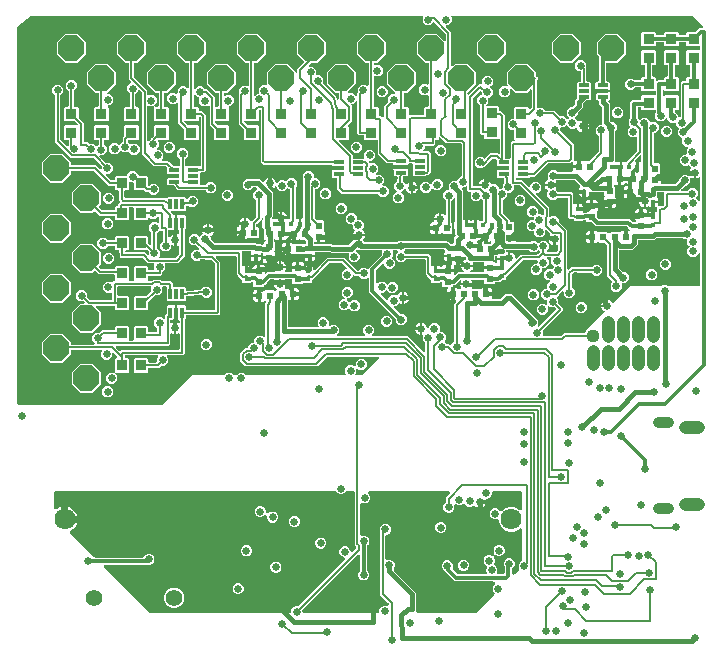
<source format=gbr>
G04 EAGLE Gerber RS-274X export*
G75*
%MOMM*%
%FSLAX34Y34*%
%LPD*%
%INBottom Copper*%
%IPPOS*%
%AMOC8*
5,1,8,0,0,1.08239X$1,22.5*%
G01*
%ADD10R,0.600000X0.620000*%
%ADD11R,0.620000X0.600000*%
%ADD12R,0.420000X0.460000*%
%ADD13R,0.460000X0.420000*%
%ADD14P,2.336880X8X22.500000*%
%ADD15R,0.300000X0.914400*%
%ADD16R,0.300000X0.904000*%
%ADD17R,0.914400X0.300000*%
%ADD18R,0.904000X0.300000*%
%ADD19C,1.110000*%
%ADD20C,1.110000*%
%ADD21R,0.950000X0.900000*%
%ADD22R,0.900000X0.950000*%
%ADD23C,1.400000*%
%ADD24C,0.910000*%
%ADD25C,1.065000*%
%ADD26C,1.785000*%
%ADD27C,0.304800*%
%ADD28C,0.631000*%
%ADD29C,0.381000*%
%ADD30C,0.152400*%

G36*
X-481494Y218964D02*
X-481494Y218964D01*
X-481403Y218971D01*
X-481373Y218983D01*
X-481341Y218989D01*
X-481261Y219031D01*
X-481177Y219067D01*
X-481145Y219093D01*
X-481124Y219104D01*
X-481102Y219127D01*
X-481046Y219172D01*
X-456631Y243587D01*
X-430063Y243587D01*
X-429973Y243602D01*
X-429882Y243609D01*
X-429852Y243621D01*
X-429820Y243627D01*
X-429739Y243669D01*
X-429655Y243705D01*
X-429623Y243731D01*
X-429603Y243742D01*
X-429580Y243765D01*
X-429524Y243810D01*
X-427378Y245956D01*
X-423522Y245956D01*
X-421376Y243810D01*
X-421302Y243757D01*
X-421232Y243697D01*
X-421202Y243685D01*
X-421176Y243666D01*
X-421089Y243639D01*
X-421004Y243605D01*
X-420963Y243601D01*
X-420941Y243594D01*
X-420909Y243595D01*
X-420837Y243587D01*
X-419395Y243587D01*
X-419305Y243602D01*
X-419214Y243609D01*
X-419184Y243621D01*
X-419152Y243627D01*
X-419071Y243669D01*
X-418987Y243705D01*
X-418955Y243731D01*
X-418935Y243742D01*
X-418912Y243765D01*
X-418856Y243810D01*
X-416964Y245702D01*
X-413108Y245702D01*
X-411216Y243810D01*
X-411142Y243757D01*
X-411072Y243697D01*
X-411042Y243685D01*
X-411016Y243666D01*
X-410929Y243639D01*
X-410844Y243605D01*
X-410803Y243601D01*
X-410781Y243594D01*
X-410749Y243595D01*
X-410677Y243587D01*
X-326514Y243587D01*
X-326443Y243598D01*
X-326371Y243600D01*
X-326322Y243618D01*
X-326271Y243627D01*
X-326208Y243660D01*
X-326140Y243685D01*
X-326100Y243717D01*
X-326054Y243742D01*
X-326004Y243794D01*
X-325948Y243838D01*
X-325920Y243882D01*
X-325884Y243920D01*
X-325854Y243985D01*
X-325815Y244045D01*
X-325803Y244096D01*
X-325781Y244143D01*
X-325773Y244214D01*
X-325755Y244284D01*
X-325759Y244336D01*
X-325754Y244387D01*
X-325769Y244458D01*
X-325774Y244529D01*
X-325795Y244577D01*
X-325806Y244628D01*
X-325843Y244689D01*
X-325871Y244755D01*
X-325915Y244811D01*
X-325932Y244839D01*
X-325950Y244854D01*
X-325975Y244886D01*
X-326728Y245639D01*
X-326728Y249495D01*
X-324000Y252223D01*
X-320144Y252223D01*
X-319391Y251470D01*
X-319333Y251429D01*
X-319281Y251379D01*
X-319234Y251357D01*
X-319192Y251327D01*
X-319123Y251306D01*
X-319058Y251276D01*
X-319006Y251270D01*
X-318956Y251255D01*
X-318885Y251256D01*
X-318814Y251249D01*
X-318763Y251260D01*
X-318711Y251261D01*
X-318643Y251286D01*
X-318573Y251301D01*
X-318528Y251327D01*
X-318480Y251345D01*
X-318424Y251390D01*
X-318362Y251427D01*
X-318328Y251467D01*
X-318288Y251499D01*
X-318249Y251559D01*
X-318202Y251614D01*
X-318183Y251662D01*
X-318155Y251706D01*
X-318137Y251775D01*
X-318110Y251842D01*
X-318102Y251913D01*
X-318094Y251944D01*
X-318096Y251968D01*
X-318092Y252009D01*
X-318092Y254912D01*
X-315364Y257640D01*
X-311508Y257640D01*
X-308780Y254912D01*
X-308780Y251056D01*
X-311508Y248328D01*
X-315364Y248328D01*
X-316117Y249081D01*
X-316175Y249122D01*
X-316227Y249172D01*
X-316274Y249194D01*
X-316316Y249224D01*
X-316385Y249245D01*
X-316450Y249275D01*
X-316502Y249281D01*
X-316552Y249296D01*
X-316623Y249295D01*
X-316694Y249302D01*
X-316745Y249291D01*
X-316797Y249290D01*
X-316865Y249265D01*
X-316935Y249250D01*
X-316980Y249224D01*
X-317028Y249206D01*
X-317084Y249161D01*
X-317146Y249124D01*
X-317180Y249084D01*
X-317220Y249052D01*
X-317259Y248992D01*
X-317306Y248937D01*
X-317325Y248889D01*
X-317353Y248845D01*
X-317371Y248776D01*
X-317398Y248709D01*
X-317406Y248638D01*
X-317414Y248607D01*
X-317412Y248583D01*
X-317416Y248542D01*
X-317416Y245639D01*
X-318169Y244886D01*
X-318210Y244828D01*
X-318260Y244776D01*
X-318282Y244729D01*
X-318312Y244687D01*
X-318333Y244618D01*
X-318363Y244553D01*
X-318369Y244501D01*
X-318384Y244451D01*
X-318383Y244380D01*
X-318390Y244309D01*
X-318379Y244258D01*
X-318378Y244206D01*
X-318353Y244138D01*
X-318338Y244068D01*
X-318311Y244024D01*
X-318294Y243975D01*
X-318249Y243919D01*
X-318212Y243857D01*
X-318172Y243823D01*
X-318140Y243783D01*
X-318080Y243744D01*
X-318025Y243697D01*
X-317977Y243678D01*
X-317933Y243650D01*
X-317863Y243632D01*
X-317797Y243605D01*
X-317726Y243597D01*
X-317694Y243589D01*
X-317671Y243591D01*
X-317630Y243587D01*
X-313182Y243587D01*
X-313092Y243602D01*
X-313001Y243609D01*
X-312971Y243621D01*
X-312939Y243627D01*
X-312859Y243669D01*
X-312775Y243705D01*
X-312743Y243731D01*
X-312722Y243742D01*
X-312700Y243765D01*
X-312644Y243810D01*
X-298313Y258141D01*
X-298271Y258199D01*
X-298221Y258251D01*
X-298199Y258298D01*
X-298169Y258340D01*
X-298148Y258409D01*
X-298118Y258474D01*
X-298112Y258526D01*
X-298097Y258576D01*
X-298099Y258647D01*
X-298091Y258718D01*
X-298102Y258769D01*
X-298103Y258821D01*
X-298128Y258889D01*
X-298143Y258959D01*
X-298170Y259004D01*
X-298188Y259052D01*
X-298232Y259108D01*
X-298269Y259170D01*
X-298309Y259204D01*
X-298341Y259244D01*
X-298402Y259283D01*
X-298456Y259330D01*
X-298504Y259349D01*
X-298548Y259377D01*
X-298618Y259395D01*
X-298684Y259422D01*
X-298756Y259430D01*
X-298787Y259438D01*
X-298810Y259436D01*
X-298851Y259440D01*
X-341874Y259440D01*
X-341964Y259426D01*
X-342055Y259418D01*
X-342085Y259406D01*
X-342117Y259401D01*
X-342197Y259358D01*
X-342281Y259322D01*
X-342313Y259296D01*
X-342334Y259285D01*
X-342356Y259262D01*
X-342412Y259217D01*
X-350229Y251400D01*
X-411264Y251400D01*
X-415763Y255899D01*
X-415763Y262261D01*
X-411264Y266760D01*
X-409770Y266760D01*
X-409750Y266763D01*
X-409731Y266761D01*
X-409629Y266783D01*
X-409527Y266799D01*
X-409510Y266809D01*
X-409490Y266813D01*
X-409401Y266866D01*
X-409310Y266915D01*
X-409296Y266929D01*
X-409279Y266939D01*
X-409212Y267018D01*
X-409140Y267093D01*
X-409132Y267111D01*
X-409119Y267126D01*
X-409080Y267222D01*
X-409037Y267316D01*
X-409035Y267336D01*
X-409027Y267354D01*
X-409009Y267521D01*
X-409009Y268628D01*
X-406281Y271356D01*
X-404592Y271356D01*
X-404572Y271359D01*
X-404553Y271357D01*
X-404451Y271379D01*
X-404349Y271395D01*
X-404332Y271405D01*
X-404312Y271409D01*
X-404223Y271462D01*
X-404132Y271511D01*
X-404118Y271525D01*
X-404101Y271535D01*
X-404034Y271614D01*
X-403963Y271689D01*
X-403954Y271707D01*
X-403941Y271722D01*
X-403903Y271818D01*
X-403859Y271912D01*
X-403857Y271932D01*
X-403849Y271950D01*
X-403831Y272117D01*
X-403831Y274496D01*
X-401104Y277223D01*
X-397247Y277223D01*
X-395992Y275969D01*
X-395934Y275927D01*
X-395882Y275877D01*
X-395835Y275855D01*
X-395793Y275825D01*
X-395724Y275804D01*
X-395659Y275774D01*
X-395607Y275768D01*
X-395557Y275753D01*
X-395486Y275754D01*
X-395415Y275747D01*
X-395364Y275758D01*
X-395312Y275759D01*
X-395244Y275784D01*
X-395174Y275799D01*
X-395129Y275826D01*
X-395081Y275843D01*
X-395025Y275888D01*
X-394963Y275925D01*
X-394929Y275965D01*
X-394889Y275997D01*
X-394850Y276057D01*
X-394803Y276112D01*
X-394784Y276160D01*
X-394756Y276204D01*
X-394738Y276274D01*
X-394711Y276340D01*
X-394703Y276411D01*
X-394695Y276443D01*
X-394697Y276466D01*
X-394693Y276507D01*
X-394693Y304467D01*
X-393839Y305321D01*
X-393828Y305337D01*
X-393812Y305349D01*
X-393756Y305436D01*
X-393696Y305520D01*
X-393690Y305539D01*
X-393679Y305556D01*
X-393654Y305656D01*
X-393624Y305755D01*
X-393624Y305775D01*
X-393619Y305795D01*
X-393627Y305898D01*
X-393630Y306001D01*
X-393637Y306020D01*
X-393638Y306040D01*
X-393679Y306135D01*
X-393714Y306232D01*
X-393727Y306248D01*
X-393735Y306266D01*
X-393839Y306397D01*
X-394078Y306636D01*
X-394094Y306647D01*
X-394107Y306663D01*
X-394194Y306719D01*
X-394278Y306779D01*
X-394297Y306785D01*
X-394314Y306796D01*
X-394414Y306821D01*
X-394513Y306852D01*
X-394533Y306851D01*
X-394552Y306856D01*
X-394655Y306848D01*
X-394759Y306845D01*
X-394778Y306839D01*
X-394797Y306837D01*
X-394893Y306796D01*
X-394990Y306761D01*
X-395005Y306748D01*
X-395024Y306741D01*
X-395155Y306636D01*
X-395342Y306449D01*
X-395798Y306186D01*
X-396307Y306049D01*
X-398071Y306049D01*
X-398071Y310412D01*
X-398074Y310431D01*
X-398072Y310451D01*
X-398094Y310553D01*
X-398110Y310655D01*
X-398120Y310672D01*
X-398124Y310692D01*
X-398177Y310781D01*
X-398226Y310872D01*
X-398240Y310886D01*
X-398250Y310903D01*
X-398329Y310970D01*
X-398404Y311041D01*
X-398422Y311050D01*
X-398437Y311063D01*
X-398533Y311101D01*
X-398627Y311145D01*
X-398647Y311147D01*
X-398665Y311154D01*
X-398589Y311167D01*
X-398572Y311176D01*
X-398552Y311180D01*
X-398463Y311233D01*
X-398372Y311282D01*
X-398358Y311296D01*
X-398341Y311306D01*
X-398274Y311385D01*
X-398202Y311460D01*
X-398194Y311478D01*
X-398181Y311493D01*
X-398142Y311590D01*
X-398099Y311683D01*
X-398097Y311703D01*
X-398089Y311721D01*
X-398071Y311888D01*
X-398071Y316251D01*
X-396307Y316251D01*
X-395798Y316114D01*
X-395342Y315851D01*
X-395155Y315664D01*
X-395139Y315653D01*
X-395126Y315637D01*
X-395039Y315581D01*
X-394955Y315521D01*
X-394936Y315515D01*
X-394919Y315504D01*
X-394819Y315479D01*
X-394720Y315448D01*
X-394700Y315449D01*
X-394681Y315444D01*
X-394578Y315452D01*
X-394474Y315455D01*
X-394455Y315461D01*
X-394435Y315463D01*
X-394340Y315504D01*
X-394243Y315539D01*
X-394227Y315552D01*
X-394209Y315559D01*
X-394078Y315664D01*
X-393992Y315751D01*
X-386748Y315751D01*
X-386320Y315323D01*
X-386262Y315281D01*
X-386210Y315231D01*
X-386163Y315209D01*
X-386121Y315179D01*
X-386052Y315158D01*
X-385987Y315128D01*
X-385935Y315122D01*
X-385885Y315107D01*
X-385814Y315109D01*
X-385743Y315101D01*
X-385692Y315112D01*
X-385640Y315113D01*
X-385572Y315138D01*
X-385502Y315153D01*
X-385457Y315180D01*
X-385409Y315198D01*
X-385353Y315242D01*
X-385291Y315279D01*
X-385257Y315319D01*
X-385217Y315351D01*
X-385178Y315412D01*
X-385131Y315466D01*
X-385112Y315514D01*
X-385084Y315558D01*
X-385066Y315628D01*
X-385039Y315694D01*
X-385031Y315765D01*
X-385023Y315797D01*
X-385025Y315820D01*
X-385021Y315861D01*
X-385021Y316263D01*
X-384988Y316346D01*
X-384986Y316375D01*
X-384978Y316403D01*
X-384980Y316498D01*
X-384975Y316592D01*
X-384983Y316620D01*
X-384984Y316649D01*
X-385016Y316738D01*
X-385042Y316829D01*
X-385059Y316853D01*
X-385069Y316880D01*
X-385127Y316954D01*
X-385181Y317032D01*
X-385209Y317055D01*
X-385222Y317072D01*
X-385250Y317090D01*
X-385309Y317140D01*
X-385557Y317305D01*
X-386275Y318023D01*
X-386839Y318868D01*
X-387228Y319806D01*
X-387337Y320358D01*
X-382461Y320358D01*
X-382441Y320361D01*
X-382421Y320359D01*
X-382320Y320381D01*
X-382286Y320387D01*
X-382284Y320386D01*
X-382265Y320384D01*
X-382246Y320377D01*
X-382079Y320358D01*
X-377203Y320358D01*
X-377312Y319806D01*
X-377701Y318868D01*
X-378144Y318205D01*
X-378194Y318096D01*
X-378244Y317987D01*
X-378245Y317984D01*
X-378246Y317981D01*
X-378258Y317859D01*
X-378271Y317743D01*
X-378271Y317739D01*
X-378271Y317736D01*
X-378245Y317620D01*
X-378219Y317502D01*
X-378217Y317499D01*
X-378217Y317496D01*
X-378154Y317394D01*
X-378093Y317291D01*
X-378090Y317289D01*
X-378089Y317286D01*
X-377997Y317209D01*
X-377906Y317131D01*
X-377903Y317130D01*
X-377901Y317128D01*
X-377790Y317084D01*
X-377678Y317039D01*
X-377674Y317039D01*
X-377672Y317038D01*
X-377661Y317037D01*
X-377511Y317021D01*
X-376898Y317021D01*
X-376812Y316934D01*
X-376796Y316923D01*
X-376783Y316907D01*
X-376696Y316851D01*
X-376612Y316791D01*
X-376593Y316785D01*
X-376576Y316774D01*
X-376476Y316749D01*
X-376377Y316718D01*
X-376357Y316719D01*
X-376338Y316714D01*
X-376235Y316722D01*
X-376131Y316725D01*
X-376112Y316731D01*
X-376093Y316733D01*
X-375997Y316774D01*
X-375900Y316809D01*
X-375885Y316822D01*
X-375866Y316829D01*
X-375735Y316934D01*
X-375548Y317121D01*
X-375092Y317384D01*
X-374583Y317521D01*
X-372819Y317521D01*
X-372819Y313158D01*
X-372816Y313139D01*
X-372818Y313119D01*
X-372796Y313017D01*
X-372780Y312915D01*
X-372770Y312898D01*
X-372766Y312878D01*
X-372713Y312789D01*
X-372664Y312698D01*
X-372650Y312684D01*
X-372640Y312667D01*
X-372561Y312600D01*
X-372486Y312529D01*
X-372468Y312520D01*
X-372453Y312507D01*
X-372357Y312469D01*
X-372263Y312425D01*
X-372243Y312423D01*
X-372225Y312416D01*
X-372301Y312403D01*
X-372318Y312394D01*
X-372338Y312390D01*
X-372427Y312337D01*
X-372518Y312288D01*
X-372532Y312274D01*
X-372549Y312264D01*
X-372616Y312185D01*
X-372688Y312110D01*
X-372696Y312092D01*
X-372709Y312077D01*
X-372748Y311980D01*
X-372791Y311887D01*
X-372793Y311867D01*
X-372801Y311849D01*
X-372819Y311682D01*
X-372819Y307319D01*
X-374293Y307319D01*
X-374313Y307316D01*
X-374332Y307318D01*
X-374433Y307296D01*
X-374536Y307280D01*
X-374553Y307270D01*
X-374573Y307266D01*
X-374662Y307213D01*
X-374753Y307164D01*
X-374767Y307150D01*
X-374784Y307140D01*
X-374851Y307061D01*
X-374922Y306986D01*
X-374931Y306968D01*
X-374944Y306953D01*
X-374983Y306857D01*
X-375026Y306763D01*
X-375028Y306743D01*
X-375036Y306725D01*
X-375054Y306558D01*
X-375054Y285091D01*
X-375051Y285071D01*
X-375053Y285052D01*
X-375031Y284950D01*
X-375015Y284848D01*
X-375005Y284831D01*
X-375001Y284811D01*
X-374948Y284722D01*
X-374899Y284631D01*
X-374885Y284617D01*
X-374875Y284600D01*
X-374796Y284533D01*
X-374721Y284461D01*
X-374703Y284453D01*
X-374688Y284440D01*
X-374592Y284401D01*
X-374498Y284358D01*
X-374478Y284356D01*
X-374460Y284348D01*
X-374293Y284330D01*
X-350073Y284330D01*
X-350002Y284341D01*
X-349930Y284343D01*
X-349881Y284361D01*
X-349830Y284369D01*
X-349767Y284403D01*
X-349699Y284428D01*
X-349659Y284460D01*
X-349613Y284485D01*
X-349563Y284537D01*
X-349507Y284581D01*
X-349479Y284625D01*
X-349443Y284663D01*
X-349413Y284728D01*
X-349374Y284788D01*
X-349362Y284839D01*
X-349340Y284886D01*
X-349332Y284957D01*
X-349314Y285027D01*
X-349318Y285079D01*
X-349313Y285130D01*
X-349328Y285201D01*
X-349333Y285272D01*
X-349354Y285320D01*
X-349365Y285371D01*
X-349402Y285432D01*
X-349430Y285498D01*
X-349474Y285554D01*
X-349491Y285582D01*
X-349509Y285597D01*
X-349534Y285629D01*
X-350096Y286191D01*
X-350096Y290047D01*
X-347368Y292775D01*
X-343512Y292775D01*
X-340784Y290047D01*
X-340784Y286128D01*
X-340773Y286057D01*
X-340771Y285985D01*
X-340753Y285936D01*
X-340745Y285885D01*
X-340711Y285822D01*
X-340686Y285754D01*
X-340654Y285714D01*
X-340629Y285668D01*
X-340577Y285618D01*
X-340533Y285562D01*
X-340489Y285534D01*
X-340451Y285498D01*
X-340386Y285468D01*
X-340326Y285429D01*
X-340275Y285417D01*
X-340228Y285395D01*
X-340157Y285387D01*
X-340087Y285369D01*
X-340035Y285373D01*
X-339984Y285368D01*
X-339913Y285383D01*
X-339842Y285388D01*
X-339794Y285409D01*
X-339743Y285420D01*
X-339682Y285457D01*
X-339616Y285485D01*
X-339560Y285529D01*
X-339532Y285546D01*
X-339517Y285564D01*
X-339485Y285589D01*
X-338478Y286596D01*
X-334622Y286596D01*
X-331894Y283868D01*
X-331894Y280012D01*
X-333687Y278219D01*
X-333728Y278161D01*
X-333778Y278109D01*
X-333800Y278062D01*
X-333830Y278020D01*
X-333851Y277951D01*
X-333881Y277886D01*
X-333887Y277834D01*
X-333902Y277784D01*
X-333901Y277713D01*
X-333908Y277642D01*
X-333897Y277591D01*
X-333896Y277539D01*
X-333871Y277471D01*
X-333856Y277401D01*
X-333830Y277356D01*
X-333812Y277308D01*
X-333767Y277252D01*
X-333730Y277190D01*
X-333690Y277156D01*
X-333658Y277116D01*
X-333598Y277077D01*
X-333543Y277030D01*
X-333495Y277011D01*
X-333451Y276983D01*
X-333382Y276965D01*
X-333315Y276938D01*
X-333244Y276930D01*
X-333212Y276922D01*
X-333189Y276924D01*
X-333148Y276920D01*
X-310405Y276920D01*
X-310334Y276931D01*
X-310262Y276933D01*
X-310213Y276951D01*
X-310162Y276959D01*
X-310099Y276993D01*
X-310031Y277018D01*
X-309991Y277050D01*
X-309945Y277075D01*
X-309895Y277127D01*
X-309839Y277171D01*
X-309811Y277215D01*
X-309775Y277253D01*
X-309745Y277318D01*
X-309706Y277378D01*
X-309694Y277429D01*
X-309672Y277476D01*
X-309664Y277547D01*
X-309646Y277617D01*
X-309650Y277669D01*
X-309645Y277720D01*
X-309660Y277791D01*
X-309665Y277862D01*
X-309686Y277910D01*
X-309697Y277961D01*
X-309734Y278022D01*
X-309762Y278088D01*
X-309806Y278144D01*
X-309823Y278172D01*
X-309841Y278187D01*
X-309866Y278219D01*
X-311659Y280012D01*
X-311659Y283868D01*
X-308931Y286596D01*
X-305075Y286596D01*
X-302347Y283868D01*
X-302347Y280012D01*
X-304140Y278219D01*
X-304181Y278161D01*
X-304231Y278109D01*
X-304253Y278062D01*
X-304283Y278020D01*
X-304304Y277951D01*
X-304334Y277886D01*
X-304340Y277834D01*
X-304355Y277784D01*
X-304354Y277713D01*
X-304361Y277642D01*
X-304350Y277591D01*
X-304349Y277539D01*
X-304324Y277471D01*
X-304309Y277401D01*
X-304283Y277356D01*
X-304265Y277308D01*
X-304220Y277252D01*
X-304183Y277190D01*
X-304143Y277156D01*
X-304111Y277116D01*
X-304051Y277077D01*
X-303996Y277030D01*
X-303948Y277011D01*
X-303904Y276983D01*
X-303835Y276965D01*
X-303768Y276938D01*
X-303697Y276930D01*
X-303665Y276922D01*
X-303642Y276924D01*
X-303601Y276920D01*
X-273921Y276920D01*
X-272372Y275371D01*
X-260327Y263326D01*
X-260269Y263284D01*
X-260217Y263235D01*
X-260170Y263213D01*
X-260128Y263183D01*
X-260059Y263162D01*
X-259994Y263131D01*
X-259942Y263126D01*
X-259892Y263110D01*
X-259821Y263112D01*
X-259750Y263104D01*
X-259699Y263115D01*
X-259647Y263117D01*
X-259579Y263141D01*
X-259509Y263157D01*
X-259464Y263183D01*
X-259416Y263201D01*
X-259360Y263246D01*
X-259298Y263283D01*
X-259264Y263322D01*
X-259224Y263355D01*
X-259185Y263415D01*
X-259138Y263470D01*
X-259119Y263518D01*
X-259091Y263562D01*
X-259073Y263631D01*
X-259046Y263698D01*
X-259038Y263769D01*
X-259030Y263800D01*
X-259032Y263824D01*
X-259028Y263865D01*
X-259028Y271178D01*
X-259042Y271268D01*
X-259050Y271359D01*
X-259062Y271389D01*
X-259067Y271421D01*
X-259110Y271502D01*
X-259146Y271586D01*
X-259172Y271618D01*
X-259183Y271638D01*
X-259206Y271661D01*
X-259251Y271716D01*
X-261196Y273662D01*
X-261196Y277311D01*
X-261211Y277404D01*
X-261219Y277498D01*
X-261231Y277525D01*
X-261235Y277554D01*
X-261280Y277637D01*
X-261317Y277724D01*
X-261337Y277746D01*
X-261351Y277771D01*
X-261419Y277836D01*
X-261482Y277906D01*
X-261508Y277921D01*
X-261529Y277941D01*
X-261614Y277980D01*
X-261679Y278017D01*
X-261679Y283019D01*
X-261682Y283039D01*
X-261680Y283059D01*
X-261702Y283160D01*
X-261708Y283194D01*
X-261707Y283196D01*
X-261705Y283215D01*
X-261698Y283234D01*
X-261679Y283401D01*
X-261679Y288277D01*
X-261127Y288168D01*
X-260189Y287779D01*
X-259344Y287215D01*
X-258626Y286497D01*
X-258062Y285652D01*
X-257673Y284714D01*
X-257624Y284464D01*
X-257606Y284418D01*
X-257598Y284369D01*
X-257564Y284303D01*
X-257537Y284233D01*
X-257506Y284195D01*
X-257483Y284152D01*
X-257429Y284100D01*
X-257382Y284042D01*
X-257341Y284016D01*
X-257305Y283982D01*
X-257237Y283951D01*
X-257174Y283911D01*
X-257126Y283900D01*
X-257082Y283879D01*
X-257008Y283871D01*
X-256935Y283853D01*
X-256886Y283857D01*
X-256838Y283852D01*
X-256765Y283868D01*
X-256690Y283874D01*
X-256645Y283894D01*
X-256597Y283904D01*
X-256533Y283942D01*
X-256464Y283972D01*
X-256428Y284005D01*
X-256386Y284030D01*
X-256337Y284087D01*
X-256282Y284137D01*
X-256258Y284180D01*
X-256226Y284217D01*
X-256198Y284287D01*
X-256162Y284352D01*
X-256153Y284400D01*
X-256134Y284445D01*
X-256120Y284570D01*
X-256116Y284593D01*
X-256117Y284603D01*
X-256116Y284612D01*
X-256116Y285138D01*
X-253388Y287866D01*
X-249532Y287866D01*
X-246804Y285138D01*
X-246804Y281197D01*
X-246801Y281177D01*
X-246803Y281158D01*
X-246781Y281056D01*
X-246765Y280954D01*
X-246755Y280937D01*
X-246751Y280917D01*
X-246698Y280828D01*
X-246649Y280737D01*
X-246635Y280723D01*
X-246625Y280706D01*
X-246546Y280639D01*
X-246471Y280567D01*
X-246453Y280559D01*
X-246438Y280546D01*
X-246342Y280507D01*
X-246248Y280464D01*
X-246228Y280462D01*
X-246210Y280454D01*
X-246043Y280436D01*
X-244509Y280436D01*
X-241781Y277708D01*
X-241781Y273852D01*
X-242385Y273248D01*
X-242397Y273232D01*
X-242412Y273219D01*
X-242468Y273132D01*
X-242529Y273048D01*
X-242534Y273029D01*
X-242545Y273012D01*
X-242570Y272912D01*
X-242601Y272813D01*
X-242600Y272793D01*
X-242605Y272774D01*
X-242597Y272671D01*
X-242595Y272567D01*
X-242588Y272548D01*
X-242586Y272529D01*
X-242546Y272434D01*
X-242510Y272336D01*
X-242498Y272320D01*
X-242490Y272302D01*
X-242385Y272171D01*
X-240669Y270456D01*
X-240596Y270403D01*
X-240526Y270343D01*
X-240496Y270331D01*
X-240470Y270312D01*
X-240383Y270285D01*
X-240298Y270251D01*
X-240257Y270247D01*
X-240235Y270240D01*
X-240202Y270241D01*
X-240131Y270233D01*
X-239134Y270233D01*
X-238365Y269464D01*
X-238307Y269423D01*
X-238255Y269373D01*
X-238208Y269351D01*
X-238166Y269321D01*
X-238097Y269300D01*
X-238032Y269270D01*
X-237980Y269264D01*
X-237930Y269249D01*
X-237859Y269250D01*
X-237788Y269242D01*
X-237737Y269254D01*
X-237685Y269255D01*
X-237617Y269280D01*
X-237547Y269295D01*
X-237502Y269321D01*
X-237454Y269339D01*
X-237398Y269384D01*
X-237336Y269421D01*
X-237302Y269460D01*
X-237262Y269493D01*
X-237223Y269553D01*
X-237176Y269608D01*
X-237157Y269656D01*
X-237129Y269700D01*
X-237111Y269769D01*
X-237084Y269836D01*
X-237079Y269886D01*
X-234896Y272069D01*
X-234843Y272142D01*
X-234783Y272212D01*
X-234771Y272242D01*
X-234752Y272268D01*
X-234725Y272355D01*
X-234691Y272440D01*
X-234687Y272481D01*
X-234680Y272503D01*
X-234681Y272536D01*
X-234673Y272607D01*
X-234673Y304467D01*
X-233122Y306018D01*
X-233079Y306077D01*
X-233029Y306130D01*
X-233008Y306176D01*
X-232978Y306217D01*
X-232956Y306287D01*
X-232925Y306353D01*
X-232920Y306403D01*
X-232905Y306452D01*
X-232906Y306525D01*
X-232898Y306597D01*
X-232909Y306647D01*
X-232910Y306698D01*
X-232935Y306766D01*
X-232951Y306838D01*
X-232977Y306881D01*
X-232994Y306929D01*
X-233039Y306986D01*
X-233077Y307049D01*
X-233115Y307082D01*
X-233147Y307122D01*
X-233208Y307161D01*
X-233264Y307209D01*
X-233311Y307228D01*
X-233353Y307255D01*
X-233424Y307273D01*
X-233492Y307301D01*
X-233561Y307308D01*
X-233591Y307316D01*
X-233616Y307315D01*
X-233659Y307319D01*
X-234241Y307319D01*
X-234241Y311682D01*
X-234244Y311701D01*
X-234242Y311721D01*
X-234264Y311823D01*
X-234280Y311925D01*
X-234290Y311942D01*
X-234294Y311962D01*
X-234347Y312051D01*
X-234396Y312142D01*
X-234410Y312156D01*
X-234420Y312173D01*
X-234499Y312240D01*
X-234574Y312311D01*
X-234592Y312320D01*
X-234607Y312333D01*
X-234703Y312371D01*
X-234797Y312415D01*
X-234817Y312417D01*
X-234835Y312424D01*
X-234759Y312437D01*
X-234742Y312446D01*
X-234722Y312450D01*
X-234633Y312503D01*
X-234542Y312552D01*
X-234528Y312566D01*
X-234511Y312576D01*
X-234444Y312655D01*
X-234372Y312730D01*
X-234364Y312748D01*
X-234351Y312763D01*
X-234312Y312859D01*
X-234269Y312953D01*
X-234267Y312973D01*
X-234259Y312991D01*
X-234241Y313158D01*
X-234241Y317521D01*
X-232477Y317521D01*
X-231968Y317384D01*
X-231512Y317121D01*
X-231325Y316934D01*
X-231309Y316923D01*
X-231296Y316907D01*
X-231209Y316851D01*
X-231125Y316791D01*
X-231106Y316785D01*
X-231089Y316774D01*
X-230989Y316749D01*
X-230890Y316718D01*
X-230870Y316719D01*
X-230851Y316714D01*
X-230748Y316722D01*
X-230644Y316725D01*
X-230625Y316731D01*
X-230605Y316733D01*
X-230510Y316774D01*
X-230413Y316809D01*
X-230397Y316822D01*
X-230379Y316829D01*
X-230248Y316934D01*
X-230162Y317021D01*
X-229338Y317021D01*
X-229221Y317040D01*
X-229101Y317059D01*
X-229098Y317060D01*
X-229095Y317060D01*
X-228991Y317116D01*
X-228883Y317172D01*
X-228881Y317174D01*
X-228878Y317176D01*
X-228798Y317260D01*
X-228712Y317349D01*
X-228711Y317352D01*
X-228709Y317354D01*
X-228659Y317462D01*
X-228607Y317571D01*
X-228606Y317574D01*
X-228605Y317577D01*
X-228592Y317696D01*
X-228578Y317815D01*
X-228578Y317818D01*
X-228578Y317821D01*
X-228604Y317940D01*
X-228628Y318056D01*
X-228630Y318059D01*
X-228630Y318062D01*
X-228636Y318071D01*
X-228705Y318205D01*
X-228724Y318233D01*
X-229113Y319171D01*
X-229222Y319723D01*
X-224346Y319723D01*
X-224326Y319726D01*
X-224306Y319724D01*
X-224205Y319746D01*
X-224171Y319752D01*
X-224169Y319751D01*
X-224150Y319749D01*
X-224131Y319742D01*
X-223964Y319723D01*
X-219088Y319723D01*
X-219197Y319171D01*
X-219586Y318233D01*
X-219605Y318205D01*
X-219654Y318096D01*
X-219705Y317987D01*
X-219705Y317984D01*
X-219706Y317981D01*
X-219719Y317859D01*
X-219732Y317743D01*
X-219731Y317740D01*
X-219732Y317737D01*
X-219705Y317617D01*
X-219680Y317502D01*
X-219678Y317500D01*
X-219678Y317497D01*
X-219615Y317394D01*
X-219554Y317291D01*
X-219551Y317289D01*
X-219550Y317286D01*
X-219458Y317210D01*
X-219367Y317131D01*
X-219364Y317130D01*
X-219362Y317128D01*
X-219251Y317084D01*
X-219138Y317039D01*
X-219135Y317039D01*
X-219133Y317038D01*
X-219122Y317037D01*
X-218972Y317021D01*
X-213068Y317021D01*
X-212982Y316934D01*
X-212966Y316923D01*
X-212953Y316907D01*
X-212866Y316851D01*
X-212782Y316791D01*
X-212763Y316785D01*
X-212746Y316774D01*
X-212646Y316749D01*
X-212547Y316718D01*
X-212527Y316719D01*
X-212508Y316714D01*
X-212405Y316722D01*
X-212301Y316725D01*
X-212282Y316731D01*
X-212263Y316733D01*
X-212167Y316774D01*
X-212070Y316809D01*
X-212055Y316822D01*
X-212036Y316829D01*
X-211905Y316934D01*
X-211718Y317121D01*
X-211262Y317384D01*
X-210753Y317521D01*
X-208989Y317521D01*
X-208989Y313158D01*
X-208986Y313139D01*
X-208988Y313119D01*
X-208966Y313017D01*
X-208950Y312915D01*
X-208940Y312898D01*
X-208936Y312878D01*
X-208883Y312789D01*
X-208834Y312698D01*
X-208820Y312684D01*
X-208810Y312667D01*
X-208731Y312600D01*
X-208656Y312529D01*
X-208638Y312520D01*
X-208623Y312507D01*
X-208527Y312469D01*
X-208433Y312425D01*
X-208413Y312423D01*
X-208395Y312415D01*
X-208228Y312397D01*
X-207513Y312397D01*
X-207513Y311682D01*
X-207510Y311662D01*
X-207512Y311642D01*
X-207490Y311541D01*
X-207473Y311439D01*
X-207464Y311422D01*
X-207460Y311402D01*
X-207407Y311313D01*
X-207358Y311222D01*
X-207344Y311208D01*
X-207334Y311191D01*
X-207255Y311124D01*
X-207180Y311052D01*
X-207162Y311044D01*
X-207147Y311031D01*
X-207050Y310992D01*
X-206957Y310949D01*
X-206937Y310947D01*
X-206919Y310939D01*
X-206752Y310921D01*
X-202489Y310921D01*
X-202489Y309193D01*
X-202486Y309173D01*
X-202488Y309154D01*
X-202466Y309053D01*
X-202450Y308950D01*
X-202440Y308933D01*
X-202436Y308913D01*
X-202383Y308824D01*
X-202334Y308733D01*
X-202320Y308719D01*
X-202310Y308702D01*
X-202231Y308635D01*
X-202156Y308564D01*
X-202138Y308555D01*
X-202123Y308542D01*
X-202027Y308503D01*
X-201933Y308460D01*
X-201913Y308458D01*
X-201895Y308450D01*
X-201728Y308432D01*
X-195958Y308432D01*
X-195868Y308446D01*
X-195777Y308454D01*
X-195748Y308466D01*
X-195716Y308471D01*
X-195635Y308514D01*
X-195551Y308550D01*
X-195519Y308576D01*
X-195498Y308587D01*
X-195476Y308610D01*
X-195420Y308655D01*
X-191284Y312791D01*
X-185774Y312791D01*
X-163459Y290476D01*
X-163459Y287632D01*
X-163509Y287574D01*
X-163521Y287544D01*
X-163540Y287518D01*
X-163567Y287431D01*
X-163601Y287346D01*
X-163605Y287305D01*
X-163612Y287282D01*
X-163611Y287250D01*
X-163619Y287179D01*
X-163619Y285539D01*
X-163608Y285468D01*
X-163606Y285396D01*
X-163588Y285347D01*
X-163580Y285296D01*
X-163546Y285233D01*
X-163521Y285165D01*
X-163489Y285124D01*
X-163464Y285078D01*
X-163413Y285029D01*
X-163368Y284973D01*
X-163324Y284945D01*
X-163286Y284909D01*
X-163221Y284879D01*
X-163161Y284840D01*
X-163110Y284827D01*
X-163063Y284805D01*
X-162992Y284797D01*
X-162922Y284780D01*
X-162870Y284784D01*
X-162819Y284778D01*
X-162748Y284794D01*
X-162677Y284799D01*
X-162629Y284819D01*
X-162578Y284831D01*
X-162517Y284867D01*
X-162451Y284895D01*
X-162395Y284940D01*
X-162367Y284957D01*
X-162352Y284975D01*
X-162320Y285000D01*
X-148328Y298992D01*
X-148317Y299008D01*
X-148301Y299020D01*
X-148245Y299108D01*
X-148185Y299191D01*
X-148179Y299210D01*
X-148168Y299227D01*
X-148143Y299328D01*
X-148112Y299427D01*
X-148113Y299446D01*
X-148108Y299466D01*
X-148116Y299569D01*
X-148119Y299672D01*
X-148126Y299691D01*
X-148127Y299711D01*
X-148168Y299806D01*
X-148203Y299903D01*
X-148216Y299919D01*
X-148223Y299937D01*
X-148328Y300068D01*
X-149451Y301191D01*
X-149525Y301244D01*
X-149595Y301304D01*
X-149625Y301316D01*
X-149651Y301335D01*
X-149738Y301362D01*
X-149823Y301396D01*
X-149864Y301400D01*
X-149886Y301407D01*
X-149918Y301406D01*
X-149990Y301414D01*
X-153058Y301414D01*
X-154065Y302421D01*
X-154123Y302462D01*
X-154175Y302512D01*
X-154222Y302534D01*
X-154264Y302564D01*
X-154333Y302585D01*
X-154398Y302615D01*
X-154450Y302621D01*
X-154500Y302636D01*
X-154571Y302635D01*
X-154642Y302642D01*
X-154693Y302631D01*
X-154745Y302630D01*
X-154813Y302605D01*
X-154883Y302590D01*
X-154928Y302564D01*
X-154976Y302546D01*
X-155032Y302501D01*
X-155094Y302464D01*
X-155128Y302424D01*
X-155168Y302392D01*
X-155207Y302332D01*
X-155254Y302277D01*
X-155273Y302229D01*
X-155301Y302185D01*
X-155319Y302116D01*
X-155346Y302049D01*
X-155354Y301978D01*
X-155362Y301947D01*
X-155360Y301923D01*
X-155364Y301882D01*
X-155364Y297792D01*
X-158092Y295064D01*
X-161948Y295064D01*
X-164676Y297792D01*
X-164676Y301648D01*
X-161948Y304376D01*
X-158092Y304376D01*
X-157085Y303369D01*
X-157027Y303328D01*
X-156975Y303278D01*
X-156928Y303256D01*
X-156886Y303226D01*
X-156817Y303205D01*
X-156752Y303175D01*
X-156700Y303169D01*
X-156650Y303154D01*
X-156579Y303155D01*
X-156508Y303148D01*
X-156457Y303159D01*
X-156405Y303160D01*
X-156337Y303185D01*
X-156267Y303200D01*
X-156222Y303226D01*
X-156174Y303244D01*
X-156118Y303289D01*
X-156056Y303326D01*
X-156022Y303366D01*
X-155982Y303398D01*
X-155943Y303458D01*
X-155896Y303513D01*
X-155877Y303561D01*
X-155849Y303605D01*
X-155831Y303674D01*
X-155804Y303741D01*
X-155796Y303812D01*
X-155788Y303843D01*
X-155790Y303867D01*
X-155786Y303908D01*
X-155786Y307003D01*
X-155789Y307023D01*
X-155787Y307042D01*
X-155809Y307143D01*
X-155825Y307246D01*
X-155835Y307263D01*
X-155839Y307283D01*
X-155892Y307372D01*
X-155941Y307463D01*
X-155955Y307477D01*
X-155965Y307494D01*
X-156044Y307561D01*
X-156119Y307633D01*
X-156137Y307641D01*
X-156152Y307654D01*
X-156248Y307693D01*
X-156342Y307736D01*
X-156362Y307738D01*
X-156380Y307746D01*
X-156547Y307764D01*
X-158138Y307764D01*
X-160866Y310492D01*
X-160866Y314348D01*
X-158138Y317076D01*
X-156640Y317076D01*
X-156620Y317079D01*
X-156600Y317077D01*
X-156499Y317099D01*
X-156397Y317115D01*
X-156379Y317125D01*
X-156360Y317129D01*
X-156271Y317182D01*
X-156180Y317231D01*
X-156166Y317245D01*
X-156149Y317255D01*
X-156081Y317334D01*
X-156010Y317409D01*
X-156002Y317427D01*
X-155989Y317442D01*
X-155950Y317538D01*
X-155907Y317632D01*
X-155904Y317652D01*
X-155897Y317670D01*
X-155878Y317837D01*
X-155878Y320791D01*
X-153773Y322897D01*
X-153731Y322955D01*
X-153682Y323007D01*
X-153660Y323054D01*
X-153629Y323096D01*
X-153608Y323165D01*
X-153578Y323230D01*
X-153572Y323282D01*
X-153557Y323332D01*
X-153559Y323403D01*
X-153551Y323474D01*
X-153562Y323525D01*
X-153563Y323577D01*
X-153588Y323645D01*
X-153603Y323715D01*
X-153630Y323760D01*
X-153648Y323808D01*
X-153693Y323864D01*
X-153729Y323926D01*
X-153769Y323960D01*
X-153802Y324000D01*
X-153862Y324039D01*
X-153916Y324086D01*
X-153965Y324105D01*
X-154008Y324133D01*
X-154078Y324151D01*
X-154144Y324178D01*
X-154216Y324186D01*
X-154247Y324194D01*
X-154270Y324192D01*
X-154311Y324196D01*
X-155598Y324196D01*
X-158326Y326924D01*
X-158326Y330780D01*
X-155598Y333508D01*
X-151830Y333508D01*
X-151811Y333511D01*
X-151791Y333509D01*
X-151690Y333531D01*
X-151588Y333547D01*
X-151570Y333557D01*
X-151551Y333561D01*
X-151462Y333614D01*
X-151370Y333663D01*
X-151357Y333677D01*
X-151340Y333687D01*
X-151272Y333766D01*
X-151201Y333841D01*
X-151193Y333859D01*
X-151180Y333874D01*
X-151141Y333970D01*
X-151097Y334064D01*
X-151095Y334084D01*
X-151088Y334102D01*
X-151069Y334269D01*
X-151069Y334524D01*
X-150368Y335225D01*
X-150357Y335241D01*
X-150341Y335254D01*
X-150285Y335341D01*
X-150225Y335425D01*
X-150219Y335444D01*
X-150208Y335460D01*
X-150183Y335561D01*
X-150152Y335660D01*
X-150153Y335680D01*
X-150148Y335699D01*
X-150156Y335802D01*
X-150159Y335906D01*
X-150166Y335924D01*
X-150167Y335944D01*
X-150207Y336039D01*
X-150243Y336137D01*
X-150256Y336152D01*
X-150263Y336171D01*
X-150368Y336302D01*
X-152567Y338500D01*
X-152567Y342375D01*
X-152549Y342394D01*
X-152527Y342441D01*
X-152497Y342483D01*
X-152476Y342551D01*
X-152446Y342617D01*
X-152440Y342668D01*
X-152425Y342718D01*
X-152426Y342790D01*
X-152419Y342861D01*
X-152430Y342912D01*
X-152431Y342964D01*
X-152456Y343031D01*
X-152471Y343101D01*
X-152497Y343146D01*
X-152515Y343195D01*
X-152560Y343251D01*
X-152597Y343313D01*
X-152636Y343346D01*
X-152669Y343387D01*
X-152729Y343426D01*
X-152784Y343472D01*
X-152832Y343492D01*
X-152876Y343520D01*
X-152945Y343538D01*
X-153012Y343564D01*
X-153083Y343572D01*
X-153114Y343580D01*
X-153138Y343578D01*
X-153179Y343583D01*
X-155329Y343583D01*
X-155400Y343571D01*
X-155471Y343569D01*
X-155520Y343551D01*
X-155572Y343543D01*
X-155635Y343510D01*
X-155702Y343485D01*
X-155743Y343452D01*
X-155789Y343428D01*
X-155838Y343376D01*
X-155894Y343331D01*
X-155922Y343287D01*
X-155958Y343250D01*
X-155989Y343185D01*
X-156027Y343124D01*
X-156040Y343074D01*
X-156062Y343027D01*
X-156070Y342955D01*
X-156087Y342886D01*
X-156083Y342834D01*
X-156089Y342782D01*
X-156074Y342712D01*
X-156068Y342641D01*
X-156048Y342593D01*
X-156037Y342542D01*
X-156000Y342480D01*
X-155972Y342414D01*
X-155927Y342358D01*
X-155911Y342331D01*
X-155893Y342315D01*
X-155867Y342283D01*
X-154668Y341084D01*
X-154668Y337227D01*
X-157395Y334500D01*
X-159683Y334500D01*
X-159703Y334497D01*
X-159722Y334499D01*
X-159824Y334477D01*
X-159926Y334460D01*
X-159943Y334451D01*
X-159963Y334446D01*
X-160052Y334393D01*
X-160143Y334345D01*
X-160157Y334330D01*
X-160174Y334320D01*
X-160241Y334242D01*
X-160313Y334167D01*
X-160321Y334149D01*
X-160334Y334133D01*
X-160373Y334037D01*
X-160416Y333943D01*
X-160418Y333924D01*
X-160426Y333905D01*
X-160444Y333738D01*
X-160444Y331408D01*
X-163172Y328680D01*
X-167028Y328680D01*
X-169756Y331408D01*
X-169756Y335264D01*
X-167028Y337992D01*
X-164740Y337992D01*
X-164721Y337995D01*
X-164701Y337993D01*
X-164600Y338015D01*
X-164498Y338031D01*
X-164480Y338041D01*
X-164461Y338045D01*
X-164372Y338098D01*
X-164280Y338147D01*
X-164267Y338161D01*
X-164250Y338171D01*
X-164182Y338250D01*
X-164111Y338325D01*
X-164103Y338343D01*
X-164090Y338358D01*
X-164051Y338454D01*
X-164007Y338548D01*
X-164005Y338568D01*
X-163998Y338586D01*
X-163979Y338753D01*
X-163979Y340638D01*
X-163982Y340658D01*
X-163980Y340677D01*
X-164002Y340779D01*
X-164019Y340881D01*
X-164028Y340898D01*
X-164032Y340918D01*
X-164086Y341007D01*
X-164134Y341098D01*
X-164148Y341112D01*
X-164159Y341129D01*
X-164237Y341196D01*
X-164312Y341268D01*
X-164330Y341276D01*
X-164346Y341289D01*
X-164442Y341328D01*
X-164535Y341371D01*
X-164555Y341373D01*
X-164574Y341381D01*
X-164740Y341399D01*
X-175934Y341399D01*
X-176024Y341385D01*
X-176115Y341377D01*
X-176145Y341365D01*
X-176177Y341360D01*
X-176257Y341317D01*
X-176341Y341281D01*
X-176373Y341255D01*
X-176394Y341244D01*
X-176416Y341221D01*
X-176472Y341176D01*
X-190486Y327162D01*
X-190539Y327088D01*
X-190599Y327019D01*
X-190611Y326989D01*
X-190630Y326962D01*
X-190657Y326875D01*
X-190691Y326791D01*
X-190695Y326750D01*
X-190702Y326727D01*
X-190701Y326695D01*
X-190709Y326624D01*
X-190709Y325248D01*
X-191588Y324369D01*
X-193849Y324369D01*
X-193907Y324360D01*
X-193966Y324360D01*
X-194028Y324340D01*
X-194091Y324330D01*
X-194143Y324302D01*
X-194200Y324283D01*
X-194281Y324229D01*
X-194309Y324214D01*
X-194319Y324204D01*
X-194339Y324190D01*
X-195288Y323391D01*
X-195303Y323373D01*
X-195335Y323347D01*
X-196127Y322556D01*
X-196157Y322546D01*
X-196220Y322536D01*
X-196273Y322508D01*
X-196329Y322489D01*
X-196346Y322478D01*
X-197457Y322573D01*
X-197480Y322571D01*
X-197521Y322575D01*
X-199108Y322575D01*
X-199128Y322572D01*
X-199147Y322574D01*
X-199249Y322552D01*
X-199351Y322536D01*
X-199368Y322526D01*
X-199388Y322522D01*
X-199477Y322469D01*
X-199568Y322420D01*
X-199582Y322406D01*
X-199599Y322396D01*
X-199666Y322317D01*
X-199738Y322242D01*
X-199746Y322224D01*
X-199759Y322209D01*
X-199798Y322113D01*
X-199841Y322019D01*
X-199843Y322005D01*
X-200748Y321099D01*
X-208192Y321099D01*
X-209071Y321978D01*
X-209071Y323983D01*
X-209074Y324003D01*
X-209072Y324023D01*
X-209094Y324124D01*
X-209110Y324226D01*
X-209120Y324244D01*
X-209124Y324263D01*
X-209177Y324352D01*
X-209226Y324444D01*
X-209240Y324457D01*
X-209250Y324474D01*
X-209329Y324542D01*
X-209404Y324613D01*
X-209422Y324621D01*
X-209437Y324634D01*
X-209533Y324673D01*
X-209627Y324717D01*
X-209647Y324719D01*
X-209665Y324726D01*
X-209832Y324745D01*
X-219249Y324745D01*
X-219368Y324725D01*
X-219486Y324707D01*
X-219489Y324705D01*
X-219492Y324705D01*
X-219597Y324649D01*
X-219705Y324594D01*
X-219707Y324591D01*
X-219709Y324590D01*
X-219791Y324504D01*
X-219875Y324417D01*
X-219877Y324414D01*
X-219879Y324412D01*
X-219930Y324302D01*
X-219981Y324194D01*
X-219981Y324191D01*
X-219982Y324188D01*
X-219996Y324070D01*
X-220010Y323950D01*
X-220009Y323947D01*
X-220010Y323944D01*
X-219984Y323826D01*
X-219960Y323709D01*
X-219958Y323706D01*
X-219957Y323704D01*
X-219952Y323694D01*
X-219882Y323560D01*
X-219586Y323117D01*
X-219197Y322179D01*
X-219088Y321627D01*
X-223964Y321627D01*
X-223984Y321624D01*
X-224004Y321626D01*
X-224105Y321604D01*
X-224139Y321598D01*
X-224141Y321599D01*
X-224160Y321601D01*
X-224179Y321608D01*
X-224346Y321627D01*
X-229222Y321627D01*
X-229113Y322179D01*
X-228785Y322970D01*
X-228776Y323010D01*
X-228764Y323035D01*
X-228759Y323076D01*
X-228734Y323157D01*
X-228735Y323184D01*
X-228729Y323209D01*
X-228738Y323306D01*
X-228741Y323403D01*
X-228750Y323428D01*
X-228752Y323454D01*
X-228792Y323543D01*
X-228825Y323634D01*
X-228841Y323655D01*
X-228852Y323679D01*
X-228918Y323750D01*
X-228979Y323826D01*
X-229001Y323840D01*
X-229018Y323860D01*
X-229104Y323907D01*
X-229186Y323959D01*
X-229211Y323966D01*
X-229234Y323978D01*
X-229330Y323996D01*
X-229424Y324019D01*
X-229450Y324017D01*
X-229476Y324022D01*
X-229572Y324008D01*
X-229669Y324000D01*
X-229693Y323990D01*
X-229719Y323986D01*
X-229806Y323942D01*
X-229896Y323904D01*
X-229921Y323884D01*
X-229939Y323875D01*
X-229962Y323851D01*
X-229964Y323849D01*
X-229969Y323846D01*
X-229975Y323840D01*
X-230027Y323799D01*
X-233791Y320035D01*
X-234668Y320035D01*
X-234688Y320032D01*
X-234707Y320034D01*
X-234809Y320012D01*
X-234911Y319996D01*
X-234928Y319986D01*
X-234948Y319982D01*
X-235037Y319929D01*
X-235128Y319880D01*
X-235142Y319866D01*
X-235159Y319856D01*
X-235226Y319777D01*
X-235298Y319702D01*
X-235306Y319684D01*
X-235319Y319669D01*
X-235358Y319573D01*
X-235401Y319479D01*
X-235403Y319465D01*
X-236308Y318559D01*
X-236478Y318559D01*
X-236498Y318556D01*
X-236517Y318558D01*
X-236619Y318536D01*
X-236721Y318520D01*
X-236738Y318510D01*
X-236758Y318506D01*
X-236847Y318453D01*
X-236938Y318404D01*
X-236952Y318390D01*
X-236969Y318380D01*
X-237036Y318301D01*
X-237108Y318226D01*
X-237116Y318208D01*
X-237129Y318193D01*
X-237168Y318097D01*
X-237211Y318003D01*
X-237213Y317983D01*
X-237221Y317965D01*
X-237239Y317798D01*
X-237239Y313919D01*
X-240741Y313919D01*
X-240741Y315783D01*
X-240604Y316292D01*
X-240341Y316748D01*
X-239969Y317121D01*
X-239938Y317139D01*
X-239901Y317169D01*
X-239858Y317192D01*
X-239806Y317246D01*
X-239747Y317294D01*
X-239722Y317335D01*
X-239689Y317370D01*
X-239657Y317439D01*
X-239617Y317503D01*
X-239605Y317549D01*
X-239585Y317593D01*
X-239577Y317668D01*
X-239559Y317742D01*
X-239563Y317790D01*
X-239558Y317837D01*
X-239574Y317912D01*
X-239581Y317987D01*
X-239600Y318031D01*
X-239610Y318078D01*
X-239649Y318143D01*
X-239680Y318212D01*
X-239712Y318248D01*
X-239736Y318289D01*
X-239794Y318338D01*
X-239845Y318394D01*
X-239887Y318418D01*
X-239923Y318449D01*
X-239994Y318477D01*
X-240060Y318514D01*
X-240107Y318523D01*
X-240152Y318541D01*
X-240280Y318555D01*
X-240302Y318559D01*
X-240308Y318558D01*
X-240318Y318559D01*
X-243752Y318559D01*
X-244631Y319438D01*
X-244631Y322159D01*
X-244638Y322204D01*
X-244636Y322250D01*
X-244658Y322325D01*
X-244670Y322402D01*
X-244692Y322442D01*
X-244704Y322486D01*
X-244749Y322550D01*
X-244786Y322619D01*
X-244819Y322651D01*
X-244845Y322688D01*
X-244907Y322735D01*
X-244964Y322789D01*
X-245005Y322808D01*
X-245042Y322835D01*
X-245116Y322860D01*
X-245187Y322892D01*
X-245232Y322897D01*
X-245276Y322912D01*
X-245414Y322918D01*
X-245431Y322920D01*
X-245436Y322919D01*
X-245443Y322919D01*
X-246162Y322870D01*
X-246226Y322855D01*
X-246291Y322850D01*
X-246344Y322828D01*
X-246401Y322814D01*
X-246457Y322780D01*
X-246518Y322754D01*
X-246582Y322702D01*
X-246610Y322685D01*
X-246623Y322670D01*
X-246649Y322649D01*
X-247468Y321829D01*
X-252912Y321829D01*
X-253791Y322708D01*
X-253791Y324084D01*
X-253805Y324174D01*
X-253813Y324265D01*
X-253825Y324295D01*
X-253830Y324327D01*
X-253873Y324407D01*
X-253909Y324491D01*
X-253935Y324523D01*
X-253946Y324544D01*
X-253969Y324566D01*
X-254014Y324622D01*
X-257254Y327863D01*
X-258803Y329411D01*
X-258803Y341146D01*
X-258806Y341166D01*
X-258804Y341185D01*
X-258826Y341287D01*
X-258842Y341389D01*
X-258852Y341406D01*
X-258856Y341426D01*
X-258909Y341515D01*
X-258958Y341606D01*
X-258972Y341620D01*
X-258982Y341637D01*
X-259061Y341704D01*
X-259136Y341776D01*
X-259154Y341784D01*
X-259169Y341797D01*
X-259265Y341836D01*
X-259359Y341879D01*
X-259379Y341881D01*
X-259397Y341889D01*
X-259564Y341907D01*
X-274763Y341907D01*
X-274853Y341893D01*
X-274944Y341885D01*
X-274974Y341873D01*
X-275006Y341868D01*
X-275087Y341825D01*
X-275171Y341789D01*
X-275203Y341763D01*
X-275223Y341752D01*
X-275246Y341729D01*
X-275301Y341684D01*
X-277472Y339514D01*
X-281328Y339514D01*
X-284056Y342242D01*
X-284056Y346098D01*
X-282331Y347823D01*
X-282320Y347839D01*
X-282304Y347851D01*
X-282275Y347897D01*
X-282241Y347933D01*
X-282219Y347979D01*
X-282188Y348022D01*
X-282182Y348041D01*
X-282171Y348058D01*
X-282158Y348110D01*
X-282137Y348156D01*
X-282131Y348206D01*
X-282116Y348258D01*
X-282116Y348278D01*
X-282111Y348297D01*
X-282115Y348350D01*
X-282110Y348401D01*
X-282121Y348450D01*
X-282122Y348503D01*
X-282129Y348522D01*
X-282130Y348542D01*
X-282151Y348591D01*
X-282162Y348641D01*
X-282188Y348685D01*
X-282206Y348734D01*
X-282219Y348750D01*
X-282227Y348768D01*
X-282272Y348825D01*
X-282288Y348852D01*
X-282306Y348867D01*
X-282332Y348899D01*
X-282737Y349304D01*
X-282811Y349357D01*
X-282880Y349417D01*
X-282910Y349429D01*
X-282936Y349448D01*
X-283023Y349475D01*
X-283108Y349509D01*
X-283149Y349513D01*
X-283171Y349520D01*
X-283204Y349519D01*
X-283275Y349527D01*
X-285987Y349527D01*
X-286058Y349516D01*
X-286130Y349514D01*
X-286179Y349496D01*
X-286230Y349488D01*
X-286293Y349454D01*
X-286361Y349429D01*
X-286401Y349397D01*
X-286447Y349372D01*
X-286497Y349321D01*
X-286553Y349276D01*
X-286581Y349232D01*
X-286617Y349194D01*
X-286647Y349129D01*
X-286686Y349069D01*
X-286698Y349018D01*
X-286720Y348971D01*
X-286728Y348900D01*
X-286746Y348830D01*
X-286742Y348778D01*
X-286747Y348727D01*
X-286732Y348656D01*
X-286727Y348585D01*
X-286706Y348537D01*
X-286695Y348486D01*
X-286658Y348425D01*
X-286630Y348359D01*
X-286586Y348303D01*
X-286569Y348275D01*
X-286551Y348260D01*
X-286526Y348228D01*
X-286428Y348130D01*
X-286428Y344274D01*
X-286883Y343819D01*
X-286894Y343803D01*
X-286910Y343791D01*
X-286966Y343703D01*
X-287026Y343620D01*
X-287032Y343601D01*
X-287043Y343584D01*
X-287068Y343483D01*
X-287098Y343384D01*
X-287098Y343365D01*
X-287103Y343345D01*
X-287095Y343242D01*
X-287092Y343139D01*
X-287085Y343120D01*
X-287084Y343100D01*
X-287043Y343005D01*
X-287008Y342908D01*
X-286995Y342892D01*
X-286987Y342874D01*
X-286883Y342743D01*
X-284650Y340510D01*
X-284650Y336654D01*
X-287378Y333926D01*
X-291234Y333926D01*
X-293962Y336654D01*
X-293962Y337209D01*
X-293973Y337280D01*
X-293975Y337351D01*
X-293993Y337400D01*
X-294001Y337452D01*
X-294035Y337515D01*
X-294060Y337582D01*
X-294092Y337623D01*
X-294117Y337669D01*
X-294169Y337718D01*
X-294213Y337774D01*
X-294257Y337803D01*
X-294295Y337838D01*
X-294360Y337869D01*
X-294420Y337907D01*
X-294471Y337920D01*
X-294518Y337942D01*
X-294589Y337950D01*
X-294659Y337967D01*
X-294711Y337963D01*
X-294762Y337969D01*
X-294833Y337954D01*
X-294904Y337948D01*
X-294952Y337928D01*
X-295003Y337917D01*
X-295064Y337880D01*
X-295130Y337852D01*
X-295186Y337807D01*
X-295214Y337791D01*
X-295229Y337773D01*
X-295261Y337747D01*
X-300536Y332472D01*
X-300589Y332398D01*
X-300649Y332329D01*
X-300661Y332299D01*
X-300680Y332272D01*
X-300707Y332185D01*
X-300741Y332101D01*
X-300745Y332060D01*
X-300752Y332037D01*
X-300751Y332005D01*
X-300759Y331934D01*
X-300759Y322112D01*
X-300748Y322041D01*
X-300746Y321969D01*
X-300728Y321920D01*
X-300720Y321869D01*
X-300686Y321806D01*
X-300661Y321738D01*
X-300629Y321698D01*
X-300604Y321652D01*
X-300552Y321602D01*
X-300508Y321546D01*
X-300464Y321518D01*
X-300426Y321482D01*
X-300361Y321452D01*
X-300301Y321413D01*
X-300250Y321401D01*
X-300203Y321379D01*
X-300132Y321371D01*
X-300062Y321353D01*
X-300010Y321357D01*
X-299959Y321352D01*
X-299888Y321367D01*
X-299817Y321372D01*
X-299769Y321393D01*
X-299718Y321404D01*
X-299657Y321441D01*
X-299591Y321469D01*
X-299535Y321513D01*
X-299507Y321530D01*
X-299492Y321548D01*
X-299460Y321573D01*
X-298009Y323024D01*
X-294153Y323024D01*
X-291823Y320694D01*
X-291807Y320683D01*
X-291795Y320667D01*
X-291707Y320611D01*
X-291624Y320551D01*
X-291605Y320545D01*
X-291588Y320534D01*
X-291487Y320509D01*
X-291388Y320479D01*
X-291369Y320479D01*
X-291349Y320474D01*
X-291246Y320482D01*
X-291143Y320485D01*
X-291124Y320492D01*
X-291104Y320493D01*
X-291009Y320534D01*
X-290912Y320569D01*
X-290896Y320582D01*
X-290878Y320590D01*
X-290747Y320694D01*
X-288948Y322493D01*
X-285092Y322493D01*
X-282364Y319765D01*
X-282364Y315909D01*
X-285092Y313181D01*
X-288948Y313181D01*
X-291278Y315511D01*
X-291294Y315522D01*
X-291306Y315538D01*
X-291394Y315594D01*
X-291477Y315654D01*
X-291496Y315660D01*
X-291513Y315671D01*
X-291614Y315696D01*
X-291713Y315726D01*
X-291732Y315726D01*
X-291752Y315731D01*
X-291855Y315723D01*
X-291958Y315720D01*
X-291977Y315713D01*
X-291997Y315712D01*
X-292092Y315671D01*
X-292189Y315636D01*
X-292205Y315623D01*
X-292223Y315615D01*
X-292354Y315511D01*
X-294153Y313712D01*
X-296167Y313712D01*
X-296238Y313701D01*
X-296309Y313699D01*
X-296358Y313681D01*
X-296410Y313673D01*
X-296473Y313639D01*
X-296540Y313614D01*
X-296581Y313582D01*
X-296627Y313557D01*
X-296676Y313506D01*
X-296732Y313461D01*
X-296761Y313417D01*
X-296796Y313379D01*
X-296827Y313314D01*
X-296865Y313254D01*
X-296878Y313203D01*
X-296900Y313156D01*
X-296908Y313085D01*
X-296925Y313015D01*
X-296921Y312963D01*
X-296927Y312912D01*
X-296912Y312841D01*
X-296906Y312770D01*
X-296886Y312722D01*
X-296875Y312671D01*
X-296838Y312610D01*
X-296810Y312544D01*
X-296765Y312488D01*
X-296749Y312460D01*
X-296731Y312445D01*
X-296705Y312413D01*
X-291705Y307413D01*
X-291647Y307371D01*
X-291595Y307322D01*
X-291548Y307300D01*
X-291506Y307269D01*
X-291437Y307248D01*
X-291372Y307218D01*
X-291320Y307212D01*
X-291270Y307197D01*
X-291199Y307199D01*
X-291128Y307191D01*
X-291077Y307202D01*
X-291025Y307203D01*
X-290957Y307228D01*
X-290887Y307243D01*
X-290843Y307270D01*
X-290794Y307288D01*
X-290738Y307333D01*
X-290676Y307369D01*
X-290642Y307409D01*
X-290602Y307441D01*
X-290563Y307502D01*
X-290516Y307556D01*
X-290497Y307605D01*
X-290469Y307648D01*
X-290451Y307718D01*
X-290424Y307784D01*
X-290416Y307856D01*
X-290408Y307887D01*
X-290410Y307910D01*
X-290406Y307951D01*
X-290406Y308760D01*
X-287678Y311488D01*
X-283795Y311488D01*
X-283753Y311452D01*
X-283726Y311442D01*
X-283702Y311425D01*
X-283612Y311397D01*
X-283524Y311362D01*
X-283495Y311361D01*
X-283467Y311352D01*
X-283373Y311355D01*
X-283279Y311350D01*
X-283251Y311358D01*
X-283221Y311359D01*
X-283133Y311391D01*
X-283042Y311417D01*
X-283018Y311433D01*
X-282990Y311443D01*
X-282916Y311502D01*
X-282839Y311555D01*
X-282815Y311583D01*
X-282798Y311597D01*
X-282781Y311624D01*
X-282731Y311684D01*
X-282135Y312576D01*
X-281417Y313294D01*
X-280572Y313858D01*
X-279634Y314247D01*
X-279082Y314356D01*
X-279082Y309480D01*
X-279079Y309460D01*
X-279081Y309440D01*
X-279059Y309339D01*
X-279053Y309305D01*
X-279054Y309303D01*
X-279056Y309284D01*
X-279063Y309265D01*
X-279082Y309098D01*
X-279082Y304222D01*
X-279634Y304331D01*
X-280601Y304732D01*
X-280715Y304759D01*
X-280828Y304787D01*
X-280835Y304787D01*
X-280841Y304788D01*
X-280957Y304777D01*
X-281073Y304768D01*
X-281079Y304766D01*
X-281086Y304765D01*
X-281193Y304717D01*
X-281300Y304672D01*
X-281306Y304667D01*
X-281310Y304665D01*
X-281324Y304653D01*
X-281431Y304567D01*
X-283822Y302176D01*
X-284631Y302176D01*
X-284702Y302165D01*
X-284773Y302163D01*
X-284822Y302145D01*
X-284874Y302137D01*
X-284937Y302103D01*
X-285004Y302078D01*
X-285045Y302046D01*
X-285091Y302021D01*
X-285140Y301969D01*
X-285196Y301925D01*
X-285225Y301881D01*
X-285260Y301843D01*
X-285291Y301778D01*
X-285329Y301718D01*
X-285342Y301667D01*
X-285364Y301620D01*
X-285372Y301549D01*
X-285389Y301479D01*
X-285385Y301427D01*
X-285391Y301376D01*
X-285376Y301305D01*
X-285370Y301234D01*
X-285350Y301186D01*
X-285339Y301135D01*
X-285302Y301074D01*
X-285274Y301008D01*
X-285229Y300952D01*
X-285213Y300924D01*
X-285195Y300909D01*
X-285169Y300877D01*
X-280001Y295709D01*
X-279927Y295656D01*
X-279858Y295596D01*
X-279828Y295584D01*
X-279801Y295565D01*
X-279714Y295538D01*
X-279630Y295504D01*
X-279589Y295500D01*
X-279566Y295493D01*
X-279534Y295494D01*
X-279463Y295486D01*
X-277472Y295486D01*
X-274744Y292758D01*
X-274744Y288902D01*
X-277472Y286174D01*
X-281328Y286174D01*
X-284056Y288902D01*
X-284056Y290893D01*
X-284070Y290983D01*
X-284078Y291074D01*
X-284090Y291104D01*
X-284095Y291136D01*
X-284138Y291216D01*
X-284174Y291300D01*
X-284200Y291332D01*
X-284211Y291353D01*
X-284234Y291375D01*
X-284279Y291431D01*
X-306809Y313961D01*
X-306809Y325611D01*
X-306820Y325682D01*
X-306822Y325754D01*
X-306840Y325803D01*
X-306848Y325854D01*
X-306882Y325917D01*
X-306907Y325985D01*
X-306939Y326025D01*
X-306964Y326071D01*
X-307016Y326121D01*
X-307060Y326177D01*
X-307104Y326205D01*
X-307142Y326241D01*
X-307207Y326271D01*
X-307267Y326310D01*
X-307318Y326322D01*
X-307365Y326344D01*
X-307436Y326352D01*
X-307506Y326370D01*
X-307558Y326366D01*
X-307609Y326371D01*
X-307680Y326356D01*
X-307751Y326351D01*
X-307799Y326330D01*
X-307850Y326319D01*
X-307911Y326282D01*
X-307977Y326254D01*
X-308033Y326210D01*
X-308061Y326193D01*
X-308076Y326175D01*
X-308108Y326150D01*
X-308968Y325290D01*
X-312824Y325290D01*
X-314995Y327460D01*
X-315068Y327513D01*
X-315138Y327573D01*
X-315168Y327585D01*
X-315194Y327604D01*
X-315281Y327631D01*
X-315366Y327665D01*
X-315407Y327669D01*
X-315429Y327676D01*
X-315462Y327675D01*
X-315533Y327683D01*
X-318691Y327683D01*
X-319165Y328157D01*
X-319223Y328199D01*
X-319275Y328248D01*
X-319322Y328270D01*
X-319364Y328300D01*
X-319433Y328321D01*
X-319498Y328352D01*
X-319550Y328357D01*
X-319600Y328373D01*
X-319671Y328371D01*
X-319742Y328379D01*
X-319793Y328368D01*
X-319845Y328366D01*
X-319913Y328342D01*
X-319983Y328326D01*
X-320028Y328300D01*
X-320076Y328282D01*
X-320132Y328237D01*
X-320194Y328200D01*
X-320228Y328161D01*
X-320268Y328128D01*
X-320307Y328068D01*
X-320354Y328013D01*
X-320373Y327965D01*
X-320401Y327921D01*
X-320419Y327852D01*
X-320446Y327785D01*
X-320454Y327714D01*
X-320462Y327683D01*
X-320460Y327659D01*
X-320464Y327618D01*
X-320464Y327002D01*
X-323192Y324274D01*
X-327048Y324274D01*
X-329776Y327002D01*
X-329776Y330858D01*
X-327048Y333586D01*
X-326432Y333586D01*
X-326361Y333597D01*
X-326289Y333599D01*
X-326240Y333617D01*
X-326189Y333625D01*
X-326125Y333659D01*
X-326058Y333684D01*
X-326017Y333716D01*
X-325971Y333741D01*
X-325922Y333793D01*
X-325866Y333837D01*
X-325838Y333881D01*
X-325802Y333919D01*
X-325772Y333984D01*
X-325733Y334044D01*
X-325720Y334095D01*
X-325698Y334142D01*
X-325690Y334213D01*
X-325673Y334283D01*
X-325677Y334335D01*
X-325671Y334386D01*
X-325687Y334457D01*
X-325692Y334528D01*
X-325712Y334576D01*
X-325724Y334627D01*
X-325760Y334688D01*
X-325788Y334754D01*
X-325833Y334810D01*
X-325850Y334838D01*
X-325868Y334853D01*
X-325893Y334885D01*
X-329644Y338636D01*
X-329718Y338689D01*
X-329788Y338749D01*
X-329818Y338761D01*
X-329844Y338780D01*
X-329931Y338807D01*
X-330016Y338841D01*
X-330057Y338845D01*
X-330079Y338852D01*
X-330111Y338851D01*
X-330183Y338859D01*
X-339764Y338859D01*
X-339854Y338845D01*
X-339945Y338837D01*
X-339975Y338825D01*
X-340007Y338820D01*
X-340087Y338777D01*
X-340171Y338741D01*
X-340203Y338715D01*
X-340224Y338704D01*
X-340246Y338681D01*
X-340302Y338636D01*
X-354316Y324622D01*
X-354369Y324548D01*
X-354429Y324479D01*
X-354441Y324449D01*
X-354460Y324422D01*
X-354487Y324335D01*
X-354521Y324251D01*
X-354525Y324210D01*
X-354532Y324187D01*
X-354531Y324155D01*
X-354539Y324084D01*
X-354539Y322708D01*
X-355418Y321829D01*
X-360862Y321829D01*
X-361182Y322149D01*
X-361198Y322161D01*
X-361210Y322177D01*
X-361297Y322233D01*
X-361381Y322293D01*
X-361400Y322299D01*
X-361417Y322310D01*
X-361518Y322335D01*
X-361616Y322365D01*
X-361636Y322365D01*
X-361656Y322370D01*
X-361759Y322362D01*
X-361862Y322359D01*
X-361881Y322352D01*
X-361901Y322350D01*
X-361996Y322310D01*
X-362093Y322274D01*
X-362109Y322262D01*
X-362127Y322254D01*
X-362258Y322149D01*
X-363308Y321099D01*
X-370752Y321099D01*
X-371631Y321978D01*
X-371631Y324354D01*
X-371634Y324374D01*
X-371632Y324393D01*
X-371654Y324495D01*
X-371670Y324597D01*
X-371680Y324614D01*
X-371684Y324634D01*
X-371737Y324723D01*
X-371786Y324814D01*
X-371800Y324828D01*
X-371810Y324845D01*
X-371889Y324912D01*
X-371964Y324984D01*
X-371982Y324992D01*
X-371997Y325005D01*
X-372093Y325044D01*
X-372187Y325087D01*
X-372207Y325089D01*
X-372225Y325097D01*
X-372392Y325115D01*
X-377188Y325115D01*
X-377305Y325096D01*
X-377425Y325077D01*
X-377427Y325076D01*
X-377430Y325076D01*
X-377535Y325020D01*
X-377643Y324964D01*
X-377645Y324962D01*
X-377648Y324960D01*
X-377729Y324874D01*
X-377814Y324787D01*
X-377815Y324784D01*
X-377817Y324782D01*
X-377868Y324673D01*
X-377919Y324565D01*
X-377919Y324562D01*
X-377921Y324559D01*
X-377934Y324441D01*
X-377948Y324321D01*
X-377948Y324318D01*
X-377948Y324315D01*
X-377922Y324196D01*
X-377898Y324080D01*
X-377896Y324077D01*
X-377896Y324074D01*
X-377890Y324065D01*
X-377821Y323931D01*
X-377701Y323752D01*
X-377312Y322814D01*
X-377203Y322262D01*
X-381318Y322262D01*
X-381318Y324354D01*
X-381321Y324374D01*
X-381319Y324393D01*
X-381341Y324495D01*
X-381358Y324597D01*
X-381367Y324614D01*
X-381371Y324634D01*
X-381425Y324723D01*
X-381473Y324814D01*
X-381487Y324828D01*
X-381498Y324845D01*
X-381576Y324912D01*
X-381651Y324984D01*
X-381669Y324992D01*
X-381685Y325005D01*
X-381781Y325044D01*
X-381874Y325087D01*
X-381894Y325089D01*
X-381913Y325097D01*
X-382079Y325115D01*
X-382461Y325115D01*
X-382480Y325112D01*
X-382500Y325114D01*
X-382601Y325092D01*
X-382703Y325076D01*
X-382721Y325066D01*
X-382740Y325062D01*
X-382829Y325009D01*
X-382921Y324960D01*
X-382934Y324946D01*
X-382951Y324936D01*
X-383019Y324857D01*
X-383090Y324782D01*
X-383098Y324764D01*
X-383111Y324749D01*
X-383150Y324653D01*
X-383194Y324559D01*
X-383196Y324539D01*
X-383203Y324521D01*
X-383222Y324354D01*
X-383222Y322262D01*
X-387337Y322262D01*
X-387228Y322814D01*
X-386839Y323752D01*
X-386719Y323931D01*
X-386671Y324038D01*
X-386619Y324149D01*
X-386619Y324152D01*
X-386618Y324155D01*
X-386606Y324272D01*
X-386592Y324393D01*
X-386593Y324397D01*
X-386592Y324400D01*
X-386619Y324515D01*
X-386644Y324634D01*
X-386646Y324637D01*
X-386647Y324640D01*
X-386709Y324741D01*
X-386771Y324845D01*
X-386773Y324847D01*
X-386775Y324850D01*
X-386866Y324927D01*
X-386957Y325005D01*
X-386960Y325006D01*
X-386963Y325008D01*
X-387073Y325051D01*
X-387186Y325097D01*
X-387189Y325097D01*
X-387192Y325098D01*
X-387202Y325099D01*
X-387352Y325115D01*
X-389592Y325115D01*
X-389682Y325101D01*
X-389773Y325093D01*
X-389803Y325081D01*
X-389835Y325076D01*
X-389915Y325033D01*
X-389999Y324997D01*
X-390031Y324971D01*
X-390052Y324960D01*
X-390074Y324937D01*
X-390130Y324892D01*
X-392992Y322030D01*
X-395135Y319887D01*
X-395148Y319880D01*
X-395162Y319866D01*
X-395179Y319856D01*
X-395246Y319777D01*
X-395318Y319702D01*
X-395326Y319684D01*
X-395339Y319669D01*
X-395378Y319573D01*
X-395421Y319479D01*
X-395423Y319465D01*
X-396328Y318559D01*
X-403772Y318559D01*
X-404651Y319438D01*
X-404651Y322159D01*
X-404658Y322204D01*
X-404656Y322250D01*
X-404678Y322325D01*
X-404690Y322402D01*
X-404712Y322442D01*
X-404724Y322486D01*
X-404769Y322550D01*
X-404806Y322619D01*
X-404839Y322651D01*
X-404865Y322688D01*
X-404927Y322735D01*
X-404984Y322789D01*
X-405025Y322808D01*
X-405062Y322835D01*
X-405136Y322860D01*
X-405207Y322892D01*
X-405252Y322897D01*
X-405296Y322912D01*
X-405434Y322918D01*
X-405451Y322920D01*
X-405456Y322919D01*
X-405463Y322919D01*
X-406182Y322870D01*
X-406246Y322855D01*
X-406311Y322850D01*
X-406365Y322828D01*
X-406421Y322814D01*
X-406477Y322780D01*
X-406538Y322754D01*
X-406602Y322702D01*
X-406630Y322685D01*
X-406643Y322670D01*
X-406669Y322649D01*
X-407488Y321829D01*
X-412932Y321829D01*
X-413811Y322708D01*
X-413811Y324084D01*
X-413825Y324174D01*
X-413833Y324265D01*
X-413845Y324295D01*
X-413850Y324327D01*
X-413893Y324407D01*
X-413929Y324491D01*
X-413955Y324523D01*
X-413966Y324544D01*
X-413989Y324566D01*
X-414034Y324622D01*
X-417274Y327863D01*
X-418823Y329411D01*
X-418823Y343940D01*
X-418826Y343960D01*
X-418824Y343979D01*
X-418846Y344081D01*
X-418862Y344183D01*
X-418872Y344200D01*
X-418876Y344220D01*
X-418929Y344309D01*
X-418978Y344400D01*
X-418992Y344414D01*
X-419002Y344431D01*
X-419081Y344498D01*
X-419156Y344570D01*
X-419174Y344578D01*
X-419189Y344591D01*
X-419285Y344630D01*
X-419379Y344673D01*
X-419399Y344675D01*
X-419417Y344683D01*
X-419584Y344701D01*
X-435421Y344701D01*
X-435492Y344690D01*
X-435564Y344688D01*
X-435613Y344670D01*
X-435664Y344662D01*
X-435728Y344628D01*
X-435795Y344603D01*
X-435836Y344571D01*
X-435882Y344546D01*
X-435931Y344494D01*
X-435987Y344450D01*
X-436015Y344406D01*
X-436051Y344368D01*
X-436081Y344303D01*
X-436120Y344243D01*
X-436133Y344192D01*
X-436155Y344145D01*
X-436163Y344074D01*
X-436180Y344004D01*
X-436176Y343952D01*
X-436182Y343901D01*
X-436166Y343830D01*
X-436161Y343759D01*
X-436141Y343711D01*
X-436129Y343660D01*
X-436093Y343599D01*
X-436065Y343533D01*
X-436020Y343477D01*
X-436003Y343449D01*
X-435985Y343434D01*
X-435960Y343402D01*
X-432585Y340027D01*
X-432585Y295989D01*
X-434017Y294557D01*
X-461138Y294557D01*
X-461158Y294554D01*
X-461177Y294556D01*
X-461279Y294534D01*
X-461381Y294518D01*
X-461398Y294508D01*
X-461418Y294504D01*
X-461507Y294451D01*
X-461598Y294402D01*
X-461612Y294388D01*
X-461629Y294378D01*
X-461696Y294299D01*
X-461768Y294224D01*
X-461776Y294206D01*
X-461789Y294191D01*
X-461828Y294095D01*
X-461871Y294001D01*
X-461873Y293981D01*
X-461881Y293963D01*
X-461899Y293796D01*
X-461899Y291626D01*
X-462334Y291191D01*
X-462387Y291117D01*
X-462447Y291048D01*
X-462459Y291018D01*
X-462478Y290992D01*
X-462505Y290905D01*
X-462539Y290820D01*
X-462543Y290779D01*
X-462550Y290757D01*
X-462549Y290724D01*
X-462557Y290653D01*
X-462557Y261953D01*
X-463883Y260627D01*
X-476995Y260627D01*
X-477066Y260616D01*
X-477138Y260614D01*
X-477187Y260596D01*
X-477238Y260588D01*
X-477301Y260554D01*
X-477369Y260529D01*
X-477409Y260497D01*
X-477455Y260472D01*
X-477505Y260420D01*
X-477561Y260376D01*
X-477589Y260332D01*
X-477625Y260294D01*
X-477655Y260229D01*
X-477694Y260169D01*
X-477706Y260118D01*
X-477728Y260071D01*
X-477736Y260000D01*
X-477754Y259930D01*
X-477750Y259878D01*
X-477755Y259827D01*
X-477740Y259756D01*
X-477735Y259685D01*
X-477714Y259637D01*
X-477703Y259586D01*
X-477666Y259525D01*
X-477638Y259459D01*
X-477594Y259403D01*
X-477577Y259375D01*
X-477559Y259360D01*
X-477534Y259328D01*
X-476674Y258468D01*
X-476674Y254612D01*
X-479402Y251884D01*
X-482470Y251884D01*
X-482561Y251870D01*
X-482651Y251862D01*
X-482681Y251850D01*
X-482713Y251845D01*
X-482794Y251802D01*
X-482878Y251766D01*
X-482910Y251740D01*
X-482931Y251729D01*
X-482953Y251706D01*
X-483009Y251661D01*
X-484711Y249959D01*
X-492984Y249959D01*
X-493004Y249956D01*
X-493023Y249958D01*
X-493125Y249936D01*
X-493227Y249920D01*
X-493244Y249910D01*
X-493264Y249906D01*
X-493353Y249853D01*
X-493444Y249804D01*
X-493458Y249790D01*
X-493475Y249780D01*
X-493542Y249701D01*
X-493614Y249626D01*
X-493622Y249608D01*
X-493635Y249593D01*
X-493674Y249497D01*
X-493717Y249403D01*
X-493719Y249383D01*
X-493727Y249365D01*
X-493745Y249198D01*
X-493745Y246850D01*
X-494624Y245971D01*
X-504868Y245971D01*
X-505747Y246850D01*
X-505747Y257594D01*
X-504868Y258473D01*
X-494624Y258473D01*
X-493745Y257594D01*
X-493745Y255246D01*
X-493742Y255226D01*
X-493744Y255207D01*
X-493722Y255105D01*
X-493706Y255003D01*
X-493696Y254986D01*
X-493692Y254966D01*
X-493639Y254877D01*
X-493590Y254786D01*
X-493576Y254772D01*
X-493566Y254755D01*
X-493487Y254688D01*
X-493412Y254616D01*
X-493394Y254608D01*
X-493379Y254595D01*
X-493283Y254556D01*
X-493189Y254513D01*
X-493169Y254511D01*
X-493151Y254503D01*
X-492984Y254485D01*
X-486901Y254485D01*
X-486810Y254499D01*
X-486720Y254507D01*
X-486690Y254519D01*
X-486658Y254524D01*
X-486577Y254567D01*
X-486493Y254603D01*
X-486461Y254629D01*
X-486440Y254640D01*
X-486418Y254663D01*
X-486362Y254708D01*
X-486209Y254861D01*
X-486156Y254935D01*
X-486096Y255005D01*
X-486084Y255035D01*
X-486065Y255061D01*
X-486038Y255148D01*
X-486004Y255233D01*
X-486000Y255274D01*
X-485993Y255296D01*
X-485994Y255328D01*
X-485986Y255400D01*
X-485986Y258468D01*
X-485126Y259328D01*
X-485085Y259386D01*
X-485035Y259438D01*
X-485013Y259485D01*
X-484983Y259527D01*
X-484962Y259596D01*
X-484932Y259661D01*
X-484926Y259713D01*
X-484911Y259763D01*
X-484912Y259834D01*
X-484905Y259905D01*
X-484916Y259956D01*
X-484917Y260008D01*
X-484942Y260076D01*
X-484957Y260146D01*
X-484983Y260191D01*
X-485001Y260239D01*
X-485046Y260295D01*
X-485083Y260357D01*
X-485123Y260391D01*
X-485155Y260431D01*
X-485215Y260470D01*
X-485270Y260517D01*
X-485318Y260536D01*
X-485362Y260564D01*
X-485431Y260582D01*
X-485498Y260609D01*
X-485569Y260617D01*
X-485600Y260625D01*
X-485624Y260623D01*
X-485665Y260627D01*
X-512722Y260627D01*
X-512742Y260624D01*
X-512761Y260626D01*
X-512863Y260604D01*
X-512965Y260588D01*
X-512982Y260578D01*
X-513002Y260574D01*
X-513091Y260521D01*
X-513182Y260472D01*
X-513196Y260458D01*
X-513213Y260448D01*
X-513280Y260369D01*
X-513352Y260294D01*
X-513360Y260276D01*
X-513373Y260261D01*
X-513412Y260165D01*
X-513455Y260071D01*
X-513457Y260051D01*
X-513465Y260033D01*
X-513483Y259866D01*
X-513483Y259234D01*
X-513480Y259214D01*
X-513482Y259195D01*
X-513460Y259093D01*
X-513444Y258991D01*
X-513434Y258974D01*
X-513430Y258954D01*
X-513377Y258865D01*
X-513328Y258774D01*
X-513314Y258760D01*
X-513304Y258743D01*
X-513225Y258676D01*
X-513150Y258604D01*
X-513132Y258596D01*
X-513117Y258583D01*
X-513021Y258544D01*
X-512927Y258501D01*
X-512907Y258499D01*
X-512889Y258491D01*
X-512722Y258473D01*
X-510624Y258473D01*
X-509745Y257594D01*
X-509745Y246850D01*
X-510624Y245971D01*
X-520759Y245971D01*
X-520830Y245960D01*
X-520902Y245958D01*
X-520951Y245940D01*
X-521002Y245932D01*
X-521065Y245898D01*
X-521133Y245873D01*
X-521173Y245841D01*
X-521219Y245816D01*
X-521269Y245764D01*
X-521325Y245720D01*
X-521353Y245676D01*
X-521389Y245638D01*
X-521419Y245573D01*
X-521458Y245513D01*
X-521470Y245462D01*
X-521492Y245415D01*
X-521500Y245344D01*
X-521518Y245274D01*
X-521514Y245222D01*
X-521519Y245171D01*
X-521504Y245100D01*
X-521499Y245029D01*
X-521478Y244981D01*
X-521467Y244930D01*
X-521430Y244869D01*
X-521402Y244803D01*
X-521358Y244747D01*
X-521341Y244719D01*
X-521323Y244704D01*
X-521298Y244672D01*
X-519854Y243228D01*
X-519854Y239372D01*
X-522582Y236644D01*
X-526438Y236644D01*
X-529166Y239372D01*
X-529166Y243228D01*
X-526438Y245956D01*
X-522508Y245956D01*
X-522488Y245959D01*
X-522469Y245957D01*
X-522367Y245979D01*
X-522265Y245995D01*
X-522248Y246005D01*
X-522228Y246009D01*
X-522139Y246062D01*
X-522048Y246111D01*
X-522034Y246125D01*
X-522017Y246135D01*
X-521950Y246214D01*
X-521878Y246289D01*
X-521870Y246307D01*
X-521857Y246322D01*
X-521818Y246418D01*
X-521775Y246512D01*
X-521773Y246532D01*
X-521765Y246550D01*
X-521747Y246717D01*
X-521747Y257594D01*
X-520868Y258473D01*
X-520431Y258473D01*
X-520360Y258484D01*
X-520288Y258486D01*
X-520239Y258504D01*
X-520188Y258512D01*
X-520125Y258546D01*
X-520057Y258571D01*
X-520016Y258603D01*
X-519970Y258628D01*
X-519921Y258679D01*
X-519865Y258724D01*
X-519837Y258768D01*
X-519801Y258806D01*
X-519771Y258871D01*
X-519732Y258931D01*
X-519719Y258982D01*
X-519697Y259029D01*
X-519689Y259100D01*
X-519672Y259170D01*
X-519676Y259222D01*
X-519670Y259273D01*
X-519686Y259344D01*
X-519691Y259415D01*
X-519711Y259463D01*
X-519723Y259514D01*
X-519759Y259575D01*
X-519787Y259641D01*
X-519832Y259697D01*
X-519849Y259725D01*
X-519867Y259740D01*
X-519892Y259772D01*
X-522619Y262499D01*
X-522677Y262541D01*
X-522729Y262590D01*
X-522776Y262612D01*
X-522818Y262642D01*
X-522887Y262663D01*
X-522952Y262694D01*
X-523004Y262699D01*
X-523054Y262715D01*
X-523125Y262713D01*
X-523196Y262721D01*
X-523247Y262710D01*
X-523299Y262708D01*
X-523367Y262684D01*
X-523437Y262668D01*
X-523481Y262642D01*
X-523530Y262624D01*
X-523586Y262579D01*
X-523648Y262542D01*
X-523682Y262503D01*
X-523722Y262470D01*
X-523761Y262410D01*
X-523808Y262355D01*
X-523827Y262307D01*
X-523855Y262263D01*
X-523873Y262194D01*
X-523900Y262127D01*
X-523908Y262056D01*
X-523916Y262025D01*
X-523914Y262001D01*
X-523918Y261960D01*
X-523918Y259609D01*
X-526646Y256881D01*
X-530502Y256881D01*
X-533230Y259609D01*
X-533230Y263465D01*
X-532795Y263900D01*
X-532754Y263958D01*
X-532704Y264010D01*
X-532682Y264057D01*
X-532652Y264099D01*
X-532631Y264168D01*
X-532601Y264233D01*
X-532595Y264285D01*
X-532580Y264335D01*
X-532581Y264406D01*
X-532574Y264477D01*
X-532585Y264528D01*
X-532586Y264580D01*
X-532611Y264648D01*
X-532626Y264718D01*
X-532652Y264763D01*
X-532670Y264811D01*
X-532715Y264867D01*
X-532752Y264929D01*
X-532792Y264963D01*
X-532824Y265003D01*
X-532884Y265042D01*
X-532939Y265089D01*
X-532987Y265108D01*
X-533031Y265136D01*
X-533100Y265154D01*
X-533167Y265181D01*
X-533238Y265189D01*
X-533269Y265197D01*
X-533293Y265195D01*
X-533334Y265199D01*
X-558443Y265199D01*
X-558463Y265196D01*
X-558482Y265198D01*
X-558584Y265176D01*
X-558686Y265160D01*
X-558703Y265150D01*
X-558723Y265146D01*
X-558812Y265093D01*
X-558903Y265044D01*
X-558917Y265030D01*
X-558934Y265020D01*
X-559001Y264941D01*
X-559073Y264866D01*
X-559081Y264848D01*
X-559094Y264833D01*
X-559133Y264737D01*
X-559176Y264643D01*
X-559178Y264623D01*
X-559186Y264605D01*
X-559204Y264438D01*
X-559204Y261607D01*
X-566407Y254404D01*
X-576593Y254404D01*
X-583796Y261607D01*
X-583796Y271793D01*
X-576593Y278996D01*
X-566407Y278996D01*
X-559204Y271793D01*
X-559204Y270486D01*
X-559201Y270466D01*
X-559203Y270447D01*
X-559181Y270345D01*
X-559165Y270243D01*
X-559155Y270226D01*
X-559151Y270206D01*
X-559098Y270117D01*
X-559049Y270026D01*
X-559035Y270012D01*
X-559025Y269995D01*
X-558946Y269928D01*
X-558871Y269856D01*
X-558853Y269848D01*
X-558838Y269835D01*
X-558742Y269796D01*
X-558648Y269753D01*
X-558628Y269751D01*
X-558610Y269743D01*
X-558443Y269725D01*
X-539513Y269725D01*
X-539442Y269736D01*
X-539370Y269738D01*
X-539321Y269756D01*
X-539270Y269764D01*
X-539207Y269798D01*
X-539139Y269823D01*
X-539099Y269855D01*
X-539053Y269880D01*
X-539003Y269932D01*
X-538947Y269976D01*
X-538919Y270020D01*
X-538883Y270058D01*
X-538853Y270123D01*
X-538814Y270183D01*
X-538802Y270234D01*
X-538780Y270281D01*
X-538772Y270352D01*
X-538754Y270422D01*
X-538758Y270474D01*
X-538753Y270525D01*
X-538768Y270596D01*
X-538773Y270667D01*
X-538794Y270715D01*
X-538805Y270766D01*
X-538842Y270827D01*
X-538870Y270893D01*
X-538914Y270949D01*
X-538931Y270977D01*
X-538949Y270992D01*
X-538974Y271024D01*
X-541104Y273154D01*
X-541104Y277010D01*
X-538376Y279738D01*
X-535308Y279738D01*
X-535217Y279752D01*
X-535127Y279760D01*
X-535097Y279772D01*
X-535065Y279777D01*
X-534984Y279820D01*
X-534900Y279856D01*
X-534868Y279882D01*
X-534847Y279893D01*
X-534825Y279916D01*
X-534769Y279961D01*
X-533067Y281663D01*
X-522762Y281663D01*
X-522742Y281666D01*
X-522723Y281664D01*
X-522621Y281686D01*
X-522519Y281702D01*
X-522502Y281712D01*
X-522482Y281716D01*
X-522393Y281769D01*
X-522302Y281818D01*
X-522288Y281832D01*
X-522271Y281842D01*
X-522204Y281921D01*
X-522132Y281996D01*
X-522124Y282014D01*
X-522111Y282029D01*
X-522072Y282125D01*
X-522029Y282219D01*
X-522027Y282239D01*
X-522019Y282257D01*
X-522001Y282424D01*
X-522001Y284772D01*
X-521122Y285651D01*
X-510878Y285651D01*
X-509999Y284772D01*
X-509999Y273788D01*
X-509996Y273768D01*
X-509998Y273749D01*
X-509976Y273647D01*
X-509960Y273545D01*
X-509950Y273528D01*
X-509946Y273508D01*
X-509893Y273419D01*
X-509844Y273328D01*
X-509830Y273314D01*
X-509820Y273297D01*
X-509741Y273230D01*
X-509666Y273158D01*
X-509648Y273150D01*
X-509633Y273137D01*
X-509537Y273098D01*
X-509443Y273055D01*
X-509423Y273053D01*
X-509405Y273045D01*
X-509238Y273027D01*
X-506762Y273027D01*
X-506742Y273030D01*
X-506723Y273028D01*
X-506621Y273050D01*
X-506519Y273066D01*
X-506502Y273076D01*
X-506482Y273080D01*
X-506393Y273133D01*
X-506302Y273182D01*
X-506288Y273196D01*
X-506271Y273206D01*
X-506204Y273285D01*
X-506132Y273360D01*
X-506124Y273378D01*
X-506111Y273393D01*
X-506072Y273489D01*
X-506029Y273583D01*
X-506027Y273603D01*
X-506019Y273621D01*
X-506001Y273788D01*
X-506001Y284772D01*
X-505122Y285651D01*
X-494878Y285651D01*
X-493999Y284772D01*
X-493999Y281154D01*
X-493996Y281134D01*
X-493998Y281115D01*
X-493976Y281013D01*
X-493960Y280911D01*
X-493950Y280894D01*
X-493946Y280874D01*
X-493893Y280785D01*
X-493844Y280694D01*
X-493830Y280680D01*
X-493820Y280663D01*
X-493741Y280596D01*
X-493666Y280524D01*
X-493648Y280516D01*
X-493633Y280503D01*
X-493537Y280464D01*
X-493443Y280421D01*
X-493423Y280419D01*
X-493405Y280411D01*
X-493238Y280393D01*
X-486894Y280393D01*
X-486874Y280396D01*
X-486855Y280394D01*
X-486753Y280416D01*
X-486651Y280432D01*
X-486634Y280442D01*
X-486614Y280446D01*
X-486525Y280499D01*
X-486434Y280548D01*
X-486420Y280562D01*
X-486403Y280572D01*
X-486336Y280651D01*
X-486264Y280726D01*
X-486256Y280744D01*
X-486243Y280759D01*
X-486204Y280855D01*
X-486161Y280949D01*
X-486159Y280969D01*
X-486151Y280987D01*
X-486133Y281154D01*
X-486133Y283399D01*
X-486147Y283489D01*
X-486155Y283580D01*
X-486167Y283610D01*
X-486172Y283642D01*
X-486215Y283723D01*
X-486251Y283807D01*
X-486277Y283839D01*
X-486288Y283859D01*
X-486311Y283882D01*
X-486356Y283937D01*
X-488526Y286108D01*
X-488526Y289964D01*
X-485798Y292692D01*
X-481942Y292692D01*
X-480748Y291498D01*
X-480690Y291457D01*
X-480638Y291407D01*
X-480591Y291385D01*
X-480549Y291355D01*
X-480480Y291334D01*
X-480415Y291304D01*
X-480363Y291298D01*
X-480313Y291283D01*
X-480242Y291284D01*
X-480171Y291277D01*
X-480120Y291288D01*
X-480068Y291289D01*
X-480000Y291314D01*
X-479930Y291329D01*
X-479885Y291355D01*
X-479837Y291373D01*
X-479781Y291418D01*
X-479719Y291455D01*
X-479685Y291495D01*
X-479645Y291527D01*
X-479606Y291587D01*
X-479559Y291642D01*
X-479540Y291690D01*
X-479512Y291734D01*
X-479494Y291803D01*
X-479467Y291870D01*
X-479459Y291941D01*
X-479451Y291973D01*
X-479453Y291996D01*
X-479449Y292037D01*
X-479449Y292939D01*
X-479450Y292949D01*
X-479466Y293101D01*
X-479596Y293699D01*
X-479570Y293740D01*
X-479566Y293750D01*
X-479559Y293757D01*
X-479517Y293862D01*
X-479472Y293966D01*
X-479471Y293976D01*
X-479467Y293985D01*
X-479449Y294152D01*
X-479449Y294201D01*
X-479016Y294634D01*
X-479010Y294642D01*
X-478914Y294761D01*
X-478022Y296148D01*
X-478018Y296158D01*
X-478011Y296165D01*
X-477969Y296271D01*
X-477924Y296374D01*
X-477923Y296384D01*
X-477919Y296393D01*
X-477901Y296560D01*
X-477901Y301962D01*
X-477022Y302841D01*
X-473006Y302841D01*
X-472892Y302859D01*
X-472779Y302875D01*
X-472770Y302879D01*
X-472763Y302880D01*
X-472744Y302891D01*
X-472625Y302943D01*
X-472172Y303204D01*
X-471663Y303341D01*
X-470661Y303341D01*
X-470661Y296820D01*
X-470661Y290299D01*
X-471663Y290299D01*
X-472172Y290436D01*
X-472625Y290697D01*
X-472733Y290738D01*
X-472839Y290781D01*
X-472849Y290782D01*
X-472856Y290784D01*
X-472878Y290785D01*
X-473006Y290799D01*
X-474162Y290799D01*
X-474182Y290796D01*
X-474201Y290798D01*
X-474303Y290776D01*
X-474405Y290760D01*
X-474422Y290750D01*
X-474442Y290746D01*
X-474531Y290693D01*
X-474622Y290644D01*
X-474636Y290630D01*
X-474653Y290620D01*
X-474720Y290541D01*
X-474792Y290466D01*
X-474800Y290448D01*
X-474813Y290433D01*
X-474852Y290337D01*
X-474895Y290243D01*
X-474897Y290223D01*
X-474905Y290205D01*
X-474923Y290038D01*
X-474923Y288494D01*
X-474904Y288375D01*
X-474885Y288257D01*
X-474884Y288255D01*
X-474884Y288252D01*
X-474827Y288145D01*
X-474772Y288039D01*
X-474770Y288037D01*
X-474768Y288034D01*
X-474682Y287953D01*
X-474595Y287868D01*
X-474592Y287867D01*
X-474590Y287865D01*
X-474480Y287814D01*
X-474373Y287763D01*
X-474370Y287763D01*
X-474367Y287761D01*
X-474249Y287748D01*
X-474129Y287734D01*
X-474126Y287734D01*
X-474123Y287734D01*
X-474005Y287760D01*
X-473888Y287784D01*
X-473885Y287786D01*
X-473882Y287786D01*
X-473873Y287792D01*
X-473739Y287861D01*
X-473358Y288116D01*
X-472420Y288505D01*
X-471868Y288614D01*
X-471868Y283738D01*
X-471865Y283718D01*
X-471867Y283698D01*
X-471845Y283597D01*
X-471839Y283563D01*
X-471840Y283561D01*
X-471842Y283542D01*
X-471849Y283523D01*
X-471868Y283356D01*
X-471868Y278480D01*
X-472420Y278589D01*
X-473358Y278978D01*
X-473739Y279233D01*
X-473849Y279282D01*
X-473957Y279333D01*
X-473960Y279333D01*
X-473963Y279334D01*
X-474082Y279347D01*
X-474201Y279360D01*
X-474205Y279359D01*
X-474208Y279360D01*
X-474325Y279333D01*
X-474442Y279308D01*
X-474444Y279306D01*
X-474448Y279305D01*
X-474550Y279243D01*
X-474653Y279181D01*
X-474655Y279179D01*
X-474658Y279177D01*
X-474734Y279087D01*
X-474813Y278995D01*
X-474814Y278992D01*
X-474816Y278989D01*
X-474860Y278878D01*
X-474905Y278766D01*
X-474905Y278763D01*
X-474906Y278760D01*
X-474907Y278750D01*
X-474923Y278600D01*
X-474923Y269827D01*
X-476249Y268501D01*
X-520383Y268501D01*
X-520454Y268490D01*
X-520526Y268488D01*
X-520575Y268470D01*
X-520626Y268462D01*
X-520690Y268428D01*
X-520757Y268403D01*
X-520798Y268371D01*
X-520844Y268346D01*
X-520893Y268294D01*
X-520949Y268250D01*
X-520977Y268206D01*
X-521013Y268168D01*
X-521043Y268103D01*
X-521082Y268043D01*
X-521095Y267992D01*
X-521117Y267945D01*
X-521125Y267874D01*
X-521142Y267804D01*
X-521138Y267752D01*
X-521144Y267701D01*
X-521128Y267630D01*
X-521123Y267559D01*
X-521103Y267511D01*
X-521091Y267460D01*
X-521055Y267399D01*
X-521027Y267333D01*
X-520982Y267277D01*
X-520965Y267249D01*
X-520947Y267234D01*
X-520922Y267202D01*
X-518316Y264596D01*
X-518300Y264585D01*
X-518288Y264569D01*
X-518201Y264513D01*
X-518117Y264453D01*
X-518097Y264447D01*
X-518081Y264436D01*
X-517981Y264411D01*
X-517881Y264380D01*
X-517862Y264381D01*
X-517842Y264376D01*
X-517739Y264384D01*
X-517636Y264387D01*
X-517617Y264394D01*
X-517597Y264395D01*
X-517502Y264436D01*
X-517405Y264471D01*
X-517389Y264484D01*
X-517371Y264491D01*
X-517240Y264596D01*
X-516683Y265153D01*
X-467844Y265153D01*
X-467824Y265156D01*
X-467805Y265154D01*
X-467703Y265176D01*
X-467601Y265192D01*
X-467584Y265202D01*
X-467564Y265206D01*
X-467475Y265259D01*
X-467384Y265308D01*
X-467370Y265322D01*
X-467353Y265332D01*
X-467286Y265411D01*
X-467214Y265486D01*
X-467206Y265504D01*
X-467193Y265519D01*
X-467154Y265615D01*
X-467111Y265709D01*
X-467109Y265729D01*
X-467101Y265747D01*
X-467083Y265914D01*
X-467083Y278483D01*
X-467102Y278602D01*
X-467121Y278720D01*
X-467122Y278723D01*
X-467122Y278726D01*
X-467178Y278831D01*
X-467234Y278939D01*
X-467236Y278941D01*
X-467238Y278943D01*
X-467325Y279026D01*
X-467411Y279109D01*
X-467414Y279111D01*
X-467416Y279113D01*
X-467527Y279164D01*
X-467633Y279215D01*
X-467636Y279215D01*
X-467639Y279216D01*
X-467757Y279230D01*
X-467877Y279244D01*
X-467880Y279243D01*
X-467883Y279244D01*
X-468001Y279218D01*
X-468118Y279194D01*
X-468121Y279192D01*
X-468124Y279191D01*
X-468133Y279186D01*
X-468267Y279116D01*
X-468474Y278978D01*
X-469412Y278589D01*
X-469964Y278480D01*
X-469964Y283356D01*
X-469967Y283376D01*
X-469965Y283396D01*
X-469987Y283497D01*
X-469993Y283531D01*
X-469992Y283533D01*
X-469990Y283552D01*
X-469983Y283571D01*
X-469964Y283738D01*
X-469964Y288614D01*
X-469412Y288505D01*
X-468474Y288116D01*
X-468267Y287978D01*
X-468157Y287928D01*
X-468049Y287878D01*
X-468046Y287877D01*
X-468043Y287876D01*
X-467924Y287864D01*
X-467805Y287850D01*
X-467801Y287851D01*
X-467798Y287851D01*
X-467681Y287877D01*
X-467564Y287903D01*
X-467562Y287904D01*
X-467558Y287905D01*
X-467455Y287968D01*
X-467353Y288029D01*
X-467351Y288031D01*
X-467348Y288033D01*
X-467271Y288124D01*
X-467193Y288216D01*
X-467192Y288219D01*
X-467190Y288221D01*
X-467147Y288331D01*
X-467101Y288444D01*
X-467101Y288448D01*
X-467100Y288450D01*
X-467099Y288461D01*
X-467083Y288611D01*
X-467083Y289590D01*
X-467102Y289705D01*
X-467120Y289825D01*
X-467122Y289828D01*
X-467122Y289832D01*
X-467178Y289937D01*
X-467233Y290043D01*
X-467236Y290046D01*
X-467238Y290050D01*
X-467323Y290131D01*
X-467409Y290214D01*
X-467413Y290216D01*
X-467416Y290219D01*
X-467523Y290269D01*
X-467631Y290320D01*
X-467635Y290321D01*
X-467639Y290323D01*
X-467757Y290336D01*
X-467875Y290350D01*
X-467880Y290349D01*
X-467883Y290350D01*
X-467897Y290347D01*
X-468041Y290325D01*
X-468137Y290299D01*
X-469139Y290299D01*
X-469139Y296820D01*
X-469139Y303341D01*
X-468137Y303341D01*
X-467628Y303204D01*
X-467265Y302995D01*
X-467158Y302954D01*
X-467051Y302911D01*
X-467041Y302910D01*
X-467035Y302908D01*
X-467012Y302907D01*
X-466884Y302893D01*
X-462778Y302893D01*
X-461899Y302014D01*
X-461899Y299844D01*
X-461896Y299824D01*
X-461898Y299805D01*
X-461876Y299703D01*
X-461860Y299601D01*
X-461850Y299584D01*
X-461846Y299564D01*
X-461793Y299475D01*
X-461744Y299384D01*
X-461730Y299370D01*
X-461720Y299353D01*
X-461641Y299286D01*
X-461566Y299214D01*
X-461548Y299206D01*
X-461533Y299193D01*
X-461437Y299154D01*
X-461343Y299111D01*
X-461323Y299109D01*
X-461305Y299101D01*
X-461138Y299083D01*
X-437872Y299083D01*
X-437852Y299086D01*
X-437833Y299084D01*
X-437731Y299106D01*
X-437629Y299122D01*
X-437612Y299132D01*
X-437592Y299136D01*
X-437503Y299189D01*
X-437412Y299238D01*
X-437398Y299252D01*
X-437381Y299262D01*
X-437314Y299341D01*
X-437242Y299416D01*
X-437234Y299434D01*
X-437221Y299449D01*
X-437182Y299545D01*
X-437139Y299639D01*
X-437137Y299659D01*
X-437129Y299677D01*
X-437111Y299844D01*
X-437111Y337837D01*
X-437125Y337928D01*
X-437133Y338018D01*
X-437145Y338048D01*
X-437150Y338080D01*
X-437193Y338161D01*
X-437229Y338245D01*
X-437255Y338277D01*
X-437266Y338298D01*
X-437289Y338320D01*
X-437334Y338376D01*
X-439904Y340946D01*
X-439978Y340999D01*
X-440048Y341059D01*
X-440078Y341071D01*
X-440104Y341090D01*
X-440191Y341117D01*
X-440276Y341151D01*
X-440317Y341155D01*
X-440339Y341162D01*
X-440371Y341161D01*
X-440443Y341169D01*
X-444912Y341169D01*
X-445427Y341684D01*
X-445501Y341737D01*
X-445570Y341797D01*
X-445600Y341809D01*
X-445627Y341828D01*
X-445714Y341855D01*
X-445798Y341889D01*
X-445839Y341893D01*
X-445862Y341900D01*
X-445894Y341899D01*
X-445965Y341907D01*
X-449261Y341907D01*
X-449351Y341893D01*
X-449442Y341885D01*
X-449472Y341873D01*
X-449504Y341868D01*
X-449585Y341825D01*
X-449669Y341789D01*
X-449701Y341763D01*
X-449721Y341752D01*
X-449744Y341729D01*
X-449799Y341684D01*
X-450700Y340784D01*
X-454556Y340784D01*
X-457284Y343512D01*
X-457284Y347368D01*
X-454556Y350096D01*
X-451400Y350096D01*
X-451329Y350107D01*
X-451257Y350109D01*
X-451208Y350127D01*
X-451157Y350135D01*
X-451094Y350169D01*
X-451026Y350194D01*
X-450985Y350226D01*
X-450939Y350251D01*
X-450890Y350302D01*
X-450834Y350347D01*
X-450806Y350391D01*
X-450770Y350429D01*
X-450740Y350494D01*
X-450701Y350554D01*
X-450688Y350605D01*
X-450666Y350652D01*
X-450658Y350723D01*
X-450641Y350793D01*
X-450645Y350845D01*
X-450639Y350896D01*
X-450655Y350967D01*
X-450660Y351038D01*
X-450680Y351086D01*
X-450692Y351137D01*
X-450728Y351198D01*
X-450756Y351264D01*
X-450801Y351320D01*
X-450818Y351348D01*
X-450836Y351363D01*
X-450861Y351395D01*
X-452981Y353515D01*
X-453055Y353568D01*
X-453125Y353628D01*
X-453155Y353640D01*
X-453181Y353659D01*
X-453268Y353686D01*
X-453353Y353720D01*
X-453394Y353724D01*
X-453416Y353731D01*
X-453448Y353730D01*
X-453520Y353738D01*
X-456588Y353738D01*
X-459316Y356466D01*
X-459316Y360322D01*
X-456588Y363050D01*
X-452732Y363050D01*
X-450880Y361198D01*
X-450864Y361187D01*
X-450852Y361171D01*
X-450764Y361115D01*
X-450681Y361055D01*
X-450662Y361049D01*
X-450645Y361038D01*
X-450544Y361013D01*
X-450445Y360983D01*
X-450426Y360983D01*
X-450406Y360978D01*
X-450303Y360986D01*
X-450200Y360989D01*
X-450181Y360996D01*
X-450161Y360997D01*
X-450066Y361038D01*
X-449969Y361073D01*
X-449953Y361086D01*
X-449935Y361094D01*
X-449804Y361198D01*
X-447722Y363280D01*
X-447654Y363375D01*
X-447584Y363469D01*
X-447582Y363475D01*
X-447579Y363480D01*
X-447545Y363590D01*
X-447508Y363702D01*
X-447508Y363709D01*
X-447506Y363715D01*
X-447509Y363832D01*
X-447511Y363948D01*
X-447513Y363956D01*
X-447513Y363961D01*
X-447519Y363978D01*
X-447557Y364110D01*
X-447934Y365018D01*
X-448043Y365570D01*
X-443167Y365570D01*
X-443147Y365573D01*
X-443127Y365571D01*
X-443026Y365593D01*
X-442992Y365599D01*
X-442990Y365598D01*
X-442971Y365596D01*
X-442952Y365589D01*
X-442785Y365570D01*
X-437909Y365570D01*
X-438018Y365018D01*
X-438407Y364080D01*
X-438971Y363235D01*
X-439689Y362517D01*
X-440562Y361934D01*
X-440588Y361925D01*
X-440649Y361876D01*
X-440715Y361835D01*
X-440744Y361800D01*
X-440780Y361771D01*
X-440822Y361706D01*
X-440872Y361646D01*
X-440888Y361603D01*
X-440913Y361564D01*
X-440932Y361489D01*
X-440960Y361416D01*
X-440962Y361370D01*
X-440973Y361325D01*
X-440967Y361248D01*
X-440970Y361171D01*
X-440958Y361126D01*
X-440954Y361080D01*
X-440924Y361009D01*
X-440902Y360934D01*
X-440876Y360896D01*
X-440860Y360860D01*
X-440860Y359378D01*
X-440846Y359288D01*
X-440838Y359197D01*
X-440826Y359167D01*
X-440821Y359135D01*
X-440778Y359055D01*
X-440742Y358971D01*
X-440716Y358939D01*
X-440705Y358918D01*
X-440682Y358896D01*
X-440637Y358840D01*
X-437978Y356181D01*
X-437904Y356128D01*
X-437835Y356068D01*
X-437805Y356056D01*
X-437779Y356037D01*
X-437692Y356010D01*
X-437607Y355976D01*
X-437566Y355972D01*
X-437543Y355965D01*
X-437511Y355966D01*
X-437440Y355958D01*
X-404671Y355958D01*
X-404638Y355963D01*
X-404551Y355967D01*
X-403483Y356137D01*
X-403436Y356103D01*
X-403416Y356093D01*
X-403406Y356084D01*
X-403399Y356082D01*
X-403384Y356068D01*
X-403298Y356034D01*
X-403216Y355993D01*
X-403185Y355988D01*
X-403156Y355976D01*
X-402989Y355958D01*
X-402931Y355958D01*
X-402277Y355304D01*
X-402203Y355251D01*
X-402134Y355191D01*
X-402104Y355179D01*
X-402078Y355160D01*
X-401991Y355133D01*
X-401906Y355099D01*
X-401865Y355095D01*
X-401842Y355088D01*
X-401810Y355089D01*
X-401739Y355081D01*
X-399868Y355081D01*
X-399522Y354734D01*
X-399463Y354692D01*
X-399411Y354642D01*
X-399364Y354621D01*
X-399322Y354591D01*
X-399253Y354570D01*
X-399187Y354539D01*
X-399118Y354528D01*
X-399087Y354519D01*
X-399063Y354519D01*
X-399022Y354512D01*
X-396560Y354390D01*
X-396521Y354394D01*
X-396483Y354390D01*
X-396400Y354408D01*
X-396315Y354418D01*
X-396280Y354434D01*
X-396242Y354442D01*
X-396169Y354486D01*
X-396093Y354522D01*
X-396064Y354549D01*
X-396031Y354568D01*
X-395976Y354633D01*
X-395915Y354691D01*
X-395896Y354726D01*
X-395871Y354755D01*
X-395839Y354834D01*
X-395800Y354909D01*
X-395794Y354947D01*
X-395779Y354984D01*
X-395761Y355150D01*
X-395761Y356202D01*
X-394882Y357081D01*
X-394847Y357081D01*
X-394827Y357084D01*
X-394808Y357082D01*
X-394706Y357104D01*
X-394604Y357120D01*
X-394587Y357130D01*
X-394567Y357134D01*
X-394478Y357187D01*
X-394387Y357236D01*
X-394373Y357250D01*
X-394356Y357260D01*
X-394289Y357339D01*
X-394217Y357414D01*
X-394209Y357432D01*
X-394196Y357447D01*
X-394157Y357543D01*
X-394114Y357637D01*
X-394112Y357657D01*
X-394104Y357675D01*
X-394086Y357842D01*
X-394086Y358088D01*
X-394100Y358178D01*
X-394108Y358269D01*
X-394120Y358299D01*
X-394125Y358331D01*
X-394168Y358411D01*
X-394204Y358495D01*
X-394230Y358527D01*
X-394241Y358548D01*
X-394264Y358570D01*
X-394309Y358626D01*
X-395181Y359498D01*
X-395181Y362589D01*
X-395195Y362679D01*
X-395203Y362770D01*
X-395215Y362800D01*
X-395220Y362832D01*
X-395263Y362912D01*
X-395299Y362996D01*
X-395325Y363028D01*
X-395336Y363049D01*
X-395356Y363068D01*
X-395356Y366388D01*
X-395360Y366415D01*
X-395358Y366442D01*
X-395380Y366536D01*
X-395395Y366631D01*
X-395408Y366655D01*
X-395415Y366682D01*
X-395466Y366763D01*
X-395511Y366848D01*
X-395530Y366867D01*
X-395545Y366890D01*
X-395669Y367003D01*
X-395855Y367139D01*
X-395863Y367193D01*
X-395873Y367223D01*
X-395876Y367255D01*
X-395912Y367340D01*
X-395940Y367426D01*
X-395960Y367452D01*
X-395972Y367482D01*
X-396077Y367613D01*
X-396116Y367651D01*
X-396116Y368198D01*
X-396130Y368288D01*
X-396138Y368379D01*
X-396150Y368409D01*
X-396155Y368441D01*
X-396198Y368521D01*
X-396234Y368605D01*
X-396260Y368638D01*
X-396271Y368658D01*
X-396294Y368680D01*
X-396339Y368736D01*
X-396991Y369388D01*
X-396991Y374832D01*
X-396534Y375288D01*
X-396498Y375338D01*
X-396455Y375381D01*
X-396427Y375437D01*
X-396391Y375488D01*
X-396373Y375546D01*
X-396345Y375601D01*
X-396328Y375692D01*
X-396318Y375723D01*
X-396319Y375739D01*
X-396314Y375766D01*
X-396308Y375836D01*
X-396316Y375937D01*
X-396319Y376039D01*
X-396326Y376059D01*
X-396328Y376081D01*
X-396369Y376175D01*
X-396403Y376270D01*
X-396417Y376287D01*
X-396426Y376307D01*
X-396494Y376383D01*
X-396557Y376462D01*
X-396575Y376474D01*
X-396590Y376490D01*
X-396678Y376540D01*
X-396764Y376595D01*
X-396785Y376600D01*
X-396804Y376611D01*
X-396904Y376630D01*
X-397003Y376655D01*
X-397024Y376654D01*
X-397045Y376658D01*
X-397146Y376644D01*
X-397248Y376636D01*
X-397268Y376628D01*
X-397289Y376625D01*
X-397381Y376579D01*
X-397474Y376540D01*
X-397495Y376523D01*
X-397510Y376516D01*
X-397533Y376493D01*
X-397605Y376435D01*
X-399336Y374704D01*
X-401854Y372186D01*
X-401907Y372112D01*
X-401967Y372042D01*
X-401979Y372012D01*
X-401998Y371986D01*
X-402025Y371899D01*
X-402059Y371814D01*
X-402063Y371773D01*
X-402070Y371751D01*
X-402069Y371719D01*
X-402077Y371647D01*
X-402077Y369852D01*
X-402074Y369832D01*
X-402076Y369813D01*
X-402054Y369711D01*
X-402038Y369609D01*
X-402028Y369592D01*
X-402024Y369572D01*
X-401971Y369483D01*
X-401922Y369392D01*
X-401908Y369378D01*
X-401898Y369361D01*
X-401819Y369294D01*
X-401744Y369222D01*
X-401726Y369214D01*
X-401711Y369201D01*
X-401615Y369162D01*
X-401521Y369119D01*
X-401501Y369117D01*
X-401483Y369109D01*
X-401316Y369091D01*
X-400718Y369091D01*
X-399839Y368212D01*
X-399839Y360768D01*
X-400718Y359889D01*
X-407962Y359889D01*
X-408048Y359976D01*
X-408064Y359987D01*
X-408077Y360003D01*
X-408164Y360059D01*
X-408248Y360119D01*
X-408267Y360125D01*
X-408284Y360136D01*
X-408384Y360161D01*
X-408483Y360192D01*
X-408503Y360191D01*
X-408522Y360196D01*
X-408625Y360188D01*
X-408729Y360185D01*
X-408748Y360179D01*
X-408767Y360177D01*
X-408863Y360136D01*
X-408960Y360101D01*
X-408975Y360088D01*
X-408994Y360081D01*
X-409125Y359976D01*
X-409312Y359789D01*
X-409768Y359526D01*
X-410277Y359389D01*
X-412041Y359389D01*
X-412041Y363752D01*
X-412044Y363771D01*
X-412042Y363791D01*
X-412064Y363893D01*
X-412080Y363995D01*
X-412090Y364012D01*
X-412094Y364032D01*
X-412147Y364121D01*
X-412196Y364212D01*
X-412210Y364226D01*
X-412220Y364243D01*
X-412299Y364310D01*
X-412374Y364381D01*
X-412392Y364390D01*
X-412407Y364403D01*
X-412503Y364441D01*
X-412597Y364485D01*
X-412617Y364487D01*
X-412635Y364495D01*
X-412802Y364513D01*
X-413517Y364513D01*
X-413517Y365228D01*
X-413520Y365248D01*
X-413518Y365267D01*
X-413540Y365369D01*
X-413557Y365471D01*
X-413566Y365488D01*
X-413570Y365508D01*
X-413623Y365597D01*
X-413672Y365688D01*
X-413686Y365702D01*
X-413696Y365719D01*
X-413775Y365786D01*
X-413850Y365858D01*
X-413868Y365866D01*
X-413883Y365879D01*
X-413980Y365918D01*
X-414073Y365961D01*
X-414093Y365963D01*
X-414111Y365971D01*
X-414278Y365989D01*
X-418541Y365989D01*
X-418541Y367853D01*
X-418404Y368362D01*
X-418141Y368818D01*
X-417768Y369191D01*
X-417312Y369454D01*
X-416934Y369556D01*
X-416871Y369584D01*
X-416803Y369604D01*
X-416759Y369635D01*
X-416710Y369657D01*
X-416659Y369704D01*
X-416601Y369744D01*
X-416569Y369787D01*
X-416530Y369824D01*
X-416496Y369886D01*
X-416455Y369942D01*
X-416438Y369993D01*
X-416412Y370040D01*
X-416400Y370109D01*
X-416379Y370175D01*
X-416379Y370230D01*
X-416370Y370283D01*
X-416380Y370352D01*
X-416381Y370421D01*
X-416402Y370494D01*
X-416407Y370526D01*
X-416417Y370546D01*
X-416428Y370583D01*
X-416438Y370606D01*
X-416547Y371158D01*
X-411671Y371158D01*
X-411651Y371161D01*
X-411631Y371159D01*
X-411530Y371181D01*
X-411428Y371198D01*
X-411410Y371207D01*
X-411391Y371211D01*
X-411302Y371265D01*
X-411211Y371313D01*
X-411197Y371327D01*
X-411180Y371338D01*
X-411112Y371416D01*
X-411041Y371491D01*
X-411033Y371509D01*
X-411020Y371525D01*
X-410987Y371606D01*
X-410921Y371646D01*
X-410829Y371694D01*
X-410816Y371709D01*
X-410799Y371719D01*
X-410731Y371798D01*
X-410660Y371873D01*
X-410652Y371891D01*
X-410639Y371906D01*
X-410600Y372002D01*
X-410556Y372096D01*
X-410554Y372115D01*
X-410547Y372134D01*
X-410528Y372301D01*
X-410528Y377177D01*
X-409976Y377068D01*
X-409038Y376679D01*
X-408193Y376115D01*
X-407475Y375397D01*
X-407017Y374710D01*
X-406952Y374641D01*
X-406893Y374567D01*
X-406869Y374552D01*
X-406849Y374530D01*
X-406766Y374486D01*
X-406686Y374434D01*
X-406658Y374427D01*
X-406632Y374413D01*
X-406539Y374397D01*
X-406448Y374374D01*
X-406419Y374377D01*
X-406390Y374372D01*
X-406296Y374386D01*
X-406203Y374394D01*
X-406176Y374405D01*
X-406147Y374409D01*
X-406063Y374453D01*
X-405976Y374490D01*
X-405948Y374513D01*
X-405928Y374523D01*
X-405906Y374546D01*
X-405845Y374595D01*
X-402536Y377904D01*
X-402483Y377978D01*
X-402423Y378048D01*
X-402411Y378078D01*
X-402392Y378104D01*
X-402365Y378191D01*
X-402331Y378276D01*
X-402327Y378317D01*
X-402320Y378339D01*
X-402321Y378371D01*
X-402313Y378443D01*
X-402313Y391603D01*
X-402327Y391693D01*
X-402335Y391784D01*
X-402347Y391814D01*
X-402352Y391846D01*
X-402395Y391927D01*
X-402431Y392011D01*
X-402457Y392043D01*
X-402468Y392063D01*
X-402491Y392086D01*
X-402536Y392141D01*
X-404706Y394312D01*
X-404706Y398168D01*
X-401978Y400896D01*
X-401933Y400896D01*
X-401862Y400907D01*
X-401791Y400909D01*
X-401742Y400927D01*
X-401690Y400935D01*
X-401627Y400969D01*
X-401559Y400994D01*
X-401519Y401026D01*
X-401473Y401051D01*
X-401423Y401103D01*
X-401367Y401147D01*
X-401339Y401191D01*
X-401303Y401229D01*
X-401273Y401294D01*
X-401234Y401354D01*
X-401222Y401405D01*
X-401200Y401452D01*
X-401192Y401523D01*
X-401174Y401593D01*
X-401178Y401645D01*
X-401173Y401696D01*
X-401188Y401767D01*
X-401194Y401838D01*
X-401214Y401886D01*
X-401225Y401937D01*
X-401262Y401998D01*
X-401290Y402064D01*
X-401335Y402120D01*
X-401351Y402148D01*
X-401369Y402163D01*
X-401395Y402195D01*
X-401971Y402771D01*
X-402045Y402825D01*
X-402114Y402884D01*
X-402144Y402896D01*
X-402170Y402915D01*
X-402258Y402942D01*
X-402342Y402976D01*
X-402383Y402980D01*
X-402406Y402987D01*
X-402438Y402986D01*
X-402509Y402994D01*
X-404147Y402994D01*
X-404237Y402980D01*
X-404328Y402972D01*
X-404358Y402960D01*
X-404390Y402955D01*
X-404471Y402912D01*
X-404555Y402876D01*
X-404587Y402850D01*
X-404607Y402839D01*
X-404630Y402816D01*
X-404685Y402771D01*
X-406983Y400474D01*
X-410839Y400474D01*
X-413567Y403202D01*
X-413567Y407058D01*
X-410839Y409786D01*
X-409387Y409786D01*
X-409297Y409800D01*
X-409230Y409806D01*
X-399372Y409806D01*
X-396883Y407317D01*
X-396786Y407247D01*
X-396689Y407176D01*
X-396686Y407175D01*
X-396684Y407173D01*
X-396570Y407138D01*
X-396455Y407102D01*
X-396451Y407102D01*
X-396448Y407101D01*
X-396328Y407104D01*
X-396209Y407106D01*
X-396206Y407107D01*
X-396203Y407107D01*
X-396089Y407149D01*
X-395977Y407189D01*
X-395975Y407190D01*
X-395972Y407192D01*
X-395878Y407266D01*
X-395784Y407341D01*
X-395782Y407343D01*
X-395780Y407345D01*
X-395729Y407423D01*
X-395719Y407434D01*
X-395700Y407469D01*
X-395649Y407547D01*
X-395648Y407550D01*
X-395647Y407552D01*
X-395644Y407563D01*
X-395638Y407581D01*
X-395221Y408588D01*
X-394657Y409433D01*
X-393939Y410151D01*
X-393094Y410715D01*
X-392156Y411104D01*
X-391604Y411213D01*
X-391604Y406337D01*
X-391601Y406317D01*
X-391603Y406297D01*
X-391581Y406196D01*
X-391575Y406162D01*
X-391576Y406160D01*
X-391578Y406141D01*
X-391585Y406122D01*
X-391604Y405955D01*
X-391604Y402353D01*
X-391589Y402263D01*
X-391582Y402172D01*
X-391569Y402142D01*
X-391564Y402110D01*
X-391521Y402029D01*
X-391486Y401945D01*
X-391460Y401913D01*
X-391449Y401892D01*
X-391426Y401870D01*
X-391381Y401814D01*
X-391000Y401433D01*
X-390942Y401391D01*
X-390890Y401342D01*
X-390842Y401320D01*
X-390800Y401290D01*
X-390731Y401269D01*
X-390666Y401238D01*
X-390615Y401233D01*
X-390565Y401217D01*
X-390493Y401219D01*
X-390422Y401211D01*
X-390371Y401222D01*
X-390319Y401224D01*
X-390252Y401248D01*
X-390182Y401263D01*
X-390137Y401290D01*
X-390088Y401308D01*
X-390032Y401353D01*
X-389971Y401390D01*
X-389937Y401429D01*
X-389896Y401462D01*
X-389857Y401522D01*
X-389811Y401577D01*
X-389791Y401625D01*
X-389763Y401669D01*
X-389746Y401738D01*
X-389719Y401805D01*
X-389711Y401876D01*
X-389703Y401907D01*
X-389705Y401930D01*
X-389700Y401971D01*
X-389700Y405955D01*
X-389703Y405975D01*
X-389701Y405995D01*
X-389723Y406096D01*
X-389729Y406130D01*
X-389728Y406132D01*
X-389726Y406151D01*
X-389719Y406170D01*
X-389700Y406337D01*
X-389700Y411213D01*
X-389148Y411104D01*
X-388210Y410715D01*
X-387365Y410151D01*
X-386647Y409433D01*
X-386083Y408588D01*
X-385694Y407650D01*
X-385557Y406960D01*
X-385515Y406846D01*
X-385474Y406735D01*
X-385472Y406732D01*
X-385471Y406729D01*
X-385395Y406636D01*
X-385320Y406543D01*
X-385318Y406541D01*
X-385316Y406539D01*
X-385214Y406475D01*
X-385113Y406410D01*
X-385110Y406409D01*
X-385108Y406407D01*
X-384991Y406379D01*
X-384875Y406350D01*
X-384872Y406350D01*
X-384869Y406349D01*
X-384747Y406360D01*
X-384630Y406369D01*
X-384627Y406370D01*
X-384624Y406370D01*
X-384512Y406419D01*
X-384403Y406465D01*
X-384400Y406468D01*
X-384398Y406469D01*
X-384390Y406476D01*
X-384272Y406570D01*
X-382179Y408663D01*
X-378323Y408663D01*
X-377807Y408147D01*
X-377791Y408135D01*
X-377778Y408120D01*
X-377691Y408064D01*
X-377607Y408003D01*
X-377588Y407998D01*
X-377571Y407987D01*
X-377471Y407962D01*
X-377372Y407931D01*
X-377352Y407932D01*
X-377333Y407927D01*
X-377230Y407935D01*
X-377126Y407937D01*
X-377107Y407944D01*
X-377087Y407946D01*
X-376993Y407986D01*
X-376895Y408022D01*
X-376879Y408034D01*
X-376861Y408042D01*
X-376730Y408147D01*
X-374329Y410548D01*
X-370473Y410548D01*
X-367745Y407820D01*
X-367745Y403964D01*
X-368645Y403064D01*
X-368698Y402990D01*
X-368758Y402920D01*
X-368770Y402890D01*
X-368789Y402864D01*
X-368816Y402777D01*
X-368850Y402692D01*
X-368854Y402651D01*
X-368861Y402629D01*
X-368860Y402597D01*
X-368868Y402525D01*
X-368868Y376920D01*
X-368849Y376805D01*
X-368831Y376685D01*
X-368829Y376682D01*
X-368829Y376677D01*
X-368773Y376573D01*
X-368718Y376467D01*
X-368715Y376464D01*
X-368713Y376460D01*
X-368627Y376378D01*
X-368542Y376295D01*
X-368538Y376294D01*
X-368535Y376291D01*
X-368427Y376240D01*
X-368320Y376189D01*
X-368316Y376189D01*
X-368312Y376187D01*
X-368195Y376174D01*
X-368076Y376160D01*
X-368071Y376160D01*
X-368068Y376160D01*
X-368054Y376163D01*
X-367910Y376185D01*
X-367813Y376211D01*
X-366299Y376211D01*
X-366299Y372398D01*
X-366296Y372379D01*
X-366298Y372359D01*
X-366276Y372257D01*
X-366260Y372155D01*
X-366250Y372138D01*
X-366246Y372118D01*
X-366193Y372029D01*
X-366144Y371938D01*
X-366130Y371924D01*
X-366120Y371907D01*
X-366041Y371840D01*
X-365966Y371769D01*
X-365948Y371760D01*
X-365933Y371747D01*
X-365837Y371709D01*
X-365743Y371665D01*
X-365723Y371663D01*
X-365705Y371655D01*
X-365538Y371637D01*
X-364962Y371637D01*
X-364942Y371640D01*
X-364922Y371638D01*
X-364821Y371660D01*
X-364719Y371677D01*
X-364702Y371686D01*
X-364682Y371690D01*
X-364593Y371743D01*
X-364502Y371792D01*
X-364488Y371806D01*
X-364471Y371816D01*
X-364404Y371895D01*
X-364332Y371970D01*
X-364324Y371988D01*
X-364311Y372003D01*
X-364272Y372100D01*
X-364229Y372193D01*
X-364227Y372213D01*
X-364219Y372231D01*
X-364201Y372398D01*
X-364201Y376211D01*
X-363707Y376211D01*
X-363687Y376214D01*
X-363668Y376212D01*
X-363566Y376234D01*
X-363464Y376250D01*
X-363447Y376260D01*
X-363427Y376264D01*
X-363338Y376317D01*
X-363247Y376366D01*
X-363233Y376380D01*
X-363216Y376390D01*
X-363149Y376469D01*
X-363077Y376544D01*
X-363069Y376562D01*
X-363056Y376577D01*
X-363017Y376673D01*
X-362974Y376767D01*
X-362972Y376787D01*
X-362964Y376805D01*
X-362946Y376972D01*
X-362946Y412023D01*
X-362906Y412069D01*
X-362894Y412099D01*
X-362875Y412125D01*
X-362848Y412212D01*
X-362814Y412297D01*
X-362810Y412338D01*
X-362803Y412361D01*
X-362804Y412393D01*
X-362796Y412464D01*
X-362796Y413916D01*
X-360068Y416644D01*
X-356212Y416644D01*
X-353484Y413916D01*
X-353484Y411374D01*
X-353481Y411355D01*
X-353483Y411335D01*
X-353461Y411234D01*
X-353445Y411132D01*
X-353435Y411114D01*
X-353431Y411095D01*
X-353378Y411006D01*
X-353329Y410914D01*
X-353315Y410901D01*
X-353305Y410884D01*
X-353226Y410816D01*
X-353151Y410745D01*
X-353133Y410737D01*
X-353118Y410724D01*
X-353022Y410685D01*
X-352928Y410641D01*
X-352908Y410639D01*
X-352890Y410632D01*
X-352723Y410613D01*
X-350689Y410613D01*
X-347962Y407886D01*
X-347962Y404029D01*
X-350689Y401302D01*
X-351558Y401302D01*
X-351578Y401299D01*
X-351597Y401301D01*
X-351699Y401279D01*
X-351801Y401262D01*
X-351818Y401253D01*
X-351838Y401248D01*
X-351927Y401195D01*
X-352018Y401147D01*
X-352032Y401132D01*
X-352049Y401122D01*
X-352116Y401044D01*
X-352188Y400969D01*
X-352196Y400951D01*
X-352209Y400935D01*
X-352248Y400839D01*
X-352291Y400745D01*
X-352293Y400726D01*
X-352301Y400707D01*
X-352319Y400540D01*
X-352319Y376945D01*
X-352305Y376854D01*
X-352297Y376764D01*
X-352285Y376734D01*
X-352280Y376702D01*
X-352237Y376621D01*
X-352201Y376537D01*
X-352175Y376505D01*
X-352164Y376484D01*
X-352141Y376462D01*
X-352096Y376406D01*
X-350774Y375084D01*
X-350700Y375031D01*
X-350630Y374971D01*
X-350600Y374959D01*
X-350574Y374940D01*
X-350487Y374913D01*
X-350402Y374879D01*
X-350361Y374875D01*
X-350339Y374868D01*
X-350307Y374869D01*
X-350235Y374861D01*
X-345528Y374861D01*
X-344649Y373982D01*
X-344649Y366738D01*
X-344736Y366652D01*
X-344747Y366636D01*
X-344763Y366623D01*
X-344819Y366536D01*
X-344879Y366452D01*
X-344885Y366433D01*
X-344896Y366416D01*
X-344921Y366316D01*
X-344952Y366217D01*
X-344951Y366197D01*
X-344956Y366178D01*
X-344948Y366075D01*
X-344945Y365971D01*
X-344939Y365952D01*
X-344937Y365933D01*
X-344896Y365837D01*
X-344861Y365740D01*
X-344848Y365725D01*
X-344841Y365706D01*
X-344736Y365575D01*
X-344549Y365388D01*
X-344286Y364932D01*
X-344149Y364423D01*
X-344149Y362659D01*
X-348512Y362659D01*
X-348531Y362656D01*
X-348551Y362658D01*
X-348653Y362636D01*
X-348755Y362620D01*
X-348772Y362610D01*
X-348792Y362606D01*
X-348881Y362553D01*
X-348972Y362504D01*
X-348986Y362490D01*
X-349003Y362480D01*
X-349070Y362401D01*
X-349141Y362326D01*
X-349150Y362308D01*
X-349163Y362293D01*
X-349201Y362197D01*
X-349245Y362103D01*
X-349247Y362083D01*
X-349255Y362065D01*
X-349273Y361898D01*
X-349273Y361183D01*
X-349988Y361183D01*
X-350008Y361180D01*
X-350027Y361182D01*
X-350129Y361160D01*
X-350231Y361143D01*
X-350248Y361134D01*
X-350268Y361130D01*
X-350357Y361077D01*
X-350448Y361028D01*
X-350462Y361014D01*
X-350479Y361004D01*
X-350546Y360925D01*
X-350618Y360850D01*
X-350626Y360832D01*
X-350639Y360817D01*
X-350678Y360720D01*
X-350721Y360627D01*
X-350723Y360607D01*
X-350731Y360589D01*
X-350749Y360422D01*
X-350749Y356159D01*
X-352703Y356159D01*
X-352723Y356156D01*
X-352742Y356158D01*
X-352844Y356136D01*
X-352946Y356120D01*
X-352963Y356110D01*
X-352983Y356106D01*
X-353072Y356053D01*
X-353163Y356004D01*
X-353177Y355990D01*
X-353194Y355980D01*
X-353261Y355901D01*
X-353332Y355826D01*
X-353341Y355808D01*
X-353354Y355793D01*
X-353393Y355697D01*
X-353436Y355603D01*
X-353438Y355583D01*
X-353446Y355565D01*
X-353464Y355398D01*
X-353464Y355390D01*
X-353462Y355375D01*
X-353464Y355361D01*
X-353442Y355254D01*
X-353425Y355147D01*
X-353418Y355134D01*
X-353415Y355120D01*
X-353360Y355025D01*
X-353309Y354929D01*
X-353299Y354919D01*
X-353292Y354907D01*
X-353210Y354835D01*
X-353131Y354760D01*
X-353118Y354754D01*
X-353107Y354744D01*
X-353007Y354702D01*
X-352908Y354656D01*
X-352894Y354655D01*
X-352880Y354649D01*
X-352714Y354628D01*
X-324013Y354230D01*
X-323917Y354244D01*
X-323821Y354252D01*
X-323796Y354262D01*
X-323769Y354266D01*
X-323683Y354310D01*
X-323595Y354348D01*
X-323568Y354369D01*
X-323550Y354378D01*
X-323527Y354402D01*
X-323464Y354453D01*
X-321637Y356280D01*
X-319467Y358450D01*
X-319427Y358505D01*
X-319379Y358555D01*
X-319355Y358605D01*
X-319323Y358649D01*
X-319303Y358715D01*
X-319274Y358777D01*
X-319267Y358832D01*
X-319251Y358885D01*
X-319253Y358953D01*
X-319244Y359021D01*
X-319256Y359075D01*
X-319257Y359130D01*
X-319281Y359195D01*
X-319295Y359262D01*
X-319330Y359331D01*
X-319342Y359361D01*
X-319355Y359378D01*
X-319372Y359411D01*
X-319783Y360026D01*
X-320172Y360964D01*
X-320281Y361516D01*
X-315405Y361516D01*
X-315385Y361519D01*
X-315365Y361517D01*
X-315264Y361539D01*
X-315230Y361545D01*
X-315228Y361544D01*
X-315209Y361542D01*
X-315190Y361535D01*
X-315023Y361516D01*
X-310147Y361516D01*
X-310256Y360964D01*
X-310645Y360026D01*
X-311032Y359447D01*
X-311209Y359181D01*
X-311553Y358838D01*
X-311565Y358822D01*
X-311580Y358809D01*
X-311636Y358722D01*
X-311697Y358638D01*
X-311702Y358619D01*
X-311713Y358602D01*
X-311738Y358502D01*
X-311769Y358403D01*
X-311768Y358383D01*
X-311773Y358364D01*
X-311765Y358261D01*
X-311763Y358157D01*
X-311756Y358138D01*
X-311754Y358118D01*
X-311714Y358024D01*
X-311678Y357926D01*
X-311666Y357910D01*
X-311658Y357892D01*
X-311553Y357761D01*
X-310354Y356562D01*
X-310280Y356509D01*
X-310210Y356449D01*
X-310180Y356437D01*
X-310154Y356418D01*
X-310067Y356391D01*
X-309982Y356357D01*
X-309941Y356353D01*
X-309919Y356346D01*
X-309887Y356347D01*
X-309815Y356339D01*
X-283275Y356339D01*
X-283185Y356353D01*
X-283094Y356361D01*
X-283064Y356373D01*
X-283032Y356378D01*
X-282951Y356421D01*
X-282867Y356457D01*
X-282835Y356483D01*
X-282815Y356494D01*
X-282792Y356517D01*
X-282737Y356562D01*
X-281709Y357589D01*
X-277853Y357589D01*
X-277587Y357324D01*
X-277514Y357271D01*
X-277444Y357211D01*
X-277414Y357199D01*
X-277388Y357180D01*
X-277301Y357153D01*
X-277216Y357119D01*
X-277175Y357115D01*
X-277153Y357108D01*
X-277120Y357109D01*
X-277049Y357101D01*
X-241843Y357101D01*
X-241819Y357105D01*
X-241774Y357104D01*
X-240545Y357215D01*
X-240540Y357211D01*
X-240478Y357186D01*
X-240421Y357152D01*
X-240365Y357141D01*
X-240312Y357119D01*
X-240257Y357113D01*
X-239380Y356236D01*
X-239360Y356222D01*
X-239329Y356190D01*
X-238211Y355257D01*
X-238162Y355228D01*
X-238119Y355191D01*
X-238057Y355166D01*
X-237999Y355132D01*
X-237944Y355121D01*
X-237890Y355099D01*
X-237789Y355088D01*
X-237759Y355082D01*
X-237745Y355083D01*
X-237724Y355081D01*
X-235907Y355081D01*
X-235817Y355095D01*
X-235726Y355103D01*
X-235696Y355115D01*
X-235664Y355120D01*
X-235583Y355163D01*
X-235500Y355199D01*
X-235467Y355225D01*
X-235447Y355236D01*
X-235425Y355259D01*
X-235369Y355304D01*
X-235277Y355396D01*
X-235224Y355470D01*
X-235164Y355539D01*
X-235152Y355569D01*
X-235133Y355595D01*
X-235106Y355682D01*
X-235072Y355767D01*
X-235068Y355808D01*
X-235061Y355830D01*
X-235062Y355863D01*
X-235054Y355934D01*
X-235054Y359833D01*
X-233546Y361340D01*
X-233519Y361378D01*
X-233485Y361410D01*
X-233447Y361478D01*
X-233403Y361540D01*
X-233389Y361585D01*
X-233366Y361626D01*
X-233353Y361702D01*
X-233330Y361775D01*
X-233331Y361822D01*
X-233323Y361868D01*
X-233335Y361944D01*
X-233337Y362021D01*
X-233353Y362065D01*
X-233359Y362111D01*
X-233394Y362179D01*
X-233421Y362252D01*
X-233450Y362289D01*
X-233458Y362303D01*
X-233459Y362316D01*
X-233482Y362370D01*
X-233495Y362428D01*
X-233530Y362483D01*
X-233555Y362543D01*
X-233556Y362543D01*
X-233556Y363834D01*
X-233559Y363854D01*
X-233558Y363887D01*
X-233790Y367214D01*
X-233805Y367277D01*
X-233810Y367342D01*
X-233833Y367396D01*
X-233847Y367453D01*
X-233881Y367508D01*
X-233907Y367568D01*
X-233959Y367634D01*
X-233977Y367662D01*
X-233992Y367674D01*
X-234011Y367699D01*
X-234431Y368118D01*
X-234431Y373562D01*
X-234200Y373792D01*
X-234150Y373861D01*
X-234094Y373925D01*
X-234079Y373961D01*
X-234056Y373992D01*
X-234031Y374073D01*
X-233998Y374151D01*
X-233992Y374201D01*
X-233984Y374227D01*
X-233985Y374257D01*
X-233977Y374318D01*
X-233660Y392962D01*
X-233671Y393039D01*
X-233673Y393118D01*
X-233689Y393160D01*
X-233696Y393206D01*
X-233731Y393275D01*
X-233758Y393349D01*
X-233786Y393384D01*
X-233807Y393425D01*
X-233863Y393480D01*
X-233911Y393541D01*
X-233950Y393565D01*
X-233982Y393597D01*
X-234053Y393631D01*
X-234118Y393674D01*
X-234163Y393685D01*
X-234204Y393705D01*
X-234281Y393715D01*
X-234357Y393734D01*
X-234402Y393730D01*
X-234448Y393736D01*
X-234524Y393721D01*
X-234602Y393715D01*
X-234644Y393697D01*
X-234689Y393688D01*
X-234757Y393649D01*
X-234828Y393618D01*
X-234876Y393580D01*
X-234902Y393565D01*
X-234920Y393545D01*
X-234959Y393513D01*
X-236745Y391727D01*
X-236798Y391653D01*
X-236858Y391584D01*
X-236870Y391554D01*
X-236889Y391528D01*
X-236916Y391441D01*
X-236950Y391356D01*
X-236954Y391315D01*
X-236961Y391293D01*
X-236960Y391260D01*
X-236968Y391189D01*
X-236968Y373296D01*
X-236954Y373206D01*
X-236946Y373115D01*
X-236934Y373085D01*
X-236929Y373053D01*
X-236886Y372973D01*
X-236850Y372889D01*
X-236824Y372857D01*
X-236813Y372836D01*
X-236790Y372814D01*
X-236745Y372758D01*
X-236009Y372022D01*
X-236009Y364578D01*
X-236888Y363699D01*
X-244132Y363699D01*
X-244218Y363786D01*
X-244234Y363797D01*
X-244247Y363813D01*
X-244334Y363869D01*
X-244418Y363929D01*
X-244437Y363935D01*
X-244454Y363946D01*
X-244554Y363971D01*
X-244653Y364002D01*
X-244673Y364001D01*
X-244692Y364006D01*
X-244795Y363998D01*
X-244899Y363995D01*
X-244918Y363989D01*
X-244937Y363987D01*
X-245033Y363946D01*
X-245130Y363911D01*
X-245145Y363898D01*
X-245164Y363891D01*
X-245295Y363786D01*
X-245482Y363599D01*
X-245938Y363336D01*
X-246447Y363199D01*
X-248211Y363199D01*
X-248211Y367562D01*
X-248214Y367581D01*
X-248212Y367601D01*
X-248234Y367703D01*
X-248250Y367805D01*
X-248260Y367822D01*
X-248264Y367842D01*
X-248317Y367931D01*
X-248366Y368022D01*
X-248380Y368036D01*
X-248390Y368053D01*
X-248469Y368120D01*
X-248544Y368191D01*
X-248562Y368200D01*
X-248577Y368213D01*
X-248673Y368251D01*
X-248767Y368295D01*
X-248787Y368297D01*
X-248805Y368305D01*
X-248972Y368323D01*
X-249687Y368323D01*
X-249687Y369038D01*
X-249690Y369058D01*
X-249688Y369077D01*
X-249710Y369179D01*
X-249727Y369281D01*
X-249736Y369298D01*
X-249740Y369318D01*
X-249793Y369407D01*
X-249842Y369498D01*
X-249856Y369512D01*
X-249866Y369529D01*
X-249945Y369596D01*
X-250020Y369668D01*
X-250038Y369676D01*
X-250053Y369689D01*
X-250150Y369728D01*
X-250243Y369771D01*
X-250263Y369773D01*
X-250281Y369781D01*
X-250448Y369799D01*
X-254711Y369799D01*
X-254711Y371663D01*
X-254574Y372172D01*
X-254311Y372628D01*
X-253938Y373001D01*
X-253482Y373264D01*
X-252973Y373401D01*
X-252000Y373401D01*
X-251955Y373408D01*
X-251909Y373406D01*
X-251834Y373428D01*
X-251758Y373440D01*
X-251717Y373462D01*
X-251673Y373475D01*
X-251609Y373519D01*
X-251540Y373556D01*
X-251509Y373589D01*
X-251471Y373615D01*
X-251424Y373678D01*
X-251371Y373734D01*
X-251352Y373776D01*
X-251324Y373812D01*
X-251300Y373886D01*
X-251267Y373957D01*
X-251262Y374003D01*
X-251248Y374046D01*
X-251249Y374124D01*
X-251240Y374201D01*
X-251250Y374246D01*
X-251250Y374292D01*
X-251288Y374423D01*
X-251292Y374442D01*
X-251295Y374446D01*
X-251297Y374453D01*
X-251338Y374551D01*
X-251447Y375103D01*
X-246571Y375103D01*
X-246551Y375106D01*
X-246531Y375104D01*
X-246430Y375126D01*
X-246328Y375143D01*
X-246310Y375152D01*
X-246291Y375156D01*
X-246202Y375210D01*
X-246111Y375258D01*
X-246097Y375272D01*
X-246080Y375283D01*
X-246012Y375361D01*
X-245941Y375436D01*
X-245933Y375454D01*
X-245920Y375470D01*
X-245887Y375551D01*
X-245821Y375591D01*
X-245729Y375639D01*
X-245716Y375654D01*
X-245699Y375664D01*
X-245631Y375743D01*
X-245560Y375818D01*
X-245552Y375836D01*
X-245539Y375851D01*
X-245500Y375947D01*
X-245456Y376041D01*
X-245454Y376060D01*
X-245447Y376079D01*
X-245428Y376246D01*
X-245428Y381122D01*
X-244876Y381013D01*
X-243938Y380624D01*
X-243093Y380060D01*
X-242793Y379760D01*
X-242735Y379718D01*
X-242683Y379668D01*
X-242636Y379646D01*
X-242594Y379616D01*
X-242525Y379595D01*
X-242460Y379565D01*
X-242408Y379559D01*
X-242358Y379544D01*
X-242287Y379546D01*
X-242216Y379538D01*
X-242165Y379549D01*
X-242113Y379550D01*
X-242045Y379575D01*
X-241975Y379590D01*
X-241930Y379617D01*
X-241882Y379634D01*
X-241826Y379679D01*
X-241764Y379716D01*
X-241730Y379756D01*
X-241690Y379788D01*
X-241651Y379848D01*
X-241604Y379903D01*
X-241585Y379951D01*
X-241557Y379995D01*
X-241539Y380064D01*
X-241512Y380131D01*
X-241504Y380202D01*
X-241496Y380234D01*
X-241498Y380257D01*
X-241494Y380298D01*
X-241494Y391189D01*
X-241508Y391279D01*
X-241516Y391370D01*
X-241528Y391400D01*
X-241533Y391432D01*
X-241576Y391513D01*
X-241612Y391596D01*
X-241638Y391629D01*
X-241649Y391649D01*
X-241672Y391671D01*
X-241717Y391727D01*
X-243887Y393897D01*
X-243887Y397754D01*
X-241159Y400482D01*
X-239486Y400482D01*
X-239415Y400493D01*
X-239343Y400495D01*
X-239294Y400513D01*
X-239243Y400521D01*
X-239180Y400555D01*
X-239112Y400580D01*
X-239072Y400612D01*
X-239026Y400636D01*
X-238976Y400688D01*
X-238920Y400733D01*
X-238892Y400777D01*
X-238856Y400815D01*
X-238826Y400880D01*
X-238787Y400940D01*
X-238774Y400991D01*
X-238753Y401038D01*
X-238745Y401109D01*
X-238727Y401179D01*
X-238731Y401231D01*
X-238725Y401282D01*
X-238741Y401352D01*
X-238746Y401424D01*
X-238767Y401472D01*
X-238778Y401523D01*
X-238815Y401584D01*
X-238843Y401650D01*
X-238887Y401706D01*
X-238904Y401734D01*
X-238922Y401749D01*
X-238947Y401781D01*
X-239098Y401932D01*
X-239098Y405788D01*
X-236370Y408516D01*
X-232616Y408516D01*
X-232596Y408519D01*
X-232577Y408517D01*
X-232475Y408539D01*
X-232373Y408555D01*
X-232356Y408565D01*
X-232336Y408569D01*
X-232247Y408622D01*
X-232156Y408671D01*
X-232142Y408685D01*
X-232125Y408695D01*
X-232058Y408774D01*
X-231986Y408849D01*
X-231978Y408867D01*
X-231965Y408882D01*
X-231926Y408978D01*
X-231883Y409072D01*
X-231881Y409092D01*
X-231873Y409110D01*
X-231855Y409277D01*
X-231855Y409337D01*
X-229127Y412064D01*
X-229084Y412064D01*
X-229064Y412067D01*
X-229045Y412065D01*
X-228943Y412087D01*
X-228841Y412104D01*
X-228824Y412113D01*
X-228804Y412117D01*
X-228715Y412170D01*
X-228624Y412219D01*
X-228610Y412233D01*
X-228593Y412243D01*
X-228526Y412322D01*
X-228454Y412397D01*
X-228446Y412415D01*
X-228433Y412430D01*
X-228394Y412526D01*
X-228351Y412620D01*
X-228349Y412640D01*
X-228341Y412658D01*
X-228323Y412825D01*
X-228323Y439190D01*
X-228326Y439210D01*
X-228324Y439229D01*
X-228346Y439331D01*
X-228362Y439433D01*
X-228372Y439450D01*
X-228376Y439470D01*
X-228429Y439559D01*
X-228478Y439650D01*
X-228492Y439664D01*
X-228502Y439681D01*
X-228581Y439748D01*
X-228656Y439820D01*
X-228674Y439828D01*
X-228689Y439841D01*
X-228785Y439880D01*
X-228879Y439923D01*
X-228899Y439925D01*
X-228917Y439933D01*
X-229084Y439951D01*
X-241096Y439951D01*
X-246450Y445305D01*
X-246508Y445347D01*
X-246560Y445396D01*
X-246607Y445418D01*
X-246649Y445448D01*
X-246718Y445469D01*
X-246783Y445500D01*
X-246835Y445505D01*
X-246885Y445521D01*
X-246956Y445519D01*
X-247027Y445527D01*
X-247078Y445516D01*
X-247130Y445514D01*
X-247198Y445490D01*
X-247268Y445475D01*
X-247313Y445448D01*
X-247361Y445430D01*
X-247417Y445385D01*
X-247479Y445348D01*
X-247513Y445309D01*
X-247553Y445276D01*
X-247592Y445216D01*
X-247639Y445161D01*
X-247658Y445113D01*
X-247686Y445069D01*
X-247704Y445000D01*
X-247731Y444933D01*
X-247739Y444862D01*
X-247747Y444831D01*
X-247745Y444807D01*
X-247749Y444767D01*
X-247749Y444078D01*
X-248628Y443199D01*
X-249706Y443199D01*
X-249726Y443196D01*
X-249745Y443198D01*
X-249847Y443176D01*
X-249949Y443160D01*
X-249966Y443150D01*
X-249986Y443146D01*
X-250075Y443093D01*
X-250166Y443044D01*
X-250180Y443030D01*
X-250197Y443020D01*
X-250264Y442941D01*
X-250336Y442866D01*
X-250344Y442848D01*
X-250357Y442833D01*
X-250396Y442737D01*
X-250439Y442643D01*
X-250441Y442623D01*
X-250449Y442605D01*
X-250467Y442438D01*
X-250467Y439269D01*
X-251793Y437943D01*
X-258743Y437943D01*
X-258763Y437940D01*
X-258782Y437942D01*
X-258884Y437920D01*
X-258986Y437904D01*
X-259003Y437894D01*
X-259023Y437890D01*
X-259112Y437837D01*
X-259203Y437788D01*
X-259217Y437774D01*
X-259234Y437764D01*
X-259301Y437685D01*
X-259373Y437610D01*
X-259381Y437592D01*
X-259394Y437577D01*
X-259433Y437480D01*
X-259476Y437387D01*
X-259478Y437367D01*
X-259486Y437349D01*
X-259504Y437182D01*
X-259504Y436222D01*
X-260979Y434747D01*
X-261007Y434708D01*
X-261043Y434675D01*
X-261079Y434608D01*
X-261123Y434547D01*
X-261137Y434501D01*
X-261160Y434458D01*
X-261173Y434384D01*
X-261195Y434312D01*
X-261194Y434264D01*
X-261202Y434216D01*
X-261190Y434141D01*
X-261189Y434066D01*
X-261172Y434021D01*
X-261165Y433973D01*
X-261130Y433906D01*
X-261104Y433835D01*
X-261074Y433797D01*
X-261052Y433754D01*
X-260998Y433702D01*
X-260950Y433643D01*
X-260910Y433617D01*
X-260875Y433583D01*
X-260807Y433551D01*
X-260743Y433510D01*
X-260696Y433498D01*
X-260653Y433477D01*
X-260527Y433456D01*
X-260505Y433450D01*
X-260498Y433451D01*
X-260488Y433449D01*
X-256494Y433202D01*
X-256476Y433204D01*
X-256447Y433201D01*
X-255539Y433201D01*
X-255513Y433193D01*
X-254906Y432507D01*
X-254893Y432495D01*
X-254874Y432472D01*
X-254232Y431831D01*
X-254219Y431806D01*
X-254276Y430892D01*
X-254274Y430874D01*
X-254277Y430845D01*
X-254277Y415623D01*
X-256793Y413107D01*
X-257605Y413107D01*
X-257695Y413093D01*
X-257786Y413085D01*
X-257816Y413073D01*
X-257848Y413068D01*
X-257928Y413025D01*
X-258012Y412989D01*
X-258045Y412963D01*
X-258065Y412952D01*
X-258087Y412929D01*
X-258143Y412884D01*
X-258658Y412369D01*
X-268942Y412369D01*
X-269821Y413248D01*
X-269821Y417567D01*
X-269820Y417567D01*
X-269795Y417668D01*
X-269765Y417767D01*
X-269765Y417787D01*
X-269760Y417806D01*
X-269768Y417909D01*
X-269771Y418012D01*
X-269778Y418031D01*
X-269780Y418051D01*
X-269820Y418146D01*
X-269821Y418148D01*
X-269821Y422346D01*
X-269824Y422366D01*
X-269822Y422385D01*
X-269844Y422487D01*
X-269860Y422589D01*
X-269870Y422606D01*
X-269874Y422626D01*
X-269927Y422715D01*
X-269976Y422806D01*
X-269990Y422820D01*
X-270000Y422837D01*
X-270079Y422904D01*
X-270154Y422976D01*
X-270172Y422984D01*
X-270187Y422997D01*
X-270283Y423036D01*
X-270377Y423079D01*
X-270397Y423081D01*
X-270415Y423089D01*
X-270582Y423107D01*
X-272508Y423107D01*
X-272624Y423088D01*
X-272743Y423070D01*
X-272747Y423068D01*
X-272751Y423068D01*
X-272854Y423013D01*
X-272962Y422957D01*
X-272965Y422954D01*
X-272968Y422952D01*
X-273050Y422867D01*
X-273133Y422781D01*
X-273135Y422777D01*
X-273138Y422774D01*
X-273188Y422666D01*
X-273239Y422559D01*
X-273240Y422555D01*
X-273241Y422551D01*
X-273254Y422432D01*
X-273269Y422315D01*
X-273268Y422310D01*
X-273268Y422307D01*
X-273265Y422293D01*
X-273243Y422149D01*
X-273239Y422133D01*
X-273239Y421131D01*
X-279760Y421131D01*
X-286281Y421131D01*
X-286281Y422133D01*
X-286277Y422149D01*
X-286265Y422266D01*
X-286252Y422385D01*
X-286253Y422390D01*
X-286252Y422394D01*
X-286278Y422509D01*
X-286304Y422626D01*
X-286306Y422629D01*
X-286307Y422633D01*
X-286369Y422735D01*
X-286430Y422837D01*
X-286433Y422840D01*
X-286435Y422843D01*
X-286526Y422919D01*
X-286617Y422997D01*
X-286621Y422998D01*
X-286624Y423001D01*
X-286734Y423044D01*
X-286845Y423089D01*
X-286850Y423089D01*
X-286853Y423091D01*
X-286867Y423091D01*
X-287012Y423107D01*
X-291687Y423107D01*
X-299443Y430863D01*
X-299443Y442438D01*
X-299446Y442458D01*
X-299444Y442477D01*
X-299466Y442579D01*
X-299482Y442681D01*
X-299492Y442698D01*
X-299496Y442718D01*
X-299549Y442807D01*
X-299598Y442898D01*
X-299612Y442912D01*
X-299622Y442929D01*
X-299701Y442996D01*
X-299776Y443068D01*
X-299794Y443076D01*
X-299809Y443089D01*
X-299905Y443128D01*
X-299999Y443171D01*
X-300019Y443173D01*
X-300037Y443181D01*
X-300204Y443199D01*
X-310172Y443199D01*
X-311051Y444078D01*
X-311051Y446176D01*
X-311054Y446196D01*
X-311052Y446215D01*
X-311074Y446317D01*
X-311090Y446419D01*
X-311100Y446436D01*
X-311104Y446456D01*
X-311157Y446545D01*
X-311206Y446636D01*
X-311220Y446650D01*
X-311230Y446667D01*
X-311309Y446734D01*
X-311384Y446806D01*
X-311402Y446814D01*
X-311417Y446827D01*
X-311513Y446866D01*
X-311607Y446909D01*
X-311627Y446911D01*
X-311645Y446919D01*
X-311812Y446937D01*
X-315389Y446937D01*
X-316715Y448263D01*
X-316715Y475217D01*
X-316726Y475288D01*
X-316728Y475360D01*
X-316746Y475409D01*
X-316754Y475460D01*
X-316788Y475523D01*
X-316813Y475591D01*
X-316845Y475631D01*
X-316870Y475677D01*
X-316922Y475727D01*
X-316966Y475783D01*
X-317010Y475811D01*
X-317048Y475847D01*
X-317113Y475877D01*
X-317173Y475916D01*
X-317224Y475928D01*
X-317271Y475950D01*
X-317342Y475958D01*
X-317412Y475976D01*
X-317464Y475972D01*
X-317515Y475977D01*
X-317586Y475962D01*
X-317657Y475957D01*
X-317705Y475936D01*
X-317756Y475925D01*
X-317817Y475888D01*
X-317883Y475860D01*
X-317939Y475816D01*
X-317967Y475799D01*
X-317982Y475781D01*
X-318014Y475756D01*
X-320398Y473372D01*
X-320886Y473372D01*
X-320956Y473361D01*
X-321028Y473359D01*
X-321077Y473341D01*
X-321128Y473333D01*
X-321192Y473299D01*
X-321259Y473274D01*
X-321300Y473242D01*
X-321346Y473217D01*
X-321395Y473165D01*
X-321451Y473121D01*
X-321479Y473077D01*
X-321515Y473039D01*
X-321545Y472974D01*
X-321584Y472914D01*
X-321597Y472863D01*
X-321619Y472816D01*
X-321627Y472745D01*
X-321644Y472675D01*
X-321640Y472623D01*
X-321646Y472572D01*
X-321631Y472501D01*
X-321625Y472430D01*
X-321605Y472382D01*
X-321594Y472331D01*
X-321557Y472270D01*
X-321529Y472204D01*
X-321484Y472148D01*
X-321467Y472120D01*
X-321450Y472105D01*
X-321424Y472073D01*
X-320925Y471574D01*
X-320925Y458826D01*
X-324151Y455600D01*
X-324163Y455584D01*
X-324178Y455571D01*
X-324234Y455484D01*
X-324295Y455400D01*
X-324300Y455381D01*
X-324311Y455364D01*
X-324337Y455264D01*
X-324367Y455165D01*
X-324366Y455145D01*
X-324371Y455126D01*
X-324363Y455023D01*
X-324361Y454919D01*
X-324354Y454900D01*
X-324352Y454881D01*
X-324312Y454786D01*
X-324276Y454688D01*
X-324264Y454673D01*
X-324256Y454654D01*
X-324151Y454523D01*
X-323949Y454322D01*
X-323949Y444078D01*
X-324828Y443199D01*
X-331610Y443199D01*
X-331681Y443188D01*
X-331753Y443186D01*
X-331802Y443168D01*
X-331853Y443160D01*
X-331917Y443126D01*
X-331984Y443101D01*
X-332025Y443069D01*
X-332071Y443044D01*
X-332120Y442992D01*
X-332176Y442948D01*
X-332204Y442904D01*
X-332240Y442866D01*
X-332270Y442801D01*
X-332309Y442741D01*
X-332322Y442690D01*
X-332344Y442643D01*
X-332351Y442572D01*
X-332369Y442502D01*
X-332365Y442450D01*
X-332371Y442399D01*
X-332355Y442328D01*
X-332350Y442257D01*
X-332329Y442209D01*
X-332318Y442158D01*
X-332282Y442097D01*
X-332254Y442031D01*
X-332209Y441975D01*
X-332192Y441947D01*
X-332174Y441932D01*
X-332149Y441900D01*
X-320643Y430394D01*
X-320643Y427862D01*
X-320640Y427842D01*
X-320642Y427823D01*
X-320620Y427721D01*
X-320604Y427619D01*
X-320594Y427602D01*
X-320590Y427582D01*
X-320537Y427493D01*
X-320488Y427402D01*
X-320474Y427388D01*
X-320464Y427371D01*
X-320385Y427304D01*
X-320310Y427232D01*
X-320292Y427224D01*
X-320277Y427211D01*
X-320181Y427172D01*
X-320087Y427129D01*
X-320067Y427127D01*
X-320049Y427119D01*
X-319882Y427101D01*
X-311400Y427101D01*
X-311329Y427112D01*
X-311257Y427114D01*
X-311208Y427132D01*
X-311157Y427140D01*
X-311094Y427174D01*
X-311026Y427199D01*
X-310986Y427231D01*
X-310940Y427256D01*
X-310890Y427308D01*
X-310834Y427352D01*
X-310806Y427396D01*
X-310770Y427434D01*
X-310740Y427499D01*
X-310701Y427559D01*
X-310689Y427610D01*
X-310667Y427657D01*
X-310659Y427728D01*
X-310641Y427798D01*
X-310645Y427850D01*
X-310640Y427901D01*
X-310655Y427972D01*
X-310660Y428043D01*
X-310681Y428091D01*
X-310692Y428142D01*
X-310726Y428199D01*
X-310726Y432121D01*
X-307998Y434849D01*
X-304142Y434849D01*
X-301414Y432121D01*
X-301414Y428265D01*
X-304142Y425537D01*
X-306199Y425537D01*
X-306270Y425526D01*
X-306342Y425524D01*
X-306391Y425506D01*
X-306442Y425498D01*
X-306506Y425464D01*
X-306573Y425439D01*
X-306614Y425407D01*
X-306660Y425382D01*
X-306709Y425331D01*
X-306765Y425286D01*
X-306793Y425242D01*
X-306829Y425204D01*
X-306859Y425139D01*
X-306898Y425079D01*
X-306911Y425028D01*
X-306933Y424981D01*
X-306941Y424910D01*
X-306958Y424840D01*
X-306954Y424788D01*
X-306960Y424737D01*
X-306944Y424666D01*
X-306939Y424595D01*
X-306919Y424547D01*
X-306907Y424496D01*
X-306871Y424435D01*
X-306843Y424369D01*
X-306798Y424313D01*
X-306781Y424285D01*
X-306764Y424270D01*
X-306738Y424238D01*
X-306329Y423829D01*
X-306324Y423806D01*
X-306308Y423704D01*
X-306298Y423686D01*
X-306294Y423667D01*
X-306241Y423578D01*
X-306192Y423487D01*
X-306178Y423473D01*
X-306168Y423456D01*
X-306089Y423388D01*
X-306014Y423317D01*
X-305996Y423309D01*
X-305981Y423296D01*
X-305885Y423257D01*
X-305791Y423214D01*
X-305771Y423211D01*
X-305753Y423204D01*
X-305586Y423185D01*
X-301602Y423185D01*
X-298874Y420458D01*
X-298874Y416601D01*
X-300580Y414895D01*
X-300622Y414837D01*
X-300671Y414785D01*
X-300693Y414738D01*
X-300724Y414696D01*
X-300745Y414627D01*
X-300775Y414562D01*
X-300781Y414510D01*
X-300796Y414460D01*
X-300794Y414389D01*
X-300802Y414318D01*
X-300791Y414267D01*
X-300790Y414215D01*
X-300765Y414147D01*
X-300750Y414077D01*
X-300723Y414032D01*
X-300705Y413984D01*
X-300660Y413928D01*
X-300624Y413866D01*
X-300584Y413832D01*
X-300552Y413792D01*
X-300491Y413753D01*
X-300437Y413706D01*
X-300388Y413687D01*
X-300345Y413659D01*
X-300275Y413641D01*
X-300209Y413614D01*
X-300137Y413606D01*
X-300106Y413598D01*
X-300083Y413600D01*
X-300042Y413596D01*
X-296522Y413596D01*
X-293794Y410868D01*
X-293794Y407012D01*
X-295181Y405625D01*
X-295222Y405567D01*
X-295272Y405515D01*
X-295294Y405468D01*
X-295324Y405425D01*
X-295345Y405357D01*
X-295375Y405292D01*
X-295381Y405240D01*
X-295397Y405190D01*
X-295395Y405119D01*
X-295403Y405047D01*
X-295391Y404997D01*
X-295390Y404945D01*
X-295366Y404877D01*
X-295350Y404807D01*
X-295324Y404762D01*
X-295306Y404713D01*
X-295261Y404657D01*
X-295224Y404596D01*
X-295185Y404562D01*
X-295152Y404521D01*
X-295092Y404483D01*
X-295037Y404436D01*
X-294989Y404417D01*
X-294945Y404388D01*
X-294876Y404371D01*
X-294809Y404344D01*
X-294738Y404336D01*
X-294707Y404328D01*
X-294683Y404330D01*
X-294642Y404326D01*
X-292712Y404326D01*
X-289984Y401598D01*
X-289984Y397741D01*
X-292712Y395014D01*
X-296568Y395014D01*
X-298738Y397184D01*
X-298812Y397237D01*
X-298882Y397297D01*
X-298912Y397309D01*
X-298938Y397328D01*
X-299025Y397355D01*
X-299110Y397389D01*
X-299151Y397393D01*
X-299173Y397400D01*
X-299205Y397399D01*
X-299277Y397407D01*
X-329487Y397407D01*
X-333733Y401653D01*
X-333733Y410338D01*
X-333736Y410358D01*
X-333734Y410377D01*
X-333756Y410479D01*
X-333772Y410581D01*
X-333782Y410598D01*
X-333786Y410618D01*
X-333839Y410707D01*
X-333888Y410798D01*
X-333902Y410812D01*
X-333912Y410829D01*
X-333991Y410896D01*
X-334066Y410968D01*
X-334084Y410976D01*
X-334099Y410989D01*
X-334195Y411028D01*
X-334289Y411071D01*
X-334309Y411073D01*
X-334327Y411081D01*
X-334494Y411099D01*
X-337024Y411099D01*
X-337903Y411978D01*
X-337903Y416084D01*
X-337921Y416198D01*
X-337937Y416311D01*
X-337941Y416320D01*
X-337942Y416327D01*
X-337953Y416346D01*
X-337972Y416390D01*
X-337972Y416392D01*
X-337974Y416396D01*
X-338005Y416465D01*
X-338214Y416828D01*
X-338351Y417337D01*
X-338351Y418339D01*
X-331830Y418339D01*
X-331811Y418342D01*
X-331791Y418340D01*
X-331690Y418362D01*
X-331588Y418378D01*
X-331570Y418388D01*
X-331551Y418392D01*
X-331461Y418445D01*
X-331370Y418493D01*
X-331357Y418508D01*
X-331339Y418518D01*
X-331272Y418597D01*
X-331201Y418672D01*
X-331192Y418690D01*
X-331179Y418705D01*
X-331141Y418801D01*
X-331097Y418895D01*
X-331095Y418915D01*
X-331088Y418933D01*
X-331069Y419100D01*
X-331072Y419120D01*
X-331070Y419139D01*
X-331070Y419140D01*
X-331092Y419241D01*
X-331109Y419343D01*
X-331118Y419360D01*
X-331122Y419380D01*
X-331176Y419469D01*
X-331224Y419560D01*
X-331238Y419574D01*
X-331249Y419591D01*
X-331327Y419658D01*
X-331402Y419730D01*
X-331420Y419738D01*
X-331435Y419751D01*
X-331532Y419790D01*
X-331625Y419833D01*
X-331645Y419835D01*
X-331664Y419843D01*
X-331830Y419861D01*
X-338351Y419861D01*
X-338351Y420863D01*
X-338347Y420879D01*
X-338335Y420997D01*
X-338322Y421115D01*
X-338323Y421120D01*
X-338322Y421124D01*
X-338348Y421239D01*
X-338374Y421356D01*
X-338376Y421359D01*
X-338377Y421363D01*
X-338439Y421465D01*
X-338500Y421567D01*
X-338503Y421570D01*
X-338505Y421573D01*
X-338596Y421649D01*
X-338687Y421727D01*
X-338691Y421728D01*
X-338694Y421731D01*
X-338804Y421774D01*
X-338915Y421819D01*
X-338920Y421819D01*
X-338923Y421821D01*
X-338937Y421821D01*
X-339082Y421837D01*
X-395827Y421837D01*
X-398503Y424513D01*
X-398503Y467809D01*
X-398506Y467829D01*
X-398504Y467848D01*
X-398526Y467950D01*
X-398542Y468052D01*
X-398552Y468069D01*
X-398556Y468089D01*
X-398609Y468178D01*
X-398658Y468269D01*
X-398672Y468283D01*
X-398682Y468300D01*
X-398761Y468367D01*
X-398836Y468439D01*
X-398854Y468447D01*
X-398869Y468460D01*
X-398965Y468499D01*
X-399059Y468542D01*
X-399079Y468544D01*
X-399097Y468552D01*
X-399264Y468570D01*
X-399388Y468570D01*
X-399408Y468567D01*
X-399427Y468569D01*
X-399529Y468547D01*
X-399631Y468531D01*
X-399648Y468521D01*
X-399668Y468517D01*
X-399757Y468464D01*
X-399848Y468415D01*
X-399862Y468401D01*
X-399879Y468391D01*
X-399946Y468312D01*
X-400018Y468237D01*
X-400026Y468219D01*
X-400039Y468204D01*
X-400078Y468108D01*
X-400121Y468014D01*
X-400123Y467994D01*
X-400131Y467976D01*
X-400149Y467809D01*
X-400149Y460078D01*
X-401028Y459199D01*
X-411361Y459199D01*
X-411432Y459188D01*
X-411504Y459186D01*
X-411553Y459168D01*
X-411604Y459160D01*
X-411667Y459126D01*
X-411735Y459101D01*
X-411776Y459069D01*
X-411822Y459044D01*
X-411871Y458993D01*
X-411927Y458948D01*
X-411955Y458904D01*
X-411991Y458866D01*
X-412021Y458801D01*
X-412060Y458741D01*
X-412073Y458690D01*
X-412095Y458643D01*
X-412103Y458572D01*
X-412120Y458502D01*
X-412116Y458450D01*
X-412122Y458399D01*
X-412106Y458328D01*
X-412101Y458257D01*
X-412081Y458209D01*
X-412069Y458158D01*
X-412033Y458097D01*
X-412005Y458031D01*
X-411960Y457975D01*
X-411943Y457947D01*
X-411925Y457932D01*
X-411900Y457900D01*
X-409424Y455424D01*
X-409350Y455371D01*
X-409280Y455311D01*
X-409250Y455299D01*
X-409224Y455280D01*
X-409137Y455253D01*
X-409052Y455219D01*
X-409011Y455215D01*
X-408989Y455208D01*
X-408957Y455209D01*
X-408885Y455201D01*
X-401028Y455201D01*
X-400149Y454322D01*
X-400149Y444078D01*
X-401028Y443199D01*
X-411772Y443199D01*
X-412651Y444078D01*
X-412651Y451935D01*
X-412665Y452026D01*
X-412673Y452116D01*
X-412685Y452146D01*
X-412690Y452178D01*
X-412733Y452259D01*
X-412769Y452343D01*
X-412795Y452375D01*
X-412806Y452396D01*
X-412829Y452418D01*
X-412874Y452474D01*
X-417128Y456728D01*
X-417128Y482141D01*
X-416950Y482319D01*
X-416897Y482393D01*
X-416837Y482463D01*
X-416825Y482493D01*
X-416806Y482519D01*
X-416779Y482606D01*
X-416745Y482691D01*
X-416741Y482732D01*
X-416734Y482754D01*
X-416735Y482786D01*
X-416727Y482858D01*
X-416727Y485926D01*
X-413999Y488654D01*
X-410143Y488654D01*
X-409962Y488473D01*
X-409904Y488432D01*
X-409852Y488382D01*
X-409805Y488360D01*
X-409763Y488330D01*
X-409694Y488309D01*
X-409629Y488279D01*
X-409577Y488273D01*
X-409527Y488258D01*
X-409456Y488259D01*
X-409385Y488252D01*
X-409334Y488263D01*
X-409282Y488264D01*
X-409214Y488289D01*
X-409144Y488304D01*
X-409099Y488330D01*
X-409051Y488348D01*
X-408995Y488393D01*
X-408933Y488430D01*
X-408899Y488470D01*
X-408859Y488502D01*
X-408820Y488562D01*
X-408773Y488617D01*
X-408754Y488665D01*
X-408726Y488709D01*
X-408708Y488778D01*
X-408681Y488845D01*
X-408673Y488916D01*
X-408665Y488947D01*
X-408667Y488971D01*
X-408663Y489012D01*
X-408663Y507643D01*
X-408666Y507663D01*
X-408664Y507682D01*
X-408686Y507784D01*
X-408702Y507886D01*
X-408712Y507903D01*
X-408716Y507923D01*
X-408769Y508012D01*
X-408818Y508103D01*
X-408832Y508117D01*
X-408842Y508134D01*
X-408921Y508201D01*
X-408996Y508273D01*
X-409014Y508281D01*
X-409029Y508294D01*
X-409125Y508333D01*
X-409219Y508376D01*
X-409239Y508378D01*
X-409257Y508386D01*
X-409424Y508404D01*
X-411493Y508404D01*
X-418696Y515607D01*
X-418696Y525793D01*
X-411493Y532996D01*
X-401307Y532996D01*
X-394104Y525793D01*
X-394104Y515607D01*
X-401307Y508404D01*
X-403376Y508404D01*
X-403396Y508401D01*
X-403415Y508403D01*
X-403517Y508381D01*
X-403619Y508365D01*
X-403636Y508355D01*
X-403656Y508351D01*
X-403745Y508298D01*
X-403836Y508249D01*
X-403850Y508235D01*
X-403867Y508225D01*
X-403934Y508146D01*
X-404006Y508071D01*
X-404014Y508053D01*
X-404027Y508038D01*
X-404066Y507942D01*
X-404109Y507848D01*
X-404111Y507828D01*
X-404119Y507810D01*
X-404137Y507643D01*
X-404137Y481093D01*
X-404126Y481022D01*
X-404124Y480950D01*
X-404106Y480901D01*
X-404098Y480850D01*
X-404064Y480787D01*
X-404039Y480719D01*
X-404007Y480679D01*
X-403982Y480633D01*
X-403930Y480583D01*
X-403886Y480527D01*
X-403842Y480499D01*
X-403804Y480463D01*
X-403739Y480433D01*
X-403679Y480394D01*
X-403628Y480382D01*
X-403581Y480360D01*
X-403510Y480352D01*
X-403440Y480334D01*
X-403388Y480338D01*
X-403337Y480333D01*
X-403266Y480348D01*
X-403195Y480353D01*
X-403147Y480374D01*
X-403096Y480385D01*
X-403035Y480422D01*
X-402969Y480450D01*
X-402913Y480494D01*
X-402885Y480511D01*
X-402870Y480529D01*
X-402838Y480554D01*
X-401470Y481922D01*
X-400724Y481922D01*
X-400704Y481925D01*
X-400685Y481923D01*
X-400583Y481945D01*
X-400481Y481961D01*
X-400464Y481971D01*
X-400444Y481975D01*
X-400355Y482028D01*
X-400264Y482077D01*
X-400250Y482091D01*
X-400233Y482101D01*
X-400166Y482180D01*
X-400094Y482255D01*
X-400086Y482273D01*
X-400073Y482288D01*
X-400034Y482384D01*
X-399991Y482478D01*
X-399989Y482498D01*
X-399981Y482516D01*
X-399963Y482683D01*
X-399963Y486560D01*
X-397235Y489288D01*
X-394057Y489288D01*
X-394037Y489291D01*
X-394018Y489289D01*
X-393916Y489311D01*
X-393814Y489327D01*
X-393797Y489337D01*
X-393777Y489341D01*
X-393688Y489394D01*
X-393597Y489443D01*
X-393583Y489457D01*
X-393566Y489467D01*
X-393499Y489546D01*
X-393427Y489621D01*
X-393419Y489639D01*
X-393406Y489654D01*
X-393367Y489750D01*
X-393324Y489844D01*
X-393322Y489864D01*
X-393314Y489882D01*
X-393296Y490049D01*
X-393296Y500393D01*
X-386093Y507596D01*
X-375907Y507596D01*
X-368560Y500249D01*
X-368502Y500207D01*
X-368450Y500158D01*
X-368403Y500136D01*
X-368361Y500105D01*
X-368292Y500084D01*
X-368227Y500054D01*
X-368175Y500048D01*
X-368125Y500033D01*
X-368054Y500035D01*
X-367983Y500027D01*
X-367932Y500038D01*
X-367880Y500039D01*
X-367812Y500064D01*
X-367742Y500079D01*
X-367697Y500106D01*
X-367649Y500124D01*
X-367593Y500169D01*
X-367531Y500206D01*
X-367497Y500245D01*
X-367457Y500278D01*
X-367418Y500338D01*
X-367371Y500392D01*
X-367352Y500441D01*
X-367324Y500485D01*
X-367306Y500554D01*
X-367279Y500621D01*
X-367271Y500692D01*
X-367263Y500723D01*
X-367265Y500746D01*
X-367261Y500787D01*
X-367261Y503095D01*
X-365712Y504644D01*
X-361861Y508495D01*
X-361849Y508511D01*
X-361833Y508524D01*
X-361777Y508611D01*
X-361717Y508695D01*
X-361711Y508714D01*
X-361700Y508731D01*
X-361675Y508831D01*
X-361645Y508930D01*
X-361645Y508950D01*
X-361640Y508969D01*
X-361648Y509072D01*
X-361651Y509176D01*
X-361658Y509195D01*
X-361660Y509215D01*
X-361700Y509309D01*
X-361736Y509407D01*
X-361748Y509423D01*
X-361756Y509441D01*
X-361861Y509572D01*
X-367896Y515607D01*
X-367896Y525793D01*
X-360693Y532996D01*
X-350507Y532996D01*
X-343304Y525793D01*
X-343304Y515607D01*
X-350507Y508404D01*
X-355236Y508404D01*
X-355327Y508390D01*
X-355417Y508382D01*
X-355447Y508370D01*
X-355479Y508365D01*
X-355560Y508322D01*
X-355644Y508286D01*
X-355676Y508260D01*
X-355697Y508249D01*
X-355719Y508226D01*
X-355775Y508181D01*
X-357621Y506335D01*
X-357663Y506277D01*
X-357712Y506225D01*
X-357734Y506178D01*
X-357764Y506136D01*
X-357785Y506067D01*
X-357816Y506002D01*
X-357821Y505950D01*
X-357837Y505900D01*
X-357835Y505829D01*
X-357843Y505758D01*
X-357832Y505707D01*
X-357830Y505655D01*
X-357806Y505587D01*
X-357790Y505517D01*
X-357764Y505472D01*
X-357746Y505424D01*
X-357701Y505368D01*
X-357664Y505306D01*
X-357625Y505272D01*
X-357592Y505232D01*
X-357532Y505193D01*
X-357477Y505146D01*
X-357429Y505127D01*
X-357385Y505099D01*
X-357316Y505081D01*
X-357249Y505054D01*
X-357178Y505046D01*
X-357147Y505038D01*
X-357123Y505040D01*
X-357082Y505036D01*
X-353926Y505036D01*
X-351198Y502308D01*
X-351198Y498685D01*
X-351195Y498665D01*
X-351197Y498646D01*
X-351175Y498544D01*
X-351159Y498442D01*
X-351149Y498425D01*
X-351145Y498405D01*
X-351092Y498316D01*
X-351043Y498225D01*
X-351029Y498211D01*
X-351019Y498194D01*
X-350940Y498127D01*
X-350865Y498055D01*
X-350847Y498047D01*
X-350832Y498034D01*
X-350736Y497995D01*
X-350642Y497952D01*
X-350622Y497950D01*
X-350604Y497942D01*
X-350437Y497924D01*
X-348255Y497924D01*
X-345527Y495196D01*
X-345527Y491131D01*
X-345513Y491041D01*
X-345505Y490950D01*
X-345493Y490920D01*
X-345488Y490888D01*
X-345445Y490808D01*
X-345409Y490724D01*
X-345383Y490692D01*
X-345372Y490671D01*
X-345349Y490649D01*
X-345304Y490593D01*
X-335411Y480700D01*
X-335396Y480689D01*
X-335384Y480674D01*
X-335248Y480576D01*
X-334790Y480316D01*
X-334753Y480181D01*
X-334705Y480079D01*
X-334662Y479977D01*
X-334653Y479966D01*
X-334650Y479958D01*
X-334631Y479938D01*
X-334557Y479846D01*
X-334458Y479747D01*
X-334458Y479220D01*
X-334455Y479201D01*
X-334457Y479183D01*
X-334431Y479017D01*
X-333958Y477306D01*
X-333949Y477287D01*
X-333945Y477267D01*
X-333898Y477176D01*
X-333855Y477083D01*
X-333840Y477068D01*
X-333830Y477049D01*
X-333756Y476979D01*
X-333686Y476904D01*
X-333667Y476894D01*
X-333652Y476880D01*
X-333559Y476837D01*
X-333469Y476789D01*
X-333448Y476785D01*
X-333429Y476776D01*
X-333327Y476765D01*
X-333226Y476748D01*
X-333205Y476751D01*
X-333185Y476749D01*
X-333085Y476771D01*
X-332983Y476787D01*
X-332965Y476797D01*
X-332944Y476801D01*
X-332856Y476854D01*
X-332766Y476902D01*
X-332751Y476917D01*
X-332733Y476928D01*
X-332666Y477005D01*
X-332596Y477079D01*
X-332587Y477098D01*
X-332573Y477114D01*
X-332535Y477210D01*
X-332491Y477302D01*
X-332489Y477323D01*
X-332481Y477343D01*
X-332463Y477509D01*
X-332463Y482243D01*
X-332466Y482263D01*
X-332464Y482282D01*
X-332486Y482384D01*
X-332502Y482486D01*
X-332512Y482503D01*
X-332516Y482523D01*
X-332569Y482612D01*
X-332618Y482703D01*
X-332632Y482717D01*
X-332642Y482734D01*
X-332721Y482801D01*
X-332796Y482873D01*
X-332814Y482881D01*
X-332829Y482894D01*
X-332925Y482933D01*
X-333019Y482976D01*
X-333039Y482978D01*
X-333057Y482986D01*
X-333224Y483004D01*
X-335293Y483004D01*
X-342496Y490207D01*
X-342496Y500393D01*
X-335293Y507596D01*
X-325107Y507596D01*
X-317904Y500393D01*
X-317904Y490207D01*
X-324128Y483983D01*
X-324170Y483925D01*
X-324219Y483873D01*
X-324241Y483826D01*
X-324272Y483784D01*
X-324293Y483715D01*
X-324323Y483650D01*
X-324329Y483598D01*
X-324344Y483548D01*
X-324342Y483477D01*
X-324350Y483406D01*
X-324339Y483355D01*
X-324338Y483303D01*
X-324313Y483235D01*
X-324298Y483165D01*
X-324271Y483120D01*
X-324253Y483072D01*
X-324208Y483016D01*
X-324171Y482954D01*
X-324132Y482920D01*
X-324099Y482880D01*
X-324039Y482841D01*
X-323985Y482794D01*
X-323936Y482775D01*
X-323892Y482747D01*
X-323823Y482729D01*
X-323756Y482702D01*
X-323685Y482694D01*
X-323654Y482686D01*
X-323631Y482688D01*
X-323590Y482684D01*
X-320398Y482684D01*
X-318014Y480300D01*
X-317956Y480259D01*
X-317904Y480209D01*
X-317857Y480187D01*
X-317815Y480157D01*
X-317746Y480136D01*
X-317681Y480106D01*
X-317629Y480100D01*
X-317579Y480085D01*
X-317508Y480086D01*
X-317437Y480079D01*
X-317386Y480090D01*
X-317334Y480091D01*
X-317266Y480116D01*
X-317196Y480131D01*
X-317151Y480157D01*
X-317103Y480175D01*
X-317047Y480220D01*
X-316985Y480257D01*
X-316951Y480297D01*
X-316911Y480329D01*
X-316872Y480389D01*
X-316825Y480444D01*
X-316806Y480492D01*
X-316778Y480536D01*
X-316760Y480605D01*
X-316733Y480672D01*
X-316725Y480743D01*
X-316717Y480775D01*
X-316719Y480798D01*
X-316715Y480839D01*
X-316715Y483112D01*
X-316283Y483544D01*
X-316230Y483618D01*
X-316170Y483688D01*
X-316158Y483718D01*
X-316139Y483744D01*
X-316112Y483831D01*
X-316078Y483916D01*
X-316074Y483957D01*
X-316067Y483979D01*
X-316068Y484011D01*
X-316060Y484083D01*
X-316060Y487151D01*
X-313332Y489879D01*
X-309476Y489879D01*
X-308362Y488765D01*
X-308304Y488724D01*
X-308252Y488674D01*
X-308205Y488652D01*
X-308163Y488622D01*
X-308094Y488601D01*
X-308029Y488571D01*
X-307977Y488565D01*
X-307927Y488550D01*
X-307856Y488551D01*
X-307785Y488544D01*
X-307734Y488555D01*
X-307682Y488556D01*
X-307614Y488581D01*
X-307544Y488596D01*
X-307499Y488622D01*
X-307451Y488640D01*
X-307395Y488685D01*
X-307333Y488722D01*
X-307299Y488762D01*
X-307259Y488794D01*
X-307220Y488854D01*
X-307173Y488909D01*
X-307154Y488957D01*
X-307126Y489001D01*
X-307108Y489070D01*
X-307081Y489137D01*
X-307073Y489208D01*
X-307065Y489240D01*
X-307067Y489263D01*
X-307063Y489304D01*
X-307063Y507643D01*
X-307066Y507663D01*
X-307064Y507682D01*
X-307086Y507784D01*
X-307102Y507886D01*
X-307112Y507903D01*
X-307116Y507923D01*
X-307169Y508012D01*
X-307218Y508103D01*
X-307232Y508117D01*
X-307242Y508134D01*
X-307321Y508201D01*
X-307396Y508273D01*
X-307414Y508281D01*
X-307429Y508294D01*
X-307525Y508333D01*
X-307619Y508376D01*
X-307639Y508378D01*
X-307657Y508386D01*
X-307824Y508404D01*
X-309893Y508404D01*
X-317096Y515607D01*
X-317096Y525793D01*
X-309893Y532996D01*
X-299707Y532996D01*
X-292504Y525793D01*
X-292504Y515607D01*
X-299707Y508404D01*
X-301776Y508404D01*
X-301796Y508401D01*
X-301815Y508403D01*
X-301917Y508381D01*
X-302019Y508365D01*
X-302036Y508355D01*
X-302056Y508351D01*
X-302145Y508298D01*
X-302236Y508249D01*
X-302250Y508235D01*
X-302267Y508225D01*
X-302334Y508146D01*
X-302406Y508071D01*
X-302414Y508053D01*
X-302427Y508038D01*
X-302466Y507942D01*
X-302509Y507848D01*
X-302511Y507828D01*
X-302519Y507810D01*
X-302537Y507643D01*
X-302537Y507087D01*
X-302534Y507068D01*
X-302536Y507048D01*
X-302514Y506947D01*
X-302498Y506845D01*
X-302488Y506827D01*
X-302484Y506808D01*
X-302431Y506719D01*
X-302382Y506627D01*
X-302368Y506614D01*
X-302358Y506596D01*
X-302279Y506529D01*
X-302204Y506458D01*
X-302186Y506450D01*
X-302171Y506437D01*
X-302075Y506398D01*
X-301981Y506354D01*
X-301961Y506352D01*
X-301943Y506345D01*
X-301776Y506326D01*
X-297771Y506326D01*
X-295044Y503599D01*
X-295044Y499742D01*
X-297771Y497015D01*
X-301776Y497015D01*
X-301796Y497011D01*
X-301815Y497014D01*
X-301917Y496992D01*
X-302019Y496975D01*
X-302036Y496966D01*
X-302056Y496961D01*
X-302145Y496908D01*
X-302236Y496860D01*
X-302250Y496845D01*
X-302267Y496835D01*
X-302334Y496756D01*
X-302406Y496681D01*
X-302414Y496663D01*
X-302427Y496648D01*
X-302466Y496552D01*
X-302509Y496458D01*
X-302511Y496439D01*
X-302519Y496420D01*
X-302537Y496253D01*
X-302537Y471962D01*
X-302534Y471942D01*
X-302536Y471923D01*
X-302514Y471821D01*
X-302498Y471719D01*
X-302488Y471702D01*
X-302484Y471682D01*
X-302431Y471593D01*
X-302382Y471502D01*
X-302368Y471488D01*
X-302358Y471471D01*
X-302279Y471404D01*
X-302204Y471332D01*
X-302186Y471324D01*
X-302171Y471311D01*
X-302075Y471272D01*
X-301981Y471229D01*
X-301961Y471227D01*
X-301943Y471219D01*
X-301776Y471201D01*
X-299428Y471201D01*
X-298549Y470322D01*
X-298549Y463780D01*
X-298546Y463760D01*
X-298548Y463741D01*
X-298526Y463639D01*
X-298510Y463537D01*
X-298500Y463520D01*
X-298496Y463500D01*
X-298443Y463411D01*
X-298394Y463320D01*
X-298380Y463306D01*
X-298370Y463289D01*
X-298291Y463222D01*
X-298216Y463150D01*
X-298198Y463142D01*
X-298183Y463129D01*
X-298087Y463090D01*
X-297993Y463047D01*
X-297973Y463045D01*
X-297955Y463037D01*
X-297788Y463019D01*
X-296243Y463019D01*
X-295408Y462184D01*
X-295350Y462142D01*
X-295298Y462093D01*
X-295251Y462071D01*
X-295209Y462041D01*
X-295140Y462020D01*
X-295075Y461989D01*
X-295023Y461984D01*
X-294973Y461968D01*
X-294902Y461970D01*
X-294831Y461962D01*
X-294780Y461973D01*
X-294728Y461975D01*
X-294660Y461999D01*
X-294590Y462015D01*
X-294545Y462041D01*
X-294497Y462059D01*
X-294441Y462104D01*
X-294379Y462141D01*
X-294345Y462180D01*
X-294305Y462213D01*
X-294266Y462273D01*
X-294219Y462328D01*
X-294200Y462376D01*
X-294172Y462420D01*
X-294154Y462489D01*
X-294127Y462556D01*
X-294119Y462627D01*
X-294111Y462658D01*
X-294113Y462682D01*
X-294109Y462723D01*
X-294109Y472019D01*
X-290712Y475416D01*
X-290659Y475490D01*
X-290599Y475560D01*
X-290587Y475590D01*
X-290568Y475616D01*
X-290541Y475703D01*
X-290507Y475788D01*
X-290503Y475829D01*
X-290496Y475851D01*
X-290497Y475883D01*
X-290489Y475955D01*
X-290489Y479023D01*
X-287761Y481751D01*
X-285077Y481751D01*
X-285007Y481762D01*
X-284935Y481764D01*
X-284886Y481782D01*
X-284835Y481790D01*
X-284771Y481824D01*
X-284704Y481849D01*
X-284663Y481881D01*
X-284617Y481906D01*
X-284568Y481958D01*
X-284512Y482002D01*
X-284484Y482046D01*
X-284448Y482084D01*
X-284418Y482149D01*
X-284379Y482209D01*
X-284366Y482260D01*
X-284344Y482307D01*
X-284336Y482378D01*
X-284319Y482448D01*
X-284323Y482500D01*
X-284317Y482551D01*
X-284332Y482622D01*
X-284338Y482693D01*
X-284358Y482741D01*
X-284369Y482792D01*
X-284406Y482853D01*
X-284434Y482919D01*
X-284479Y482975D01*
X-284496Y483003D01*
X-284513Y483018D01*
X-284539Y483050D01*
X-291696Y490207D01*
X-291696Y500393D01*
X-284493Y507596D01*
X-274307Y507596D01*
X-267104Y500393D01*
X-267104Y490207D01*
X-274307Y483004D01*
X-276376Y483004D01*
X-276396Y483001D01*
X-276415Y483003D01*
X-276517Y482981D01*
X-276619Y482965D01*
X-276636Y482955D01*
X-276656Y482951D01*
X-276745Y482898D01*
X-276836Y482849D01*
X-276850Y482835D01*
X-276867Y482825D01*
X-276934Y482746D01*
X-277006Y482671D01*
X-277014Y482653D01*
X-277027Y482638D01*
X-277066Y482542D01*
X-277109Y482448D01*
X-277111Y482428D01*
X-277119Y482410D01*
X-277137Y482243D01*
X-277137Y471962D01*
X-277134Y471942D01*
X-277136Y471923D01*
X-277114Y471821D01*
X-277098Y471719D01*
X-277088Y471702D01*
X-277084Y471682D01*
X-277031Y471593D01*
X-276982Y471502D01*
X-276968Y471488D01*
X-276958Y471471D01*
X-276879Y471404D01*
X-276804Y471332D01*
X-276786Y471324D01*
X-276771Y471311D01*
X-276675Y471272D01*
X-276581Y471229D01*
X-276561Y471227D01*
X-276543Y471219D01*
X-276376Y471201D01*
X-274028Y471201D01*
X-273149Y470322D01*
X-273149Y464673D01*
X-273146Y464653D01*
X-273148Y464633D01*
X-273126Y464532D01*
X-273110Y464430D01*
X-273100Y464413D01*
X-273096Y464393D01*
X-273043Y464304D01*
X-272994Y464213D01*
X-272980Y464199D01*
X-272970Y464182D01*
X-272891Y464115D01*
X-272816Y464043D01*
X-272798Y464035D01*
X-272783Y464022D01*
X-272687Y463983D01*
X-272593Y463940D01*
X-272573Y463938D01*
X-272555Y463930D01*
X-272388Y463912D01*
X-261012Y463912D01*
X-260992Y463915D01*
X-260973Y463913D01*
X-260871Y463935D01*
X-260769Y463951D01*
X-260752Y463961D01*
X-260732Y463965D01*
X-260643Y464018D01*
X-260552Y464066D01*
X-260538Y464081D01*
X-260521Y464091D01*
X-260454Y464170D01*
X-260382Y464245D01*
X-260374Y464263D01*
X-260361Y464278D01*
X-260322Y464374D01*
X-260279Y464468D01*
X-260277Y464488D01*
X-260269Y464506D01*
X-260251Y464673D01*
X-260251Y470322D01*
X-259372Y471201D01*
X-257024Y471201D01*
X-257004Y471204D01*
X-256985Y471202D01*
X-256883Y471224D01*
X-256781Y471240D01*
X-256764Y471250D01*
X-256744Y471254D01*
X-256655Y471307D01*
X-256564Y471356D01*
X-256550Y471370D01*
X-256533Y471380D01*
X-256466Y471459D01*
X-256394Y471534D01*
X-256386Y471552D01*
X-256373Y471567D01*
X-256334Y471663D01*
X-256291Y471757D01*
X-256289Y471777D01*
X-256281Y471795D01*
X-256263Y471962D01*
X-256263Y480297D01*
X-256274Y480368D01*
X-256276Y480440D01*
X-256294Y480489D01*
X-256302Y480540D01*
X-256336Y480603D01*
X-256361Y480671D01*
X-256393Y480711D01*
X-256418Y480757D01*
X-256469Y480807D01*
X-256514Y480863D01*
X-256558Y480891D01*
X-256596Y480927D01*
X-256661Y480957D01*
X-256721Y480996D01*
X-256772Y481008D01*
X-256819Y481030D01*
X-256890Y481038D01*
X-256960Y481056D01*
X-257012Y481052D01*
X-257063Y481057D01*
X-257134Y481042D01*
X-257205Y481037D01*
X-257253Y481016D01*
X-257304Y481005D01*
X-257365Y480968D01*
X-257431Y480940D01*
X-257487Y480896D01*
X-257515Y480879D01*
X-257530Y480861D01*
X-257562Y480836D01*
X-257660Y480738D01*
X-261516Y480738D01*
X-264244Y483466D01*
X-264244Y487322D01*
X-261516Y490050D01*
X-257660Y490050D01*
X-257562Y489952D01*
X-257504Y489911D01*
X-257452Y489861D01*
X-257405Y489839D01*
X-257363Y489809D01*
X-257294Y489788D01*
X-257229Y489758D01*
X-257177Y489752D01*
X-257127Y489737D01*
X-257056Y489738D01*
X-256985Y489731D01*
X-256934Y489742D01*
X-256882Y489743D01*
X-256814Y489768D01*
X-256744Y489783D01*
X-256699Y489810D01*
X-256651Y489827D01*
X-256595Y489872D01*
X-256533Y489909D01*
X-256499Y489949D01*
X-256459Y489981D01*
X-256420Y490041D01*
X-256373Y490096D01*
X-256354Y490144D01*
X-256326Y490188D01*
X-256308Y490257D01*
X-256281Y490324D01*
X-256273Y490395D01*
X-256265Y490426D01*
X-256267Y490450D01*
X-256263Y490491D01*
X-256263Y507643D01*
X-256266Y507663D01*
X-256264Y507682D01*
X-256286Y507784D01*
X-256302Y507886D01*
X-256312Y507903D01*
X-256316Y507923D01*
X-256369Y508012D01*
X-256418Y508103D01*
X-256432Y508117D01*
X-256442Y508134D01*
X-256521Y508201D01*
X-256596Y508273D01*
X-256614Y508281D01*
X-256629Y508294D01*
X-256725Y508333D01*
X-256819Y508376D01*
X-256839Y508378D01*
X-256857Y508386D01*
X-257024Y508404D01*
X-259093Y508404D01*
X-266296Y515607D01*
X-266296Y525793D01*
X-259093Y532996D01*
X-248907Y532996D01*
X-242984Y527073D01*
X-242926Y527031D01*
X-242874Y526982D01*
X-242827Y526960D01*
X-242785Y526929D01*
X-242716Y526908D01*
X-242651Y526878D01*
X-242599Y526872D01*
X-242549Y526857D01*
X-242478Y526859D01*
X-242407Y526851D01*
X-242356Y526862D01*
X-242304Y526863D01*
X-242236Y526888D01*
X-242166Y526903D01*
X-242121Y526930D01*
X-242073Y526948D01*
X-242017Y526993D01*
X-241955Y527030D01*
X-241921Y527069D01*
X-241881Y527102D01*
X-241842Y527162D01*
X-241795Y527216D01*
X-241776Y527265D01*
X-241748Y527309D01*
X-241730Y527378D01*
X-241703Y527445D01*
X-241695Y527516D01*
X-241687Y527547D01*
X-241689Y527570D01*
X-241685Y527611D01*
X-241685Y532504D01*
X-241699Y532595D01*
X-241707Y532685D01*
X-241719Y532715D01*
X-241724Y532747D01*
X-241767Y532828D01*
X-241803Y532912D01*
X-241829Y532944D01*
X-241840Y532965D01*
X-241863Y532987D01*
X-241908Y533043D01*
X-251160Y542295D01*
X-251176Y542307D01*
X-251189Y542322D01*
X-251276Y542378D01*
X-251360Y542439D01*
X-251379Y542445D01*
X-251396Y542455D01*
X-251496Y542481D01*
X-251595Y542511D01*
X-251615Y542511D01*
X-251634Y542515D01*
X-251737Y542507D01*
X-251841Y542505D01*
X-251860Y542498D01*
X-251879Y542496D01*
X-251974Y542456D01*
X-252072Y542420D01*
X-252087Y542408D01*
X-252106Y542400D01*
X-252237Y542295D01*
X-254612Y539920D01*
X-258468Y539920D01*
X-261196Y542648D01*
X-261196Y546504D01*
X-260828Y546872D01*
X-260787Y546930D01*
X-260737Y546982D01*
X-260715Y547029D01*
X-260685Y547071D01*
X-260664Y547140D01*
X-260634Y547205D01*
X-260628Y547257D01*
X-260613Y547307D01*
X-260614Y547378D01*
X-260607Y547449D01*
X-260618Y547500D01*
X-260619Y547552D01*
X-260644Y547620D01*
X-260659Y547690D01*
X-260685Y547735D01*
X-260703Y547783D01*
X-260748Y547839D01*
X-260785Y547901D01*
X-260825Y547935D01*
X-260857Y547975D01*
X-260917Y548014D01*
X-260972Y548061D01*
X-261020Y548080D01*
X-261064Y548108D01*
X-261133Y548126D01*
X-261200Y548153D01*
X-261271Y548161D01*
X-261302Y548169D01*
X-261326Y548167D01*
X-261367Y548171D01*
X-593304Y548171D01*
X-593394Y548157D01*
X-593485Y548149D01*
X-593515Y548137D01*
X-593547Y548132D01*
X-593627Y548089D01*
X-593711Y548053D01*
X-593743Y548027D01*
X-593764Y548016D01*
X-593786Y547993D01*
X-593842Y547948D01*
X-596392Y545398D01*
X-600170Y542376D01*
X-600189Y542355D01*
X-600232Y542320D01*
X-604296Y538256D01*
X-604349Y538182D01*
X-604409Y538113D01*
X-604421Y538083D01*
X-604440Y538057D01*
X-604467Y537970D01*
X-604501Y537885D01*
X-604505Y537844D01*
X-604512Y537821D01*
X-604511Y537789D01*
X-604519Y537718D01*
X-604519Y219710D01*
X-604516Y219690D01*
X-604518Y219671D01*
X-604496Y219569D01*
X-604480Y219467D01*
X-604470Y219450D01*
X-604466Y219430D01*
X-604413Y219341D01*
X-604364Y219250D01*
X-604350Y219236D01*
X-604340Y219219D01*
X-604261Y219152D01*
X-604186Y219081D01*
X-604168Y219072D01*
X-604153Y219059D01*
X-604057Y219020D01*
X-603963Y218977D01*
X-603943Y218975D01*
X-603925Y218967D01*
X-603758Y218949D01*
X-481584Y218949D01*
X-481494Y218964D01*
G37*
G36*
X-144501Y276768D02*
X-144501Y276768D01*
X-144411Y276776D01*
X-144381Y276788D01*
X-144349Y276793D01*
X-144268Y276836D01*
X-144184Y276872D01*
X-144152Y276898D01*
X-144131Y276909D01*
X-144109Y276932D01*
X-144053Y276977D01*
X-141399Y279631D01*
X-124992Y279631D01*
X-124902Y279645D01*
X-124811Y279653D01*
X-124781Y279665D01*
X-124749Y279670D01*
X-124669Y279713D01*
X-124585Y279749D01*
X-124553Y279775D01*
X-124532Y279786D01*
X-124510Y279809D01*
X-124454Y279854D01*
X-123267Y281040D01*
X-123229Y281093D01*
X-123183Y281140D01*
X-123143Y281213D01*
X-123124Y281240D01*
X-123118Y281258D01*
X-123102Y281287D01*
X-123071Y281362D01*
X-121088Y283345D01*
X-121013Y283376D01*
X-120957Y283411D01*
X-120897Y283437D01*
X-120832Y283488D01*
X-120804Y283506D01*
X-120792Y283521D01*
X-120766Y283541D01*
X-107383Y296925D01*
X-107328Y297001D01*
X-107267Y297073D01*
X-107256Y297101D01*
X-107239Y297124D01*
X-107212Y297214D01*
X-107177Y297302D01*
X-107176Y297331D01*
X-107167Y297359D01*
X-107169Y297454D01*
X-107165Y297548D01*
X-107173Y297576D01*
X-107173Y297605D01*
X-107206Y297694D01*
X-107231Y297785D01*
X-107248Y297809D01*
X-107258Y297836D01*
X-107317Y297910D01*
X-107370Y297988D01*
X-107398Y298012D01*
X-107411Y298028D01*
X-107439Y298046D01*
X-107498Y298096D01*
X-108241Y298592D01*
X-108959Y299310D01*
X-109523Y300155D01*
X-109912Y301093D01*
X-110022Y301645D01*
X-105145Y301645D01*
X-105125Y301648D01*
X-105106Y301646D01*
X-105004Y301668D01*
X-104902Y301685D01*
X-104885Y301694D01*
X-104865Y301698D01*
X-104776Y301752D01*
X-104685Y301800D01*
X-104671Y301814D01*
X-104654Y301825D01*
X-104587Y301903D01*
X-104516Y301978D01*
X-104507Y301996D01*
X-104494Y302012D01*
X-104461Y302093D01*
X-104395Y302133D01*
X-104304Y302181D01*
X-104290Y302196D01*
X-104273Y302206D01*
X-104206Y302285D01*
X-104134Y302360D01*
X-104126Y302378D01*
X-104113Y302393D01*
X-104074Y302489D01*
X-104031Y302583D01*
X-104029Y302602D01*
X-104021Y302621D01*
X-104003Y302788D01*
X-104003Y307664D01*
X-103451Y307555D01*
X-102512Y307166D01*
X-101668Y306602D01*
X-100950Y305884D01*
X-100453Y305141D01*
X-100389Y305072D01*
X-100330Y304998D01*
X-100305Y304982D01*
X-100285Y304961D01*
X-100203Y304916D01*
X-100123Y304865D01*
X-100095Y304858D01*
X-100069Y304844D01*
X-99976Y304828D01*
X-99885Y304805D01*
X-99855Y304807D01*
X-99827Y304802D01*
X-99733Y304817D01*
X-99639Y304824D01*
X-99613Y304836D01*
X-99584Y304840D01*
X-99500Y304884D01*
X-99413Y304921D01*
X-99384Y304943D01*
X-99365Y304953D01*
X-99342Y304977D01*
X-99282Y305025D01*
X-85283Y319025D01*
X-59477Y319025D01*
X-59387Y319040D01*
X-59296Y319047D01*
X-59266Y319059D01*
X-59234Y319065D01*
X-59153Y319107D01*
X-59069Y319143D01*
X-59037Y319169D01*
X-59017Y319180D01*
X-58994Y319203D01*
X-58938Y319248D01*
X-58316Y319870D01*
X-54460Y319870D01*
X-53838Y319248D01*
X-53764Y319195D01*
X-53694Y319135D01*
X-53664Y319123D01*
X-53638Y319104D01*
X-53551Y319077D01*
X-53466Y319043D01*
X-53425Y319039D01*
X-53403Y319032D01*
X-53371Y319033D01*
X-53299Y319025D01*
X-27060Y319025D01*
X-27040Y319028D01*
X-27021Y319026D01*
X-26919Y319048D01*
X-26817Y319065D01*
X-26800Y319074D01*
X-26780Y319078D01*
X-26691Y319131D01*
X-26600Y319180D01*
X-26586Y319194D01*
X-26569Y319204D01*
X-26502Y319283D01*
X-26430Y319358D01*
X-26422Y319376D01*
X-26409Y319391D01*
X-26370Y319487D01*
X-26327Y319581D01*
X-26325Y319601D01*
X-26317Y319619D01*
X-26299Y319786D01*
X-26299Y346279D01*
X-26310Y346350D01*
X-26312Y346422D01*
X-26330Y346471D01*
X-26338Y346522D01*
X-26372Y346585D01*
X-26397Y346653D01*
X-26429Y346693D01*
X-26454Y346739D01*
X-26506Y346789D01*
X-26550Y346845D01*
X-26594Y346873D01*
X-26632Y346909D01*
X-26697Y346939D01*
X-26757Y346978D01*
X-26808Y346990D01*
X-26855Y347012D01*
X-26926Y347020D01*
X-26996Y347038D01*
X-27048Y347034D01*
X-27099Y347039D01*
X-27170Y347024D01*
X-27241Y347019D01*
X-27289Y346998D01*
X-27340Y346987D01*
X-27401Y346950D01*
X-27467Y346922D01*
X-27523Y346878D01*
X-27551Y346861D01*
X-27566Y346843D01*
X-27598Y346818D01*
X-30457Y343959D01*
X-34313Y343959D01*
X-37041Y346687D01*
X-37041Y350543D01*
X-35450Y352134D01*
X-35438Y352150D01*
X-35423Y352163D01*
X-35367Y352250D01*
X-35306Y352334D01*
X-35301Y352353D01*
X-35290Y352370D01*
X-35265Y352470D01*
X-35234Y352569D01*
X-35235Y352589D01*
X-35230Y352608D01*
X-35238Y352711D01*
X-35240Y352815D01*
X-35247Y352834D01*
X-35249Y352853D01*
X-35289Y352948D01*
X-35325Y353046D01*
X-35337Y353062D01*
X-35345Y353080D01*
X-35450Y353211D01*
X-37181Y354942D01*
X-37181Y357974D01*
X-37184Y357994D01*
X-37182Y358013D01*
X-37204Y358114D01*
X-37220Y358217D01*
X-37230Y358234D01*
X-37234Y358254D01*
X-37287Y358343D01*
X-37336Y358434D01*
X-37350Y358448D01*
X-37360Y358465D01*
X-37439Y358532D01*
X-37514Y358604D01*
X-37532Y358612D01*
X-37547Y358625D01*
X-37643Y358664D01*
X-37737Y358707D01*
X-37757Y358709D01*
X-37775Y358717D01*
X-37942Y358735D01*
X-39691Y358735D01*
X-40802Y359845D01*
X-40875Y359898D01*
X-40945Y359958D01*
X-40975Y359970D01*
X-41001Y359989D01*
X-41088Y360016D01*
X-41173Y360050D01*
X-41214Y360054D01*
X-41236Y360061D01*
X-41269Y360060D01*
X-41340Y360068D01*
X-62936Y360068D01*
X-63026Y360054D01*
X-63117Y360046D01*
X-63147Y360034D01*
X-63179Y360029D01*
X-63260Y359986D01*
X-63343Y359950D01*
X-63376Y359924D01*
X-63396Y359913D01*
X-63418Y359890D01*
X-63474Y359845D01*
X-64731Y358588D01*
X-78173Y358588D01*
X-78193Y358585D01*
X-78212Y358587D01*
X-78314Y358565D01*
X-78416Y358549D01*
X-78433Y358539D01*
X-78453Y358535D01*
X-78542Y358482D01*
X-78633Y358433D01*
X-78647Y358419D01*
X-78664Y358409D01*
X-78731Y358330D01*
X-78803Y358255D01*
X-78811Y358237D01*
X-78824Y358222D01*
X-78863Y358125D01*
X-78906Y358032D01*
X-78908Y358012D01*
X-78916Y357994D01*
X-78934Y357827D01*
X-78934Y354399D01*
X-83707Y349626D01*
X-94413Y349626D01*
X-94433Y349623D01*
X-94452Y349625D01*
X-94554Y349603D01*
X-94656Y349587D01*
X-94673Y349577D01*
X-94693Y349573D01*
X-94782Y349520D01*
X-94873Y349471D01*
X-94887Y349457D01*
X-94904Y349447D01*
X-94971Y349368D01*
X-95043Y349293D01*
X-95051Y349275D01*
X-95064Y349260D01*
X-95103Y349164D01*
X-95146Y349070D01*
X-95148Y349050D01*
X-95156Y349032D01*
X-95174Y348865D01*
X-95174Y335256D01*
X-95160Y335166D01*
X-95152Y335075D01*
X-95140Y335045D01*
X-95135Y335013D01*
X-95092Y334933D01*
X-95056Y334849D01*
X-95030Y334817D01*
X-95019Y334796D01*
X-94996Y334774D01*
X-94951Y334718D01*
X-91502Y331269D01*
X-91428Y331216D01*
X-91359Y331156D01*
X-91329Y331144D01*
X-91303Y331125D01*
X-91216Y331098D01*
X-91131Y331064D01*
X-91090Y331060D01*
X-91067Y331053D01*
X-91035Y331054D01*
X-90964Y331046D01*
X-89512Y331046D01*
X-86784Y328318D01*
X-86784Y324462D01*
X-89512Y321734D01*
X-92055Y321734D01*
X-92075Y321731D01*
X-92094Y321733D01*
X-92196Y321711D01*
X-92298Y321695D01*
X-92315Y321685D01*
X-92335Y321681D01*
X-92424Y321628D01*
X-92515Y321579D01*
X-92529Y321565D01*
X-92546Y321555D01*
X-92613Y321476D01*
X-92685Y321401D01*
X-92693Y321383D01*
X-92706Y321368D01*
X-92745Y321272D01*
X-92788Y321178D01*
X-92790Y321158D01*
X-92798Y321140D01*
X-92816Y320973D01*
X-92816Y317096D01*
X-95544Y314368D01*
X-99400Y314368D01*
X-102128Y317096D01*
X-102128Y320952D01*
X-100743Y322337D01*
X-100732Y322353D01*
X-100716Y322365D01*
X-100660Y322453D01*
X-100600Y322537D01*
X-100594Y322556D01*
X-100583Y322572D01*
X-100558Y322673D01*
X-100527Y322772D01*
X-100528Y322792D01*
X-100523Y322811D01*
X-100531Y322914D01*
X-100534Y323018D01*
X-100541Y323036D01*
X-100542Y323056D01*
X-100583Y323151D01*
X-100618Y323249D01*
X-100631Y323264D01*
X-100639Y323282D01*
X-100743Y323413D01*
X-103584Y326254D01*
X-105133Y327803D01*
X-105133Y353867D01*
X-105147Y353958D01*
X-105155Y354048D01*
X-105167Y354078D01*
X-105172Y354110D01*
X-105215Y354191D01*
X-105251Y354275D01*
X-105277Y354307D01*
X-105288Y354328D01*
X-105311Y354350D01*
X-105356Y354406D01*
X-106806Y355856D01*
X-106880Y355909D01*
X-106950Y355969D01*
X-106980Y355981D01*
X-107006Y356000D01*
X-107093Y356027D01*
X-107178Y356061D01*
X-107219Y356065D01*
X-107241Y356072D01*
X-107273Y356071D01*
X-107345Y356079D01*
X-112052Y356079D01*
X-112138Y356166D01*
X-112154Y356177D01*
X-112167Y356193D01*
X-112254Y356249D01*
X-112338Y356309D01*
X-112357Y356315D01*
X-112374Y356326D01*
X-112474Y356351D01*
X-112573Y356382D01*
X-112593Y356381D01*
X-112612Y356386D01*
X-112715Y356378D01*
X-112819Y356375D01*
X-112838Y356368D01*
X-112857Y356367D01*
X-112952Y356327D01*
X-113050Y356291D01*
X-113066Y356278D01*
X-113084Y356271D01*
X-113215Y356166D01*
X-113402Y355979D01*
X-113858Y355716D01*
X-114367Y355579D01*
X-116131Y355579D01*
X-116131Y359942D01*
X-116134Y359961D01*
X-116132Y359981D01*
X-116154Y360083D01*
X-116170Y360185D01*
X-116180Y360202D01*
X-116184Y360222D01*
X-116237Y360311D01*
X-116286Y360402D01*
X-116300Y360416D01*
X-116310Y360433D01*
X-116389Y360500D01*
X-116464Y360571D01*
X-116482Y360580D01*
X-116497Y360593D01*
X-116593Y360631D01*
X-116687Y360675D01*
X-116707Y360677D01*
X-116725Y360684D01*
X-116649Y360697D01*
X-116632Y360706D01*
X-116612Y360710D01*
X-116523Y360763D01*
X-116432Y360812D01*
X-116418Y360826D01*
X-116401Y360836D01*
X-116334Y360915D01*
X-116262Y360990D01*
X-116254Y361008D01*
X-116241Y361023D01*
X-116202Y361120D01*
X-116159Y361213D01*
X-116157Y361233D01*
X-116149Y361251D01*
X-116131Y361418D01*
X-116131Y365781D01*
X-114367Y365781D01*
X-113858Y365644D01*
X-113402Y365381D01*
X-113215Y365194D01*
X-113199Y365183D01*
X-113186Y365167D01*
X-113099Y365111D01*
X-113015Y365051D01*
X-112996Y365045D01*
X-112979Y365034D01*
X-112879Y365009D01*
X-112780Y364978D01*
X-112760Y364979D01*
X-112741Y364974D01*
X-112638Y364982D01*
X-112534Y364985D01*
X-112515Y364992D01*
X-112495Y364993D01*
X-112401Y365033D01*
X-112303Y365069D01*
X-112287Y365082D01*
X-112269Y365089D01*
X-112138Y365194D01*
X-112052Y365281D01*
X-104808Y365281D01*
X-104043Y364516D01*
X-104027Y364504D01*
X-104015Y364488D01*
X-103927Y364432D01*
X-103844Y364372D01*
X-103825Y364366D01*
X-103808Y364355D01*
X-103707Y364330D01*
X-103608Y364300D01*
X-103589Y364300D01*
X-103569Y364295D01*
X-103466Y364303D01*
X-103363Y364306D01*
X-103344Y364313D01*
X-103324Y364315D01*
X-103229Y364355D01*
X-103132Y364391D01*
X-103116Y364403D01*
X-103098Y364411D01*
X-102967Y364516D01*
X-102202Y365281D01*
X-94958Y365281D01*
X-94872Y365194D01*
X-94856Y365183D01*
X-94843Y365167D01*
X-94756Y365111D01*
X-94672Y365051D01*
X-94653Y365045D01*
X-94636Y365034D01*
X-94536Y365009D01*
X-94437Y364978D01*
X-94417Y364979D01*
X-94398Y364974D01*
X-94295Y364982D01*
X-94191Y364985D01*
X-94172Y364991D01*
X-94153Y364993D01*
X-94057Y365034D01*
X-93960Y365069D01*
X-93945Y365082D01*
X-93926Y365089D01*
X-93795Y365194D01*
X-93608Y365381D01*
X-93152Y365644D01*
X-92643Y365781D01*
X-90879Y365781D01*
X-90879Y361418D01*
X-90876Y361399D01*
X-90878Y361379D01*
X-90856Y361277D01*
X-90840Y361175D01*
X-90830Y361158D01*
X-90826Y361138D01*
X-90773Y361049D01*
X-90724Y360958D01*
X-90710Y360944D01*
X-90700Y360927D01*
X-90621Y360860D01*
X-90546Y360789D01*
X-90528Y360780D01*
X-90513Y360767D01*
X-90417Y360729D01*
X-90323Y360685D01*
X-90303Y360683D01*
X-90285Y360675D01*
X-90118Y360657D01*
X-88642Y360657D01*
X-88622Y360660D01*
X-88602Y360658D01*
X-88501Y360680D01*
X-88399Y360697D01*
X-88382Y360706D01*
X-88362Y360710D01*
X-88273Y360763D01*
X-88182Y360812D01*
X-88168Y360826D01*
X-88151Y360836D01*
X-88084Y360915D01*
X-88012Y360990D01*
X-88004Y361008D01*
X-87991Y361023D01*
X-87952Y361120D01*
X-87909Y361213D01*
X-87907Y361233D01*
X-87899Y361251D01*
X-87881Y361418D01*
X-87881Y365781D01*
X-86064Y365781D01*
X-85994Y365792D01*
X-85922Y365794D01*
X-85873Y365812D01*
X-85822Y365820D01*
X-85758Y365854D01*
X-85691Y365879D01*
X-85650Y365911D01*
X-85604Y365936D01*
X-85555Y365988D01*
X-85499Y366032D01*
X-85471Y366076D01*
X-85435Y366114D01*
X-85405Y366179D01*
X-85366Y366239D01*
X-85353Y366290D01*
X-85331Y366337D01*
X-85323Y366408D01*
X-85306Y366478D01*
X-85310Y366530D01*
X-85304Y366581D01*
X-85319Y366652D01*
X-85325Y366723D01*
X-85345Y366771D01*
X-85356Y366822D01*
X-85393Y366883D01*
X-85421Y366949D01*
X-85466Y367005D01*
X-85482Y367033D01*
X-85500Y367048D01*
X-85526Y367080D01*
X-88046Y369600D01*
X-88120Y369653D01*
X-88189Y369713D01*
X-88220Y369725D01*
X-88246Y369744D01*
X-88333Y369771D01*
X-88418Y369805D01*
X-88459Y369809D01*
X-88481Y369816D01*
X-88513Y369815D01*
X-88584Y369823D01*
X-114541Y369823D01*
X-117664Y372946D01*
X-117738Y372999D01*
X-117807Y373059D01*
X-117837Y373071D01*
X-117864Y373090D01*
X-117951Y373117D01*
X-118035Y373151D01*
X-118076Y373155D01*
X-118099Y373162D01*
X-118131Y373161D01*
X-118202Y373169D01*
X-121832Y373169D01*
X-122711Y374048D01*
X-122711Y374177D01*
X-122717Y374213D01*
X-122714Y374250D01*
X-122736Y374334D01*
X-122750Y374420D01*
X-122768Y374452D01*
X-122777Y374488D01*
X-122825Y374560D01*
X-122866Y374637D01*
X-122892Y374662D01*
X-122912Y374693D01*
X-122981Y374747D01*
X-123044Y374807D01*
X-123077Y374822D01*
X-123106Y374845D01*
X-123188Y374874D01*
X-123267Y374910D01*
X-123303Y374914D01*
X-123338Y374926D01*
X-123505Y374938D01*
X-125589Y374846D01*
X-125662Y374831D01*
X-125737Y374825D01*
X-125782Y374806D01*
X-125830Y374796D01*
X-125894Y374758D01*
X-125963Y374729D01*
X-126015Y374687D01*
X-126042Y374671D01*
X-126058Y374652D01*
X-126094Y374624D01*
X-126818Y373899D01*
X-132262Y373899D01*
X-133141Y374778D01*
X-133141Y374997D01*
X-133159Y375110D01*
X-133175Y375223D01*
X-133179Y375231D01*
X-133180Y375240D01*
X-133234Y375340D01*
X-133285Y375443D01*
X-133291Y375449D01*
X-133296Y375457D01*
X-133378Y375536D01*
X-133459Y375616D01*
X-133467Y375620D01*
X-133474Y375627D01*
X-133578Y375675D01*
X-133680Y375725D01*
X-133690Y375727D01*
X-133697Y375730D01*
X-133720Y375733D01*
X-133845Y375756D01*
X-135947Y375915D01*
X-135968Y375913D01*
X-136004Y375917D01*
X-136878Y375917D01*
X-136897Y375931D01*
X-136956Y375949D01*
X-137532Y376619D01*
X-137548Y376632D01*
X-137571Y376661D01*
X-138189Y377279D01*
X-138192Y377302D01*
X-138221Y377357D01*
X-138155Y378237D01*
X-138157Y378258D01*
X-138153Y378294D01*
X-138153Y393216D01*
X-138156Y393236D01*
X-138154Y393255D01*
X-138176Y393357D01*
X-138192Y393459D01*
X-138202Y393476D01*
X-138206Y393496D01*
X-138259Y393585D01*
X-138308Y393676D01*
X-138322Y393690D01*
X-138332Y393707D01*
X-138411Y393774D01*
X-138486Y393846D01*
X-138504Y393854D01*
X-138519Y393867D01*
X-138615Y393906D01*
X-138709Y393949D01*
X-138729Y393951D01*
X-138747Y393959D01*
X-138914Y393977D01*
X-147255Y393977D01*
X-147345Y393963D01*
X-147436Y393955D01*
X-147466Y393943D01*
X-147498Y393938D01*
X-147579Y393895D01*
X-147663Y393859D01*
X-147695Y393833D01*
X-147715Y393822D01*
X-147737Y393799D01*
X-147794Y393754D01*
X-149202Y392346D01*
X-153058Y392346D01*
X-155786Y395074D01*
X-155786Y398930D01*
X-155249Y399467D01*
X-155194Y399543D01*
X-155134Y399615D01*
X-155123Y399643D01*
X-155106Y399666D01*
X-155078Y399757D01*
X-155044Y399844D01*
X-155042Y399874D01*
X-155034Y399902D01*
X-155036Y399996D01*
X-155031Y400090D01*
X-155039Y400118D01*
X-155040Y400147D01*
X-155072Y400236D01*
X-155098Y400327D01*
X-155114Y400351D01*
X-155124Y400378D01*
X-155183Y400452D01*
X-155236Y400530D01*
X-155265Y400554D01*
X-155278Y400570D01*
X-155306Y400588D01*
X-155365Y400638D01*
X-156002Y401064D01*
X-156720Y401782D01*
X-157284Y402626D01*
X-157673Y403565D01*
X-157783Y404117D01*
X-152906Y404117D01*
X-152887Y404120D01*
X-152867Y404118D01*
X-152766Y404140D01*
X-152731Y404145D01*
X-152730Y404145D01*
X-152710Y404143D01*
X-152692Y404135D01*
X-152525Y404117D01*
X-147648Y404117D01*
X-147758Y403565D01*
X-148147Y402626D01*
X-148610Y401933D01*
X-148638Y401870D01*
X-148676Y401813D01*
X-148689Y401759D01*
X-148712Y401709D01*
X-148719Y401641D01*
X-148736Y401574D01*
X-148731Y401519D01*
X-148737Y401464D01*
X-148722Y401397D01*
X-148716Y401329D01*
X-148695Y401278D01*
X-148683Y401224D01*
X-148647Y401166D01*
X-148620Y401103D01*
X-148572Y401042D01*
X-148555Y401014D01*
X-148538Y401000D01*
X-148515Y400972D01*
X-146270Y398726D01*
X-146196Y398673D01*
X-146126Y398613D01*
X-146096Y398601D01*
X-146070Y398582D01*
X-145983Y398555D01*
X-145898Y398521D01*
X-145857Y398517D01*
X-145835Y398510D01*
X-145803Y398511D01*
X-145731Y398503D01*
X-134953Y398503D01*
X-133627Y397177D01*
X-133627Y389081D01*
X-133612Y388987D01*
X-133603Y388892D01*
X-133592Y388867D01*
X-133588Y388839D01*
X-133543Y388754D01*
X-133505Y388667D01*
X-133486Y388646D01*
X-133472Y388621D01*
X-133403Y388556D01*
X-133339Y388485D01*
X-133315Y388471D01*
X-133294Y388452D01*
X-133208Y388412D01*
X-133124Y388365D01*
X-133097Y388360D01*
X-133071Y388348D01*
X-132976Y388338D01*
X-132882Y388320D01*
X-132855Y388324D01*
X-132827Y388321D01*
X-132733Y388341D01*
X-132639Y388355D01*
X-132607Y388369D01*
X-132586Y388373D01*
X-132558Y388390D01*
X-132485Y388422D01*
X-132412Y388464D01*
X-131903Y388601D01*
X-130589Y388601D01*
X-130589Y384588D01*
X-130586Y384569D01*
X-130588Y384549D01*
X-130566Y384447D01*
X-130550Y384345D01*
X-130540Y384328D01*
X-130536Y384308D01*
X-130483Y384219D01*
X-130434Y384128D01*
X-130420Y384114D01*
X-130410Y384097D01*
X-130331Y384030D01*
X-130256Y383959D01*
X-130238Y383950D01*
X-130223Y383937D01*
X-130127Y383899D01*
X-130033Y383855D01*
X-130013Y383853D01*
X-129995Y383845D01*
X-129986Y383844D01*
X-129973Y383769D01*
X-129964Y383752D01*
X-129960Y383732D01*
X-129907Y383643D01*
X-129858Y383552D01*
X-129844Y383538D01*
X-129834Y383521D01*
X-129755Y383454D01*
X-129680Y383382D01*
X-129662Y383374D01*
X-129647Y383361D01*
X-129550Y383322D01*
X-129457Y383279D01*
X-129437Y383277D01*
X-129419Y383269D01*
X-129252Y383251D01*
X-125439Y383251D01*
X-125439Y381703D01*
X-125433Y381667D01*
X-125436Y381631D01*
X-125414Y381546D01*
X-125400Y381461D01*
X-125382Y381428D01*
X-125373Y381393D01*
X-125325Y381320D01*
X-125284Y381243D01*
X-125258Y381218D01*
X-125238Y381187D01*
X-125169Y381134D01*
X-125106Y381074D01*
X-125073Y381058D01*
X-125044Y381036D01*
X-124962Y381007D01*
X-124883Y380970D01*
X-124847Y380966D01*
X-124812Y380954D01*
X-124645Y380943D01*
X-123282Y381003D01*
X-123209Y381018D01*
X-123135Y381024D01*
X-123090Y381043D01*
X-123041Y381053D01*
X-122977Y381091D01*
X-122908Y381120D01*
X-122857Y381162D01*
X-122829Y381178D01*
X-122813Y381197D01*
X-122777Y381225D01*
X-122624Y381378D01*
X-122613Y381394D01*
X-122597Y381407D01*
X-122541Y381494D01*
X-122481Y381578D01*
X-122475Y381597D01*
X-122464Y381614D01*
X-122439Y381714D01*
X-122408Y381813D01*
X-122409Y381833D01*
X-122404Y381852D01*
X-122412Y381955D01*
X-122415Y382059D01*
X-122422Y382078D01*
X-122423Y382097D01*
X-122463Y382192D01*
X-122499Y382290D01*
X-122512Y382305D01*
X-122519Y382324D01*
X-122624Y382455D01*
X-122811Y382642D01*
X-123074Y383098D01*
X-123211Y383607D01*
X-123211Y385371D01*
X-118848Y385371D01*
X-118829Y385374D01*
X-118809Y385372D01*
X-118707Y385394D01*
X-118605Y385410D01*
X-118588Y385420D01*
X-118568Y385424D01*
X-118479Y385477D01*
X-118388Y385526D01*
X-118374Y385540D01*
X-118357Y385550D01*
X-118290Y385629D01*
X-118219Y385704D01*
X-118210Y385722D01*
X-118197Y385737D01*
X-118159Y385833D01*
X-118115Y385927D01*
X-118113Y385947D01*
X-118106Y385965D01*
X-118093Y385889D01*
X-118084Y385872D01*
X-118080Y385852D01*
X-118027Y385763D01*
X-117978Y385672D01*
X-117964Y385658D01*
X-117954Y385641D01*
X-117875Y385574D01*
X-117800Y385502D01*
X-117782Y385494D01*
X-117767Y385481D01*
X-117670Y385442D01*
X-117577Y385399D01*
X-117557Y385397D01*
X-117539Y385389D01*
X-117372Y385371D01*
X-113009Y385371D01*
X-113009Y383607D01*
X-113146Y383098D01*
X-113409Y382642D01*
X-113596Y382455D01*
X-113607Y382439D01*
X-113623Y382426D01*
X-113679Y382339D01*
X-113739Y382255D01*
X-113745Y382236D01*
X-113756Y382219D01*
X-113781Y382119D01*
X-113812Y382020D01*
X-113811Y382000D01*
X-113816Y381981D01*
X-113808Y381878D01*
X-113805Y381774D01*
X-113799Y381755D01*
X-113797Y381735D01*
X-113756Y381640D01*
X-113721Y381543D01*
X-113708Y381527D01*
X-113701Y381509D01*
X-113596Y381378D01*
X-113509Y381292D01*
X-113509Y377662D01*
X-113495Y377572D01*
X-113487Y377481D01*
X-113475Y377451D01*
X-113470Y377419D01*
X-113427Y377339D01*
X-113391Y377255D01*
X-113365Y377223D01*
X-113354Y377202D01*
X-113331Y377180D01*
X-113286Y377124D01*
X-112258Y376096D01*
X-112184Y376042D01*
X-112115Y375983D01*
X-112085Y375971D01*
X-112058Y375952D01*
X-111971Y375925D01*
X-111887Y375891D01*
X-111846Y375887D01*
X-111823Y375880D01*
X-111791Y375881D01*
X-111720Y375873D01*
X-85763Y375873D01*
X-83188Y373298D01*
X-83114Y373245D01*
X-83045Y373185D01*
X-83015Y373173D01*
X-82988Y373154D01*
X-82902Y373127D01*
X-82817Y373093D01*
X-82776Y373089D01*
X-82753Y373082D01*
X-82721Y373083D01*
X-82650Y373075D01*
X-81562Y373075D01*
X-81542Y373078D01*
X-81523Y373076D01*
X-81421Y373098D01*
X-81319Y373114D01*
X-81302Y373124D01*
X-81282Y373128D01*
X-81193Y373181D01*
X-81102Y373230D01*
X-81088Y373244D01*
X-81071Y373254D01*
X-81004Y373333D01*
X-80932Y373408D01*
X-80924Y373426D01*
X-80911Y373441D01*
X-80872Y373537D01*
X-80829Y373631D01*
X-80827Y373645D01*
X-80714Y373758D01*
X-80703Y373774D01*
X-80687Y373787D01*
X-80631Y373874D01*
X-80571Y373958D01*
X-80565Y373977D01*
X-80554Y373994D01*
X-80529Y374094D01*
X-80498Y374193D01*
X-80499Y374213D01*
X-80494Y374232D01*
X-80502Y374335D01*
X-80505Y374439D01*
X-80511Y374458D01*
X-80513Y374477D01*
X-80553Y374572D01*
X-80589Y374670D01*
X-80602Y374685D01*
X-80609Y374704D01*
X-80714Y374835D01*
X-80901Y375022D01*
X-81164Y375478D01*
X-81301Y375987D01*
X-81301Y377751D01*
X-76938Y377751D01*
X-76919Y377754D01*
X-76899Y377752D01*
X-76797Y377774D01*
X-76695Y377790D01*
X-76678Y377800D01*
X-76658Y377804D01*
X-76569Y377857D01*
X-76478Y377906D01*
X-76464Y377920D01*
X-76447Y377930D01*
X-76380Y378009D01*
X-76309Y378084D01*
X-76300Y378102D01*
X-76287Y378117D01*
X-76249Y378213D01*
X-76205Y378307D01*
X-76203Y378327D01*
X-76195Y378345D01*
X-76177Y378512D01*
X-76177Y379227D01*
X-75462Y379227D01*
X-75442Y379230D01*
X-75422Y379228D01*
X-75321Y379250D01*
X-75219Y379267D01*
X-75202Y379276D01*
X-75182Y379280D01*
X-75093Y379333D01*
X-75002Y379382D01*
X-74988Y379396D01*
X-74971Y379406D01*
X-74904Y379485D01*
X-74832Y379560D01*
X-74824Y379578D01*
X-74811Y379593D01*
X-74772Y379690D01*
X-74729Y379783D01*
X-74727Y379803D01*
X-74719Y379821D01*
X-74701Y379988D01*
X-74701Y384251D01*
X-72837Y384251D01*
X-72328Y384114D01*
X-71872Y383851D01*
X-71499Y383478D01*
X-71236Y383022D01*
X-71099Y382513D01*
X-71099Y381958D01*
X-71088Y381887D01*
X-71086Y381816D01*
X-71068Y381767D01*
X-71060Y381715D01*
X-71026Y381652D01*
X-71001Y381585D01*
X-70969Y381544D01*
X-70944Y381498D01*
X-70892Y381448D01*
X-70848Y381393D01*
X-70804Y381364D01*
X-70766Y381328D01*
X-70701Y381298D01*
X-70641Y381260D01*
X-70590Y381247D01*
X-70543Y381225D01*
X-70472Y381217D01*
X-70402Y381199D01*
X-70350Y381204D01*
X-70299Y381198D01*
X-70228Y381213D01*
X-70157Y381219D01*
X-70109Y381239D01*
X-70058Y381250D01*
X-69997Y381287D01*
X-69931Y381315D01*
X-69875Y381360D01*
X-69847Y381376D01*
X-69832Y381394D01*
X-69800Y381420D01*
X-69368Y381851D01*
X-68912Y382114D01*
X-68403Y382251D01*
X-67089Y382251D01*
X-67089Y378238D01*
X-67086Y378219D01*
X-67088Y378199D01*
X-67066Y378097D01*
X-67050Y377995D01*
X-67040Y377978D01*
X-67036Y377958D01*
X-66983Y377869D01*
X-66934Y377778D01*
X-66920Y377764D01*
X-66910Y377747D01*
X-66831Y377680D01*
X-66756Y377609D01*
X-66738Y377600D01*
X-66723Y377587D01*
X-66627Y377549D01*
X-66533Y377505D01*
X-66513Y377503D01*
X-66495Y377495D01*
X-66328Y377477D01*
X-65752Y377477D01*
X-65732Y377480D01*
X-65712Y377478D01*
X-65611Y377500D01*
X-65509Y377517D01*
X-65492Y377526D01*
X-65472Y377530D01*
X-65383Y377583D01*
X-65292Y377632D01*
X-65278Y377646D01*
X-65261Y377656D01*
X-65194Y377735D01*
X-65122Y377810D01*
X-65114Y377828D01*
X-65101Y377843D01*
X-65062Y377940D01*
X-65019Y378033D01*
X-65017Y378053D01*
X-65009Y378071D01*
X-64991Y378238D01*
X-64991Y382251D01*
X-63621Y382251D01*
X-63602Y382254D01*
X-63582Y382252D01*
X-63481Y382274D01*
X-63379Y382290D01*
X-63361Y382300D01*
X-63342Y382304D01*
X-63253Y382357D01*
X-63161Y382406D01*
X-63148Y382420D01*
X-63130Y382430D01*
X-63063Y382509D01*
X-62992Y382584D01*
X-62984Y382602D01*
X-62971Y382617D01*
X-62932Y382713D01*
X-62888Y382807D01*
X-62886Y382827D01*
X-62879Y382845D01*
X-62860Y383012D01*
X-62860Y384840D01*
X-62850Y384850D01*
X-62822Y384889D01*
X-62787Y384922D01*
X-62750Y384989D01*
X-62706Y385050D01*
X-62692Y385096D01*
X-62669Y385138D01*
X-62656Y385213D01*
X-62634Y385285D01*
X-62635Y385333D01*
X-62627Y385380D01*
X-62638Y385455D01*
X-62640Y385531D01*
X-62657Y385576D01*
X-62664Y385623D01*
X-62699Y385691D01*
X-62725Y385762D01*
X-62755Y385799D01*
X-62777Y385842D01*
X-62831Y385895D01*
X-62878Y385954D01*
X-62919Y385980D01*
X-62953Y386013D01*
X-63022Y386046D01*
X-63085Y386087D01*
X-63132Y386099D01*
X-63175Y386119D01*
X-63250Y386129D01*
X-63324Y386147D01*
X-63372Y386143D01*
X-63419Y386149D01*
X-63547Y386130D01*
X-63569Y386128D01*
X-63575Y386125D01*
X-63585Y386124D01*
X-63677Y386099D01*
X-64991Y386099D01*
X-64991Y389351D01*
X-61939Y389351D01*
X-61939Y387837D01*
X-61964Y387745D01*
X-61969Y387697D01*
X-61983Y387652D01*
X-61981Y387576D01*
X-61988Y387500D01*
X-61978Y387454D01*
X-61976Y387406D01*
X-61950Y387334D01*
X-61933Y387261D01*
X-61908Y387220D01*
X-61892Y387175D01*
X-61845Y387115D01*
X-61805Y387051D01*
X-61768Y387020D01*
X-61738Y386983D01*
X-61674Y386942D01*
X-61616Y386893D01*
X-61572Y386876D01*
X-61531Y386850D01*
X-61458Y386831D01*
X-61387Y386804D01*
X-61339Y386801D01*
X-61293Y386790D01*
X-61217Y386795D01*
X-61142Y386792D01*
X-61095Y386805D01*
X-61047Y386809D01*
X-60978Y386838D01*
X-60905Y386859D01*
X-60865Y386886D01*
X-60821Y386905D01*
X-60721Y386985D01*
X-60702Y386998D01*
X-60698Y387004D01*
X-60690Y387010D01*
X-60627Y387073D01*
X-58403Y387073D01*
X-58312Y387087D01*
X-58222Y387095D01*
X-58192Y387107D01*
X-58160Y387112D01*
X-58079Y387155D01*
X-57995Y387191D01*
X-57963Y387217D01*
X-57942Y387228D01*
X-57920Y387251D01*
X-57864Y387296D01*
X-57096Y388064D01*
X-57043Y388138D01*
X-56983Y388208D01*
X-56971Y388238D01*
X-56952Y388264D01*
X-56925Y388351D01*
X-56891Y388436D01*
X-56887Y388477D01*
X-56880Y388499D01*
X-56881Y388531D01*
X-56873Y388603D01*
X-56873Y398423D01*
X-56876Y398443D01*
X-56874Y398462D01*
X-56896Y398564D01*
X-56912Y398666D01*
X-56922Y398683D01*
X-56926Y398703D01*
X-56979Y398792D01*
X-57028Y398883D01*
X-57042Y398897D01*
X-57052Y398914D01*
X-57131Y398981D01*
X-57206Y399053D01*
X-57224Y399061D01*
X-57239Y399074D01*
X-57335Y399113D01*
X-57429Y399156D01*
X-57449Y399158D01*
X-57467Y399166D01*
X-57634Y399184D01*
X-61678Y399184D01*
X-61698Y399181D01*
X-61717Y399183D01*
X-61819Y399161D01*
X-61921Y399145D01*
X-61938Y399135D01*
X-61958Y399131D01*
X-62047Y399078D01*
X-62138Y399029D01*
X-62152Y399015D01*
X-62169Y399005D01*
X-62236Y398926D01*
X-62308Y398851D01*
X-62316Y398833D01*
X-62329Y398818D01*
X-62368Y398722D01*
X-62411Y398628D01*
X-62413Y398608D01*
X-62421Y398590D01*
X-62439Y398423D01*
X-62439Y396009D01*
X-62434Y395977D01*
X-62433Y395949D01*
X-62439Y395891D01*
X-62439Y394306D01*
X-62421Y394192D01*
X-62405Y394079D01*
X-62401Y394070D01*
X-62400Y394063D01*
X-62389Y394044D01*
X-62337Y393925D01*
X-62076Y393472D01*
X-61939Y392963D01*
X-61939Y391449D01*
X-65752Y391449D01*
X-65771Y391446D01*
X-65791Y391448D01*
X-65893Y391426D01*
X-65995Y391410D01*
X-66012Y391400D01*
X-66032Y391396D01*
X-66121Y391343D01*
X-66212Y391294D01*
X-66226Y391280D01*
X-66243Y391270D01*
X-66310Y391191D01*
X-66381Y391116D01*
X-66390Y391098D01*
X-66403Y391083D01*
X-66441Y390987D01*
X-66485Y390893D01*
X-66487Y390873D01*
X-66495Y390855D01*
X-66496Y390846D01*
X-66571Y390833D01*
X-66588Y390824D01*
X-66608Y390820D01*
X-66697Y390767D01*
X-66788Y390718D01*
X-66802Y390704D01*
X-66819Y390694D01*
X-66886Y390615D01*
X-66958Y390540D01*
X-66966Y390522D01*
X-66979Y390507D01*
X-67018Y390410D01*
X-67061Y390317D01*
X-67063Y390297D01*
X-67071Y390279D01*
X-67089Y390112D01*
X-67089Y386099D01*
X-68403Y386099D01*
X-68912Y386236D01*
X-69368Y386499D01*
X-69387Y386518D01*
X-69443Y386558D01*
X-69493Y386606D01*
X-69542Y386629D01*
X-69587Y386661D01*
X-69653Y386682D01*
X-69715Y386711D01*
X-69769Y386718D01*
X-69822Y386734D01*
X-69891Y386732D01*
X-69959Y386740D01*
X-70013Y386729D01*
X-70068Y386727D01*
X-70133Y386704D01*
X-70200Y386690D01*
X-70268Y386654D01*
X-70299Y386643D01*
X-70316Y386630D01*
X-70349Y386613D01*
X-70583Y386456D01*
X-71521Y386067D01*
X-72073Y385958D01*
X-72073Y390834D01*
X-72076Y390854D01*
X-72074Y390874D01*
X-72096Y390975D01*
X-72102Y391009D01*
X-72101Y391011D01*
X-72099Y391030D01*
X-72092Y391049D01*
X-72073Y391216D01*
X-72073Y393418D01*
X-72076Y393438D01*
X-72074Y393457D01*
X-72096Y393559D01*
X-72113Y393661D01*
X-72122Y393678D01*
X-72126Y393698D01*
X-72180Y393787D01*
X-72228Y393878D01*
X-72242Y393892D01*
X-72253Y393909D01*
X-72331Y393976D01*
X-72406Y394048D01*
X-72424Y394056D01*
X-72440Y394069D01*
X-72536Y394108D01*
X-72629Y394151D01*
X-72649Y394153D01*
X-72668Y394161D01*
X-72834Y394179D01*
X-73216Y394179D01*
X-73235Y394176D01*
X-73255Y394178D01*
X-73356Y394156D01*
X-73458Y394140D01*
X-73476Y394130D01*
X-73495Y394126D01*
X-73584Y394073D01*
X-73676Y394024D01*
X-73689Y394010D01*
X-73706Y394000D01*
X-73774Y393921D01*
X-73845Y393846D01*
X-73853Y393828D01*
X-73866Y393813D01*
X-73905Y393717D01*
X-73949Y393623D01*
X-73951Y393603D01*
X-73958Y393585D01*
X-73977Y393418D01*
X-73977Y391977D01*
X-78092Y391977D01*
X-77983Y392529D01*
X-77735Y393127D01*
X-77725Y393171D01*
X-77705Y393213D01*
X-77697Y393290D01*
X-77679Y393366D01*
X-77683Y393412D01*
X-77678Y393457D01*
X-77695Y393534D01*
X-77702Y393611D01*
X-77721Y393653D01*
X-77730Y393698D01*
X-77770Y393765D01*
X-77802Y393836D01*
X-77833Y393870D01*
X-77856Y393909D01*
X-77916Y393960D01*
X-77968Y394017D01*
X-78008Y394039D01*
X-78043Y394069D01*
X-78116Y394098D01*
X-78184Y394135D01*
X-78229Y394144D01*
X-78272Y394161D01*
X-78407Y394176D01*
X-78426Y394179D01*
X-78431Y394178D01*
X-78438Y394179D01*
X-80302Y394179D01*
X-80388Y394266D01*
X-80404Y394277D01*
X-80417Y394293D01*
X-80504Y394349D01*
X-80588Y394409D01*
X-80607Y394415D01*
X-80624Y394426D01*
X-80724Y394451D01*
X-80823Y394482D01*
X-80843Y394481D01*
X-80862Y394486D01*
X-80965Y394478D01*
X-81069Y394475D01*
X-81088Y394469D01*
X-81107Y394467D01*
X-81203Y394426D01*
X-81300Y394391D01*
X-81315Y394378D01*
X-81334Y394371D01*
X-81465Y394266D01*
X-81652Y394079D01*
X-82108Y393816D01*
X-82617Y393679D01*
X-84381Y393679D01*
X-84381Y398042D01*
X-84384Y398061D01*
X-84382Y398081D01*
X-84404Y398183D01*
X-84420Y398285D01*
X-84430Y398302D01*
X-84434Y398322D01*
X-84487Y398411D01*
X-84536Y398502D01*
X-84550Y398516D01*
X-84560Y398533D01*
X-84639Y398600D01*
X-84714Y398671D01*
X-84732Y398680D01*
X-84747Y398693D01*
X-84843Y398731D01*
X-84937Y398775D01*
X-84957Y398777D01*
X-84975Y398785D01*
X-85142Y398803D01*
X-85857Y398803D01*
X-85857Y399518D01*
X-85860Y399538D01*
X-85858Y399557D01*
X-85880Y399659D01*
X-85897Y399761D01*
X-85906Y399778D01*
X-85910Y399798D01*
X-85963Y399887D01*
X-86012Y399978D01*
X-86026Y399992D01*
X-86036Y400009D01*
X-86115Y400076D01*
X-86190Y400148D01*
X-86208Y400156D01*
X-86223Y400169D01*
X-86320Y400208D01*
X-86413Y400251D01*
X-86433Y400253D01*
X-86451Y400261D01*
X-86618Y400279D01*
X-90881Y400279D01*
X-90881Y402143D01*
X-90744Y402652D01*
X-90481Y403108D01*
X-90108Y403481D01*
X-89652Y403744D01*
X-89143Y403881D01*
X-87589Y403881D01*
X-87542Y403888D01*
X-87494Y403887D01*
X-87421Y403908D01*
X-87346Y403920D01*
X-87304Y403943D01*
X-87258Y403957D01*
X-87196Y404000D01*
X-87129Y404036D01*
X-87096Y404070D01*
X-87057Y404098D01*
X-87012Y404159D01*
X-86960Y404214D01*
X-86940Y404257D01*
X-86911Y404296D01*
X-86888Y404368D01*
X-86856Y404437D01*
X-86851Y404485D01*
X-86836Y404530D01*
X-86837Y404606D01*
X-86829Y404681D01*
X-86839Y404728D01*
X-86840Y404776D01*
X-86865Y404848D01*
X-86881Y404922D01*
X-86906Y404963D01*
X-86922Y405008D01*
X-86969Y405068D01*
X-87007Y405133D01*
X-87044Y405164D01*
X-87073Y405202D01*
X-87177Y405278D01*
X-87194Y405293D01*
X-87201Y405295D01*
X-87209Y405301D01*
X-87568Y405509D01*
X-87941Y405882D01*
X-88241Y406401D01*
X-88301Y406474D01*
X-88356Y406552D01*
X-88379Y406569D01*
X-88397Y406591D01*
X-88477Y406642D01*
X-88554Y406698D01*
X-88581Y406707D01*
X-88605Y406722D01*
X-88697Y406744D01*
X-88788Y406773D01*
X-88817Y406773D01*
X-88844Y406779D01*
X-88939Y406771D01*
X-89034Y406769D01*
X-89061Y406760D01*
X-89089Y406757D01*
X-89176Y406719D01*
X-89266Y406687D01*
X-89288Y406670D01*
X-89314Y406659D01*
X-89385Y406595D01*
X-89460Y406536D01*
X-89481Y406507D01*
X-89496Y406493D01*
X-89512Y406465D01*
X-89559Y406401D01*
X-89859Y405881D01*
X-90232Y405509D01*
X-90688Y405246D01*
X-91197Y405109D01*
X-92961Y405109D01*
X-92961Y408711D01*
X-84078Y408711D01*
X-84059Y408714D01*
X-84039Y408712D01*
X-83937Y408734D01*
X-83835Y408750D01*
X-83818Y408760D01*
X-83798Y408764D01*
X-83709Y408817D01*
X-83618Y408866D01*
X-83604Y408880D01*
X-83587Y408890D01*
X-83520Y408969D01*
X-83449Y409044D01*
X-83440Y409062D01*
X-83427Y409077D01*
X-83389Y409173D01*
X-83345Y409267D01*
X-83343Y409287D01*
X-83335Y409305D01*
X-83317Y409472D01*
X-83317Y410187D01*
X-82602Y410187D01*
X-82582Y410190D01*
X-82562Y410188D01*
X-82461Y410210D01*
X-82359Y410227D01*
X-82342Y410236D01*
X-82322Y410240D01*
X-82233Y410293D01*
X-82142Y410342D01*
X-82128Y410356D01*
X-82111Y410366D01*
X-82044Y410445D01*
X-81972Y410520D01*
X-81964Y410538D01*
X-81951Y410553D01*
X-81912Y410650D01*
X-81869Y410743D01*
X-81867Y410763D01*
X-81859Y410781D01*
X-81841Y410948D01*
X-81841Y415625D01*
X-81848Y415669D01*
X-81846Y415713D01*
X-81868Y415790D01*
X-81880Y415868D01*
X-81901Y415907D01*
X-81913Y415949D01*
X-81958Y416015D01*
X-81996Y416086D01*
X-82027Y416116D01*
X-82052Y416152D01*
X-82116Y416200D01*
X-82174Y416255D01*
X-82214Y416273D01*
X-82249Y416300D01*
X-82384Y416353D01*
X-82397Y416359D01*
X-82400Y416359D01*
X-82405Y416361D01*
X-82572Y416406D01*
X-83047Y416680D01*
X-83116Y416724D01*
X-83200Y416784D01*
X-83219Y416790D01*
X-83236Y416801D01*
X-83336Y416826D01*
X-83435Y416857D01*
X-83455Y416856D01*
X-83474Y416861D01*
X-83577Y416853D01*
X-83681Y416850D01*
X-83700Y416843D01*
X-83720Y416842D01*
X-83814Y416802D01*
X-83903Y416769D01*
X-84078Y416769D01*
X-84098Y416766D01*
X-84117Y416768D01*
X-84219Y416746D01*
X-84321Y416730D01*
X-84338Y416720D01*
X-84358Y416716D01*
X-84447Y416663D01*
X-84538Y416614D01*
X-84552Y416600D01*
X-84569Y416590D01*
X-84636Y416511D01*
X-84708Y416436D01*
X-84716Y416418D01*
X-84729Y416403D01*
X-84768Y416307D01*
X-84811Y416213D01*
X-84813Y416193D01*
X-84821Y416175D01*
X-84839Y416008D01*
X-84839Y411709D01*
X-92961Y411709D01*
X-92961Y415347D01*
X-92939Y415350D01*
X-92922Y415360D01*
X-92902Y415364D01*
X-92813Y415417D01*
X-92722Y415466D01*
X-92708Y415480D01*
X-92691Y415490D01*
X-92624Y415569D01*
X-92552Y415644D01*
X-92544Y415662D01*
X-92531Y415677D01*
X-92492Y415773D01*
X-92449Y415867D01*
X-92447Y415887D01*
X-92439Y415905D01*
X-92421Y416072D01*
X-92421Y420082D01*
X-92424Y420101D01*
X-92422Y420121D01*
X-92444Y420223D01*
X-92460Y420325D01*
X-92470Y420342D01*
X-92474Y420362D01*
X-92484Y420378D01*
X-92449Y420453D01*
X-92447Y420473D01*
X-92439Y420491D01*
X-92421Y420658D01*
X-92421Y424471D01*
X-90907Y424471D01*
X-90398Y424334D01*
X-89945Y424073D01*
X-89838Y424032D01*
X-89731Y423989D01*
X-89721Y423988D01*
X-89714Y423986D01*
X-89692Y423985D01*
X-89564Y423971D01*
X-89389Y423971D01*
X-89300Y423985D01*
X-89208Y423993D01*
X-89179Y424005D01*
X-89147Y424010D01*
X-89066Y424053D01*
X-88982Y424089D01*
X-88950Y424115D01*
X-88929Y424126D01*
X-88907Y424149D01*
X-88851Y424194D01*
X-88497Y424548D01*
X-88492Y424554D01*
X-88483Y424562D01*
X-79942Y433539D01*
X-79896Y433606D01*
X-79843Y433669D01*
X-79827Y433708D01*
X-79804Y433742D01*
X-79782Y433821D01*
X-79751Y433897D01*
X-79745Y433951D01*
X-79737Y433979D01*
X-79739Y434008D01*
X-79733Y434064D01*
X-79733Y444566D01*
X-79744Y444637D01*
X-79746Y444709D01*
X-79764Y444758D01*
X-79772Y444809D01*
X-79806Y444872D01*
X-79831Y444940D01*
X-79863Y444980D01*
X-79888Y445026D01*
X-79940Y445076D01*
X-79984Y445132D01*
X-80028Y445160D01*
X-80066Y445196D01*
X-80131Y445226D01*
X-80191Y445265D01*
X-80242Y445277D01*
X-80289Y445299D01*
X-80360Y445307D01*
X-80430Y445325D01*
X-80482Y445321D01*
X-80533Y445326D01*
X-80604Y445311D01*
X-80675Y445306D01*
X-80723Y445285D01*
X-80774Y445274D01*
X-80835Y445237D01*
X-80901Y445209D01*
X-80940Y445178D01*
X-84815Y445178D01*
X-87543Y447906D01*
X-87543Y451762D01*
X-85744Y453561D01*
X-85733Y453577D01*
X-85717Y453589D01*
X-85661Y453677D01*
X-85601Y453760D01*
X-85595Y453779D01*
X-85584Y453796D01*
X-85559Y453897D01*
X-85529Y453996D01*
X-85529Y454015D01*
X-85524Y454035D01*
X-85532Y454138D01*
X-85535Y454241D01*
X-85542Y454260D01*
X-85543Y454280D01*
X-85584Y454375D01*
X-85619Y454472D01*
X-85632Y454488D01*
X-85640Y454506D01*
X-85744Y454637D01*
X-86952Y455845D01*
X-86952Y459701D01*
X-85544Y461109D01*
X-85491Y461183D01*
X-85431Y461253D01*
X-85419Y461283D01*
X-85400Y461309D01*
X-85373Y461396D01*
X-85339Y461481D01*
X-85335Y461522D01*
X-85328Y461544D01*
X-85329Y461576D01*
X-85321Y461648D01*
X-85321Y474963D01*
X-83549Y476735D01*
X-76862Y476735D01*
X-76842Y476738D01*
X-76823Y476736D01*
X-76721Y476758D01*
X-76619Y476774D01*
X-76602Y476784D01*
X-76582Y476788D01*
X-76493Y476841D01*
X-76402Y476890D01*
X-76388Y476904D01*
X-76371Y476914D01*
X-76304Y476993D01*
X-76232Y477068D01*
X-76224Y477086D01*
X-76211Y477101D01*
X-76172Y477197D01*
X-76129Y477291D01*
X-76127Y477311D01*
X-76119Y477329D01*
X-76101Y477496D01*
X-76101Y479722D01*
X-75222Y480601D01*
X-64746Y480601D01*
X-64726Y480604D01*
X-64707Y480602D01*
X-64605Y480624D01*
X-64503Y480640D01*
X-64486Y480650D01*
X-64466Y480654D01*
X-64377Y480707D01*
X-64286Y480756D01*
X-64272Y480770D01*
X-64255Y480780D01*
X-64188Y480859D01*
X-64116Y480934D01*
X-64108Y480952D01*
X-64095Y480967D01*
X-64056Y481063D01*
X-64013Y481157D01*
X-64011Y481177D01*
X-64003Y481195D01*
X-63985Y481362D01*
X-63985Y483838D01*
X-63988Y483858D01*
X-63986Y483877D01*
X-64008Y483979D01*
X-64024Y484081D01*
X-64034Y484098D01*
X-64038Y484118D01*
X-64091Y484207D01*
X-64140Y484298D01*
X-64154Y484312D01*
X-64164Y484329D01*
X-64243Y484396D01*
X-64318Y484468D01*
X-64336Y484476D01*
X-64351Y484489D01*
X-64447Y484528D01*
X-64541Y484571D01*
X-64561Y484573D01*
X-64579Y484581D01*
X-64746Y484599D01*
X-75222Y484599D01*
X-76101Y485478D01*
X-76101Y486814D01*
X-76104Y486834D01*
X-76102Y486853D01*
X-76124Y486955D01*
X-76140Y487057D01*
X-76150Y487074D01*
X-76154Y487094D01*
X-76207Y487183D01*
X-76256Y487274D01*
X-76270Y487288D01*
X-76280Y487305D01*
X-76359Y487372D01*
X-76434Y487444D01*
X-76452Y487452D01*
X-76467Y487465D01*
X-76563Y487504D01*
X-76657Y487547D01*
X-76677Y487549D01*
X-76695Y487557D01*
X-76862Y487575D01*
X-80835Y487575D01*
X-80925Y487561D01*
X-81016Y487553D01*
X-81046Y487541D01*
X-81078Y487536D01*
X-81159Y487493D01*
X-81243Y487457D01*
X-81275Y487431D01*
X-81295Y487420D01*
X-81318Y487397D01*
X-81373Y487352D01*
X-83162Y485564D01*
X-87018Y485564D01*
X-89746Y488292D01*
X-89746Y492148D01*
X-87018Y494876D01*
X-83162Y494876D01*
X-82133Y493848D01*
X-82060Y493795D01*
X-81990Y493735D01*
X-81960Y493723D01*
X-81934Y493704D01*
X-81847Y493677D01*
X-81762Y493643D01*
X-81721Y493639D01*
X-81699Y493632D01*
X-81666Y493633D01*
X-81595Y493625D01*
X-76862Y493625D01*
X-76842Y493628D01*
X-76823Y493626D01*
X-76721Y493648D01*
X-76619Y493664D01*
X-76602Y493674D01*
X-76582Y493678D01*
X-76493Y493731D01*
X-76402Y493780D01*
X-76388Y493794D01*
X-76371Y493804D01*
X-76304Y493883D01*
X-76232Y493958D01*
X-76224Y493976D01*
X-76211Y493991D01*
X-76172Y494087D01*
X-76129Y494181D01*
X-76127Y494201D01*
X-76119Y494219D01*
X-76101Y494386D01*
X-76101Y495722D01*
X-75222Y496601D01*
X-73636Y496601D01*
X-73616Y496604D01*
X-73597Y496602D01*
X-73495Y496624D01*
X-73393Y496640D01*
X-73376Y496650D01*
X-73356Y496654D01*
X-73267Y496707D01*
X-73176Y496756D01*
X-73162Y496770D01*
X-73145Y496780D01*
X-73078Y496859D01*
X-73006Y496934D01*
X-72998Y496952D01*
X-72985Y496967D01*
X-72946Y497063D01*
X-72903Y497157D01*
X-72901Y497177D01*
X-72893Y497195D01*
X-72875Y497362D01*
X-72875Y505938D01*
X-72878Y505958D01*
X-72876Y505977D01*
X-72898Y506079D01*
X-72914Y506181D01*
X-72924Y506198D01*
X-72928Y506218D01*
X-72981Y506307D01*
X-73030Y506398D01*
X-73044Y506412D01*
X-73054Y506429D01*
X-73133Y506496D01*
X-73208Y506568D01*
X-73226Y506576D01*
X-73241Y506589D01*
X-73337Y506628D01*
X-73431Y506671D01*
X-73451Y506673D01*
X-73469Y506681D01*
X-73636Y506699D01*
X-75222Y506699D01*
X-76101Y507578D01*
X-76101Y517822D01*
X-75222Y518701D01*
X-64478Y518701D01*
X-63599Y517822D01*
X-63599Y507578D01*
X-64478Y506699D01*
X-66064Y506699D01*
X-66084Y506696D01*
X-66103Y506698D01*
X-66205Y506676D01*
X-66307Y506660D01*
X-66324Y506650D01*
X-66344Y506646D01*
X-66433Y506593D01*
X-66524Y506544D01*
X-66538Y506530D01*
X-66555Y506520D01*
X-66622Y506441D01*
X-66694Y506366D01*
X-66702Y506348D01*
X-66715Y506333D01*
X-66754Y506237D01*
X-66797Y506143D01*
X-66799Y506123D01*
X-66807Y506105D01*
X-66825Y505938D01*
X-66825Y497362D01*
X-66822Y497342D01*
X-66824Y497323D01*
X-66802Y497221D01*
X-66786Y497119D01*
X-66776Y497102D01*
X-66772Y497082D01*
X-66719Y496993D01*
X-66670Y496902D01*
X-66656Y496888D01*
X-66646Y496871D01*
X-66567Y496804D01*
X-66492Y496732D01*
X-66474Y496724D01*
X-66459Y496711D01*
X-66363Y496672D01*
X-66269Y496629D01*
X-66249Y496627D01*
X-66231Y496619D01*
X-66064Y496601D01*
X-64478Y496601D01*
X-63599Y495722D01*
X-63599Y493696D01*
X-63588Y493625D01*
X-63586Y493554D01*
X-63568Y493505D01*
X-63560Y493453D01*
X-63526Y493390D01*
X-63501Y493323D01*
X-63469Y493282D01*
X-63444Y493236D01*
X-63393Y493187D01*
X-63348Y493131D01*
X-63304Y493102D01*
X-63266Y493067D01*
X-63201Y493036D01*
X-63141Y492998D01*
X-63090Y492985D01*
X-63043Y492963D01*
X-62972Y492955D01*
X-62902Y492938D01*
X-62850Y492942D01*
X-62799Y492936D01*
X-62728Y492951D01*
X-62657Y492957D01*
X-62609Y492977D01*
X-62558Y492988D01*
X-62497Y493025D01*
X-62431Y493053D01*
X-62375Y493098D01*
X-62347Y493114D01*
X-62332Y493132D01*
X-62300Y493158D01*
X-61990Y493468D01*
X-61833Y493625D01*
X-57812Y493625D01*
X-57792Y493628D01*
X-57773Y493626D01*
X-57671Y493648D01*
X-57569Y493664D01*
X-57552Y493674D01*
X-57532Y493678D01*
X-57443Y493731D01*
X-57352Y493780D01*
X-57338Y493794D01*
X-57321Y493804D01*
X-57254Y493883D01*
X-57182Y493958D01*
X-57174Y493976D01*
X-57161Y493991D01*
X-57122Y494087D01*
X-57079Y494181D01*
X-57077Y494201D01*
X-57069Y494219D01*
X-57051Y494386D01*
X-57051Y495722D01*
X-56172Y496601D01*
X-54586Y496601D01*
X-54566Y496604D01*
X-54547Y496602D01*
X-54445Y496624D01*
X-54343Y496640D01*
X-54326Y496650D01*
X-54306Y496654D01*
X-54217Y496707D01*
X-54126Y496756D01*
X-54112Y496770D01*
X-54095Y496780D01*
X-54028Y496859D01*
X-53956Y496934D01*
X-53948Y496952D01*
X-53935Y496967D01*
X-53896Y497063D01*
X-53853Y497157D01*
X-53851Y497177D01*
X-53843Y497195D01*
X-53825Y497362D01*
X-53825Y505938D01*
X-53828Y505958D01*
X-53826Y505977D01*
X-53848Y506079D01*
X-53864Y506181D01*
X-53874Y506198D01*
X-53878Y506218D01*
X-53931Y506307D01*
X-53980Y506398D01*
X-53994Y506412D01*
X-54004Y506429D01*
X-54083Y506496D01*
X-54158Y506568D01*
X-54176Y506576D01*
X-54191Y506589D01*
X-54287Y506628D01*
X-54381Y506671D01*
X-54401Y506673D01*
X-54419Y506681D01*
X-54586Y506699D01*
X-56172Y506699D01*
X-57051Y507578D01*
X-57051Y517822D01*
X-56172Y518701D01*
X-45428Y518701D01*
X-44549Y517822D01*
X-44549Y507578D01*
X-45428Y506699D01*
X-47014Y506699D01*
X-47034Y506696D01*
X-47053Y506698D01*
X-47155Y506676D01*
X-47257Y506660D01*
X-47274Y506650D01*
X-47294Y506646D01*
X-47383Y506593D01*
X-47474Y506544D01*
X-47488Y506530D01*
X-47505Y506520D01*
X-47572Y506441D01*
X-47644Y506366D01*
X-47652Y506348D01*
X-47665Y506333D01*
X-47704Y506237D01*
X-47747Y506143D01*
X-47749Y506123D01*
X-47757Y506105D01*
X-47775Y505938D01*
X-47775Y497362D01*
X-47772Y497342D01*
X-47774Y497323D01*
X-47752Y497221D01*
X-47736Y497119D01*
X-47726Y497102D01*
X-47722Y497082D01*
X-47669Y496993D01*
X-47620Y496902D01*
X-47606Y496888D01*
X-47596Y496871D01*
X-47517Y496804D01*
X-47442Y496732D01*
X-47424Y496724D01*
X-47409Y496711D01*
X-47313Y496672D01*
X-47219Y496629D01*
X-47199Y496627D01*
X-47181Y496619D01*
X-47014Y496601D01*
X-45428Y496601D01*
X-44549Y495722D01*
X-44549Y485478D01*
X-45428Y484599D01*
X-56172Y484599D01*
X-56636Y485063D01*
X-56694Y485105D01*
X-56746Y485155D01*
X-56793Y485177D01*
X-56835Y485207D01*
X-56904Y485228D01*
X-56969Y485258D01*
X-57021Y485264D01*
X-57071Y485279D01*
X-57142Y485277D01*
X-57213Y485285D01*
X-57264Y485274D01*
X-57316Y485273D01*
X-57384Y485248D01*
X-57454Y485233D01*
X-57499Y485206D01*
X-57547Y485188D01*
X-57603Y485144D01*
X-57665Y485107D01*
X-57699Y485067D01*
X-57739Y485035D01*
X-57778Y484974D01*
X-57825Y484920D01*
X-57844Y484872D01*
X-57872Y484828D01*
X-57890Y484758D01*
X-57917Y484692D01*
X-57925Y484621D01*
X-57933Y484589D01*
X-57931Y484566D01*
X-57935Y484525D01*
X-57935Y480675D01*
X-57924Y480604D01*
X-57922Y480532D01*
X-57904Y480483D01*
X-57896Y480432D01*
X-57862Y480369D01*
X-57837Y480301D01*
X-57805Y480261D01*
X-57780Y480215D01*
X-57728Y480165D01*
X-57684Y480109D01*
X-57640Y480081D01*
X-57602Y480045D01*
X-57537Y480015D01*
X-57477Y479976D01*
X-57426Y479964D01*
X-57379Y479942D01*
X-57308Y479934D01*
X-57238Y479916D01*
X-57186Y479920D01*
X-57135Y479915D01*
X-57064Y479930D01*
X-56993Y479935D01*
X-56945Y479956D01*
X-56894Y479967D01*
X-56833Y480004D01*
X-56767Y480032D01*
X-56711Y480077D01*
X-56683Y480093D01*
X-56668Y480111D01*
X-56636Y480137D01*
X-56172Y480601D01*
X-45428Y480601D01*
X-44549Y479722D01*
X-44549Y469478D01*
X-45428Y468599D01*
X-47014Y468599D01*
X-47034Y468596D01*
X-47053Y468598D01*
X-47155Y468576D01*
X-47257Y468560D01*
X-47274Y468550D01*
X-47294Y468546D01*
X-47383Y468493D01*
X-47474Y468444D01*
X-47488Y468430D01*
X-47505Y468420D01*
X-47572Y468341D01*
X-47644Y468266D01*
X-47652Y468248D01*
X-47665Y468233D01*
X-47704Y468137D01*
X-47747Y468043D01*
X-47749Y468023D01*
X-47757Y468005D01*
X-47775Y467838D01*
X-47775Y467425D01*
X-47761Y467335D01*
X-47753Y467244D01*
X-47741Y467214D01*
X-47736Y467182D01*
X-47693Y467101D01*
X-47657Y467017D01*
X-47631Y466985D01*
X-47620Y466965D01*
X-47597Y466942D01*
X-47552Y466887D01*
X-44874Y464208D01*
X-44874Y462807D01*
X-44871Y462787D01*
X-44873Y462768D01*
X-44851Y462666D01*
X-44835Y462564D01*
X-44825Y462547D01*
X-44821Y462527D01*
X-44768Y462438D01*
X-44719Y462347D01*
X-44705Y462333D01*
X-44695Y462316D01*
X-44616Y462249D01*
X-44541Y462177D01*
X-44523Y462169D01*
X-44508Y462156D01*
X-44412Y462117D01*
X-44318Y462074D01*
X-44298Y462072D01*
X-44280Y462064D01*
X-44113Y462046D01*
X-43664Y462046D01*
X-43644Y462049D01*
X-43625Y462047D01*
X-43523Y462069D01*
X-43421Y462085D01*
X-43404Y462095D01*
X-43384Y462099D01*
X-43295Y462152D01*
X-43204Y462201D01*
X-43190Y462215D01*
X-43173Y462225D01*
X-43106Y462304D01*
X-43034Y462379D01*
X-43026Y462397D01*
X-43013Y462412D01*
X-42974Y462508D01*
X-42931Y462602D01*
X-42929Y462622D01*
X-42921Y462640D01*
X-42903Y462807D01*
X-42903Y491157D01*
X-41577Y492483D01*
X-38762Y492483D01*
X-38742Y492486D01*
X-38723Y492484D01*
X-38621Y492506D01*
X-38519Y492522D01*
X-38502Y492532D01*
X-38482Y492536D01*
X-38393Y492589D01*
X-38302Y492638D01*
X-38288Y492652D01*
X-38271Y492662D01*
X-38204Y492741D01*
X-38132Y492816D01*
X-38124Y492834D01*
X-38111Y492849D01*
X-38072Y492945D01*
X-38029Y493039D01*
X-38027Y493059D01*
X-38019Y493077D01*
X-38001Y493244D01*
X-38001Y495722D01*
X-37122Y496601D01*
X-35536Y496601D01*
X-35516Y496604D01*
X-35497Y496602D01*
X-35395Y496624D01*
X-35293Y496640D01*
X-35276Y496650D01*
X-35256Y496654D01*
X-35167Y496707D01*
X-35076Y496756D01*
X-35062Y496770D01*
X-35045Y496780D01*
X-34978Y496859D01*
X-34906Y496934D01*
X-34898Y496952D01*
X-34885Y496967D01*
X-34846Y497063D01*
X-34803Y497157D01*
X-34801Y497177D01*
X-34793Y497195D01*
X-34775Y497362D01*
X-34775Y505938D01*
X-34778Y505958D01*
X-34776Y505977D01*
X-34798Y506079D01*
X-34814Y506181D01*
X-34824Y506198D01*
X-34828Y506218D01*
X-34881Y506307D01*
X-34930Y506398D01*
X-34944Y506412D01*
X-34954Y506429D01*
X-35033Y506496D01*
X-35108Y506568D01*
X-35126Y506576D01*
X-35141Y506589D01*
X-35237Y506628D01*
X-35331Y506671D01*
X-35351Y506673D01*
X-35369Y506681D01*
X-35536Y506699D01*
X-37122Y506699D01*
X-38001Y507578D01*
X-38001Y517822D01*
X-37122Y518701D01*
X-27060Y518701D01*
X-27040Y518704D01*
X-27021Y518702D01*
X-26919Y518724D01*
X-26817Y518740D01*
X-26800Y518750D01*
X-26780Y518754D01*
X-26691Y518807D01*
X-26600Y518856D01*
X-26586Y518870D01*
X-26569Y518880D01*
X-26502Y518959D01*
X-26430Y519034D01*
X-26422Y519052D01*
X-26409Y519067D01*
X-26370Y519163D01*
X-26327Y519257D01*
X-26325Y519277D01*
X-26317Y519295D01*
X-26299Y519462D01*
X-26299Y521938D01*
X-26301Y521953D01*
X-26300Y521966D01*
X-26301Y521970D01*
X-26300Y521977D01*
X-26322Y522079D01*
X-26338Y522181D01*
X-26348Y522198D01*
X-26352Y522218D01*
X-26405Y522307D01*
X-26454Y522398D01*
X-26468Y522412D01*
X-26478Y522429D01*
X-26557Y522496D01*
X-26632Y522568D01*
X-26650Y522576D01*
X-26665Y522589D01*
X-26761Y522628D01*
X-26855Y522671D01*
X-26875Y522673D01*
X-26893Y522681D01*
X-27060Y522699D01*
X-37122Y522699D01*
X-38001Y523578D01*
X-38001Y524914D01*
X-38004Y524934D01*
X-38002Y524953D01*
X-38024Y525055D01*
X-38040Y525157D01*
X-38050Y525174D01*
X-38054Y525194D01*
X-38107Y525283D01*
X-38156Y525374D01*
X-38170Y525388D01*
X-38180Y525405D01*
X-38259Y525472D01*
X-38334Y525544D01*
X-38352Y525552D01*
X-38367Y525565D01*
X-38463Y525604D01*
X-38557Y525647D01*
X-38577Y525649D01*
X-38595Y525657D01*
X-38762Y525675D01*
X-43788Y525675D01*
X-43808Y525672D01*
X-43827Y525674D01*
X-43929Y525652D01*
X-44031Y525636D01*
X-44048Y525626D01*
X-44068Y525622D01*
X-44157Y525569D01*
X-44248Y525520D01*
X-44262Y525506D01*
X-44279Y525496D01*
X-44346Y525417D01*
X-44418Y525342D01*
X-44426Y525324D01*
X-44439Y525309D01*
X-44478Y525213D01*
X-44521Y525119D01*
X-44523Y525099D01*
X-44531Y525081D01*
X-44549Y524914D01*
X-44549Y523578D01*
X-45428Y522699D01*
X-56172Y522699D01*
X-57051Y523578D01*
X-57051Y524914D01*
X-57054Y524934D01*
X-57052Y524953D01*
X-57074Y525055D01*
X-57090Y525157D01*
X-57100Y525174D01*
X-57104Y525194D01*
X-57157Y525283D01*
X-57206Y525374D01*
X-57220Y525388D01*
X-57230Y525405D01*
X-57309Y525472D01*
X-57384Y525544D01*
X-57402Y525552D01*
X-57417Y525565D01*
X-57513Y525604D01*
X-57607Y525647D01*
X-57627Y525649D01*
X-57645Y525657D01*
X-57812Y525675D01*
X-62838Y525675D01*
X-62858Y525672D01*
X-62877Y525674D01*
X-62979Y525652D01*
X-63081Y525636D01*
X-63098Y525626D01*
X-63118Y525622D01*
X-63207Y525569D01*
X-63298Y525520D01*
X-63312Y525506D01*
X-63329Y525496D01*
X-63396Y525417D01*
X-63468Y525342D01*
X-63476Y525324D01*
X-63489Y525309D01*
X-63528Y525213D01*
X-63571Y525119D01*
X-63573Y525099D01*
X-63581Y525081D01*
X-63599Y524914D01*
X-63599Y523578D01*
X-64478Y522699D01*
X-75222Y522699D01*
X-76101Y523578D01*
X-76101Y533822D01*
X-75222Y534701D01*
X-64478Y534701D01*
X-63599Y533822D01*
X-63599Y532486D01*
X-63596Y532466D01*
X-63598Y532447D01*
X-63576Y532345D01*
X-63560Y532243D01*
X-63550Y532226D01*
X-63546Y532206D01*
X-63493Y532117D01*
X-63444Y532026D01*
X-63430Y532012D01*
X-63420Y531995D01*
X-63341Y531928D01*
X-63266Y531856D01*
X-63248Y531848D01*
X-63233Y531835D01*
X-63137Y531796D01*
X-63043Y531753D01*
X-63023Y531751D01*
X-63005Y531743D01*
X-62838Y531725D01*
X-57812Y531725D01*
X-57792Y531728D01*
X-57773Y531726D01*
X-57671Y531748D01*
X-57569Y531764D01*
X-57552Y531774D01*
X-57532Y531778D01*
X-57443Y531831D01*
X-57352Y531880D01*
X-57338Y531894D01*
X-57321Y531904D01*
X-57254Y531983D01*
X-57182Y532058D01*
X-57174Y532076D01*
X-57161Y532091D01*
X-57122Y532187D01*
X-57079Y532281D01*
X-57077Y532301D01*
X-57069Y532319D01*
X-57051Y532486D01*
X-57051Y533822D01*
X-56172Y534701D01*
X-45428Y534701D01*
X-44549Y533822D01*
X-44549Y532486D01*
X-44546Y532466D01*
X-44548Y532447D01*
X-44526Y532345D01*
X-44510Y532243D01*
X-44500Y532226D01*
X-44496Y532206D01*
X-44443Y532117D01*
X-44394Y532026D01*
X-44380Y532012D01*
X-44370Y531995D01*
X-44291Y531928D01*
X-44216Y531856D01*
X-44198Y531848D01*
X-44183Y531835D01*
X-44087Y531796D01*
X-43993Y531753D01*
X-43973Y531751D01*
X-43955Y531743D01*
X-43788Y531725D01*
X-38762Y531725D01*
X-38742Y531728D01*
X-38723Y531726D01*
X-38621Y531748D01*
X-38519Y531764D01*
X-38502Y531774D01*
X-38482Y531778D01*
X-38393Y531831D01*
X-38302Y531880D01*
X-38288Y531894D01*
X-38271Y531904D01*
X-38204Y531983D01*
X-38132Y532058D01*
X-38124Y532076D01*
X-38111Y532091D01*
X-38072Y532187D01*
X-38029Y532281D01*
X-38027Y532301D01*
X-38019Y532319D01*
X-38001Y532486D01*
X-38001Y533822D01*
X-37122Y534701D01*
X-30342Y534701D01*
X-30252Y534715D01*
X-30161Y534723D01*
X-30131Y534735D01*
X-30099Y534740D01*
X-30019Y534783D01*
X-29935Y534819D01*
X-29903Y534845D01*
X-29882Y534856D01*
X-29860Y534879D01*
X-29804Y534924D01*
X-26991Y537737D01*
X-24402Y537737D01*
X-24331Y537748D01*
X-24260Y537750D01*
X-24211Y537768D01*
X-24159Y537776D01*
X-24096Y537810D01*
X-24029Y537835D01*
X-23988Y537867D01*
X-23942Y537892D01*
X-23893Y537943D01*
X-23837Y537988D01*
X-23808Y538032D01*
X-23772Y538070D01*
X-23742Y538135D01*
X-23704Y538195D01*
X-23691Y538246D01*
X-23669Y538293D01*
X-23661Y538364D01*
X-23643Y538434D01*
X-23648Y538486D01*
X-23642Y538537D01*
X-23657Y538608D01*
X-23663Y538679D01*
X-23683Y538727D01*
X-23694Y538778D01*
X-23731Y538839D01*
X-23759Y538905D01*
X-23804Y538961D01*
X-23820Y538989D01*
X-23838Y539004D01*
X-23864Y539036D01*
X-32776Y547948D01*
X-32850Y548001D01*
X-32919Y548061D01*
X-32949Y548073D01*
X-32975Y548092D01*
X-33062Y548119D01*
X-33147Y548153D01*
X-33188Y548157D01*
X-33211Y548164D01*
X-33243Y548163D01*
X-33314Y548171D01*
X-236284Y548171D01*
X-236355Y548160D01*
X-236427Y548158D01*
X-236476Y548140D01*
X-236527Y548132D01*
X-236590Y548098D01*
X-236658Y548073D01*
X-236698Y548041D01*
X-236744Y548016D01*
X-236794Y547965D01*
X-236850Y547920D01*
X-236878Y547876D01*
X-236914Y547838D01*
X-236944Y547773D01*
X-236983Y547713D01*
X-236995Y547662D01*
X-237017Y547615D01*
X-237025Y547544D01*
X-237043Y547474D01*
X-237039Y547422D01*
X-237044Y547371D01*
X-237029Y547300D01*
X-237024Y547229D01*
X-237003Y547181D01*
X-236992Y547130D01*
X-236955Y547069D01*
X-236927Y547003D01*
X-236883Y546947D01*
X-236866Y546919D01*
X-236848Y546904D01*
X-236823Y546872D01*
X-236644Y546693D01*
X-236644Y542837D01*
X-239372Y540109D01*
X-240736Y540109D01*
X-240807Y540098D01*
X-240879Y540096D01*
X-240928Y540078D01*
X-240979Y540070D01*
X-241043Y540036D01*
X-241110Y540011D01*
X-241151Y539979D01*
X-241197Y539954D01*
X-241246Y539902D01*
X-241302Y539858D01*
X-241330Y539814D01*
X-241366Y539776D01*
X-241396Y539711D01*
X-241435Y539651D01*
X-241448Y539600D01*
X-241470Y539553D01*
X-241478Y539482D01*
X-241495Y539412D01*
X-241491Y539360D01*
X-241497Y539309D01*
X-241481Y539238D01*
X-241476Y539167D01*
X-241456Y539119D01*
X-241444Y539068D01*
X-241408Y539007D01*
X-241380Y538941D01*
X-241335Y538885D01*
X-2
... [364224 chars truncated]
</source>
